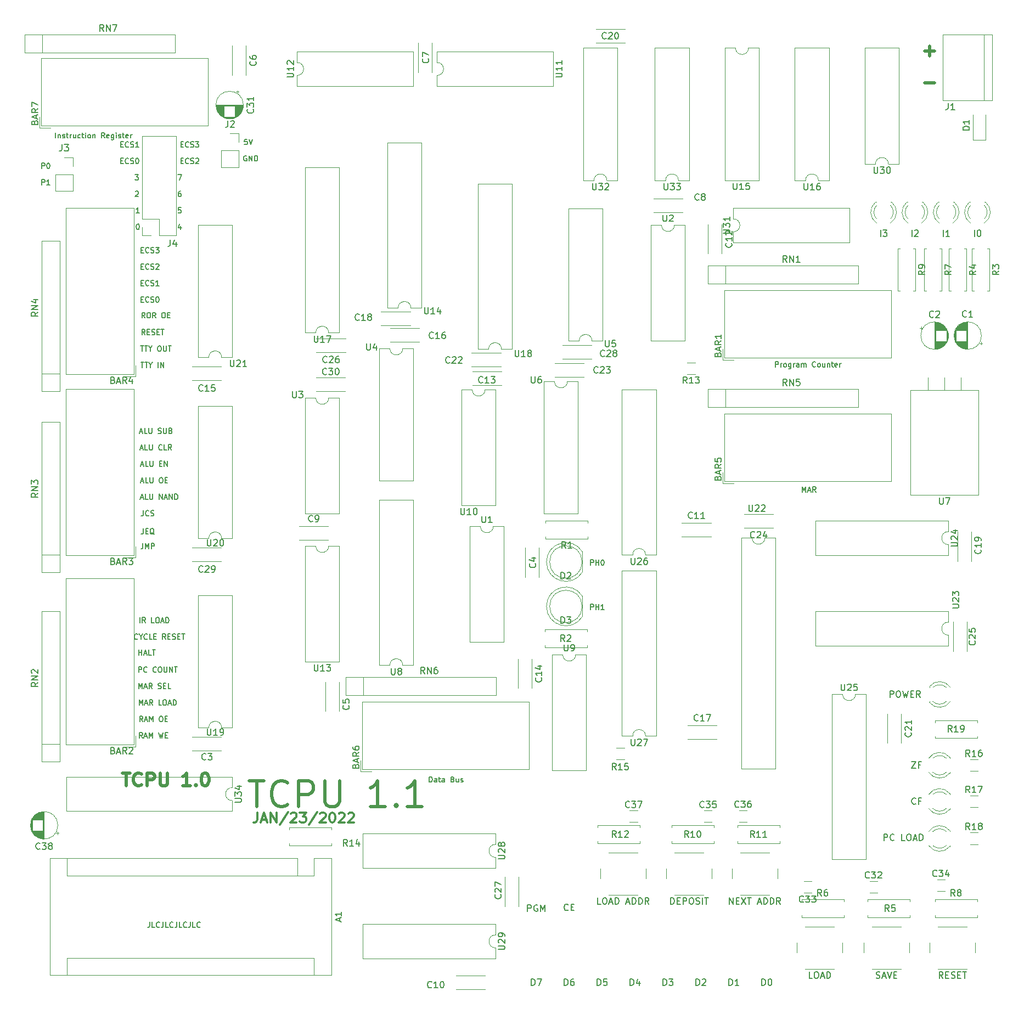
<source format=gbr>
G04 #@! TF.GenerationSoftware,KiCad,Pcbnew,5.1.5+dfsg1-2build2*
G04 #@! TF.CreationDate,2022-01-23T15:03:56-05:00*
G04 #@! TF.ProjectId,8bit_computer,38626974-5f63-46f6-9d70-757465722e6b,rev?*
G04 #@! TF.SameCoordinates,Original*
G04 #@! TF.FileFunction,Legend,Top*
G04 #@! TF.FilePolarity,Positive*
%FSLAX46Y46*%
G04 Gerber Fmt 4.6, Leading zero omitted, Abs format (unit mm)*
G04 Created by KiCad (PCBNEW 5.1.5+dfsg1-2build2) date 2022-01-23 15:03:56*
%MOMM*%
%LPD*%
G04 APERTURE LIST*
%ADD10C,0.500000*%
%ADD11C,0.152400*%
%ADD12C,0.304800*%
%ADD13C,0.120000*%
%ADD14C,0.150000*%
G04 APERTURE END LIST*
D10*
X164084095Y-28844857D02*
X165607904Y-28844857D01*
X164084095Y-23891857D02*
X165607904Y-23891857D01*
X164846000Y-24653761D02*
X164846000Y-23129952D01*
D11*
X59451723Y-40106600D02*
X59374314Y-40067895D01*
X59258200Y-40067895D01*
X59142085Y-40106600D01*
X59064676Y-40184009D01*
X59025971Y-40261419D01*
X58987266Y-40416238D01*
X58987266Y-40532352D01*
X59025971Y-40687171D01*
X59064676Y-40764580D01*
X59142085Y-40841990D01*
X59258200Y-40880695D01*
X59335609Y-40880695D01*
X59451723Y-40841990D01*
X59490428Y-40803285D01*
X59490428Y-40532352D01*
X59335609Y-40532352D01*
X59838771Y-40880695D02*
X59838771Y-40067895D01*
X60303228Y-40880695D01*
X60303228Y-40067895D01*
X60690276Y-40880695D02*
X60690276Y-40067895D01*
X60883800Y-40067895D01*
X60999914Y-40106600D01*
X61077323Y-40184009D01*
X61116028Y-40261419D01*
X61154733Y-40416238D01*
X61154733Y-40532352D01*
X61116028Y-40687171D01*
X61077323Y-40764580D01*
X60999914Y-40841990D01*
X60883800Y-40880695D01*
X60690276Y-40880695D01*
X59535180Y-37527895D02*
X59148133Y-37527895D01*
X59109428Y-37914942D01*
X59148133Y-37876238D01*
X59225542Y-37837533D01*
X59419066Y-37837533D01*
X59496476Y-37876238D01*
X59535180Y-37914942D01*
X59573885Y-37992352D01*
X59573885Y-38185876D01*
X59535180Y-38263285D01*
X59496476Y-38301990D01*
X59419066Y-38340695D01*
X59225542Y-38340695D01*
X59148133Y-38301990D01*
X59109428Y-38263285D01*
X59806114Y-37527895D02*
X60077047Y-38340695D01*
X60347980Y-37527895D01*
X27848076Y-44563695D02*
X27848076Y-43750895D01*
X28157714Y-43750895D01*
X28235123Y-43789600D01*
X28273828Y-43828304D01*
X28312533Y-43905714D01*
X28312533Y-44021828D01*
X28273828Y-44099238D01*
X28235123Y-44137942D01*
X28157714Y-44176647D01*
X27848076Y-44176647D01*
X29086628Y-44563695D02*
X28622171Y-44563695D01*
X28854400Y-44563695D02*
X28854400Y-43750895D01*
X28776990Y-43867009D01*
X28699580Y-43944419D01*
X28622171Y-43983123D01*
X27848076Y-42023695D02*
X27848076Y-41210895D01*
X28157714Y-41210895D01*
X28235123Y-41249600D01*
X28273828Y-41288304D01*
X28312533Y-41365714D01*
X28312533Y-41481828D01*
X28273828Y-41559238D01*
X28235123Y-41597942D01*
X28157714Y-41636647D01*
X27848076Y-41636647D01*
X28815695Y-41210895D02*
X28893104Y-41210895D01*
X28970514Y-41249600D01*
X29009219Y-41288304D01*
X29047923Y-41365714D01*
X29086628Y-41520533D01*
X29086628Y-41714057D01*
X29047923Y-41868876D01*
X29009219Y-41946285D01*
X28970514Y-41984990D01*
X28893104Y-42023695D01*
X28815695Y-42023695D01*
X28738285Y-41984990D01*
X28699580Y-41946285D01*
X28660876Y-41868876D01*
X28622171Y-41714057D01*
X28622171Y-41520533D01*
X28660876Y-41365714D01*
X28699580Y-41288304D01*
X28738285Y-41249600D01*
X28815695Y-41210895D01*
D10*
X59882190Y-136493523D02*
X62167904Y-136493523D01*
X61025047Y-140493523D02*
X61025047Y-136493523D01*
X65786952Y-140112571D02*
X65596476Y-140303047D01*
X65025047Y-140493523D01*
X64644095Y-140493523D01*
X64072666Y-140303047D01*
X63691714Y-139922095D01*
X63501238Y-139541142D01*
X63310761Y-138779238D01*
X63310761Y-138207809D01*
X63501238Y-137445904D01*
X63691714Y-137064952D01*
X64072666Y-136684000D01*
X64644095Y-136493523D01*
X65025047Y-136493523D01*
X65596476Y-136684000D01*
X65786952Y-136874476D01*
X67501238Y-140493523D02*
X67501238Y-136493523D01*
X69025047Y-136493523D01*
X69406000Y-136684000D01*
X69596476Y-136874476D01*
X69786952Y-137255428D01*
X69786952Y-137826857D01*
X69596476Y-138207809D01*
X69406000Y-138398285D01*
X69025047Y-138588761D01*
X67501238Y-138588761D01*
X71501238Y-136493523D02*
X71501238Y-139731619D01*
X71691714Y-140112571D01*
X71882190Y-140303047D01*
X72263142Y-140493523D01*
X73025047Y-140493523D01*
X73406000Y-140303047D01*
X73596476Y-140112571D01*
X73786952Y-139731619D01*
X73786952Y-136493523D01*
X80834571Y-140493523D02*
X78548857Y-140493523D01*
X79691714Y-140493523D02*
X79691714Y-136493523D01*
X79310761Y-137064952D01*
X78929809Y-137445904D01*
X78548857Y-137636380D01*
X82548857Y-140112571D02*
X82739333Y-140303047D01*
X82548857Y-140493523D01*
X82358380Y-140303047D01*
X82548857Y-140112571D01*
X82548857Y-140493523D01*
X86548857Y-140493523D02*
X84263142Y-140493523D01*
X85406000Y-140493523D02*
X85406000Y-136493523D01*
X85025047Y-137064952D01*
X84644095Y-137445904D01*
X84263142Y-137636380D01*
D11*
X43109847Y-92845466D02*
X43496895Y-92845466D01*
X43032438Y-93077695D02*
X43303371Y-92264895D01*
X43574304Y-93077695D01*
X44232285Y-93077695D02*
X43845238Y-93077695D01*
X43845238Y-92264895D01*
X44503219Y-92264895D02*
X44503219Y-92922876D01*
X44541923Y-93000285D01*
X44580628Y-93038990D01*
X44658038Y-93077695D01*
X44812857Y-93077695D01*
X44890266Y-93038990D01*
X44928971Y-93000285D01*
X44967676Y-92922876D01*
X44967676Y-92264895D01*
X45974000Y-93077695D02*
X45974000Y-92264895D01*
X46438457Y-93077695D01*
X46438457Y-92264895D01*
X46786800Y-92845466D02*
X47173847Y-92845466D01*
X46709390Y-93077695D02*
X46980323Y-92264895D01*
X47251257Y-93077695D01*
X47522190Y-93077695D02*
X47522190Y-92264895D01*
X47986647Y-93077695D01*
X47986647Y-92264895D01*
X48373695Y-93077695D02*
X48373695Y-92264895D01*
X48567219Y-92264895D01*
X48683333Y-92303600D01*
X48760742Y-92381009D01*
X48799447Y-92458419D01*
X48838152Y-92613238D01*
X48838152Y-92729352D01*
X48799447Y-92884171D01*
X48760742Y-92961580D01*
X48683333Y-93038990D01*
X48567219Y-93077695D01*
X48373695Y-93077695D01*
X43782342Y-65086895D02*
X43511409Y-64699847D01*
X43317885Y-65086895D02*
X43317885Y-64274095D01*
X43627523Y-64274095D01*
X43704933Y-64312800D01*
X43743638Y-64351504D01*
X43782342Y-64428914D01*
X43782342Y-64545028D01*
X43743638Y-64622438D01*
X43704933Y-64661142D01*
X43627523Y-64699847D01*
X43317885Y-64699847D01*
X44285504Y-64274095D02*
X44440323Y-64274095D01*
X44517733Y-64312800D01*
X44595142Y-64390209D01*
X44633847Y-64545028D01*
X44633847Y-64815961D01*
X44595142Y-64970780D01*
X44517733Y-65048190D01*
X44440323Y-65086895D01*
X44285504Y-65086895D01*
X44208095Y-65048190D01*
X44130685Y-64970780D01*
X44091980Y-64815961D01*
X44091980Y-64545028D01*
X44130685Y-64390209D01*
X44208095Y-64312800D01*
X44285504Y-64274095D01*
X45446647Y-65086895D02*
X45175714Y-64699847D01*
X44982190Y-65086895D02*
X44982190Y-64274095D01*
X45291828Y-64274095D01*
X45369238Y-64312800D01*
X45407942Y-64351504D01*
X45446647Y-64428914D01*
X45446647Y-64545028D01*
X45407942Y-64622438D01*
X45369238Y-64661142D01*
X45291828Y-64699847D01*
X44982190Y-64699847D01*
X46569085Y-64274095D02*
X46723904Y-64274095D01*
X46801314Y-64312800D01*
X46878723Y-64390209D01*
X46917428Y-64545028D01*
X46917428Y-64815961D01*
X46878723Y-64970780D01*
X46801314Y-65048190D01*
X46723904Y-65086895D01*
X46569085Y-65086895D01*
X46491676Y-65048190D01*
X46414266Y-64970780D01*
X46375561Y-64815961D01*
X46375561Y-64545028D01*
X46414266Y-64390209D01*
X46491676Y-64312800D01*
X46569085Y-64274095D01*
X47265771Y-64661142D02*
X47536704Y-64661142D01*
X47652819Y-65086895D02*
X47265771Y-65086895D01*
X47265771Y-64274095D01*
X47652819Y-64274095D01*
D10*
X40291595Y-135302761D02*
X41434452Y-135302761D01*
X40863023Y-137302761D02*
X40863023Y-135302761D01*
X43243976Y-137112285D02*
X43148738Y-137207523D01*
X42863023Y-137302761D01*
X42672547Y-137302761D01*
X42386833Y-137207523D01*
X42196357Y-137017047D01*
X42101119Y-136826571D01*
X42005880Y-136445619D01*
X42005880Y-136159904D01*
X42101119Y-135778952D01*
X42196357Y-135588476D01*
X42386833Y-135398000D01*
X42672547Y-135302761D01*
X42863023Y-135302761D01*
X43148738Y-135398000D01*
X43243976Y-135493238D01*
X44101119Y-137302761D02*
X44101119Y-135302761D01*
X44863023Y-135302761D01*
X45053500Y-135398000D01*
X45148738Y-135493238D01*
X45243976Y-135683714D01*
X45243976Y-135969428D01*
X45148738Y-136159904D01*
X45053500Y-136255142D01*
X44863023Y-136350380D01*
X44101119Y-136350380D01*
X46101119Y-135302761D02*
X46101119Y-136921809D01*
X46196357Y-137112285D01*
X46291595Y-137207523D01*
X46482071Y-137302761D01*
X46863023Y-137302761D01*
X47053500Y-137207523D01*
X47148738Y-137112285D01*
X47243976Y-136921809D01*
X47243976Y-135302761D01*
X50767785Y-137302761D02*
X49624928Y-137302761D01*
X50196357Y-137302761D02*
X50196357Y-135302761D01*
X50005880Y-135588476D01*
X49815404Y-135778952D01*
X49624928Y-135874190D01*
X51624928Y-137112285D02*
X51720166Y-137207523D01*
X51624928Y-137302761D01*
X51529690Y-137207523D01*
X51624928Y-137112285D01*
X51624928Y-137302761D01*
X52958261Y-135302761D02*
X53148738Y-135302761D01*
X53339214Y-135398000D01*
X53434452Y-135493238D01*
X53529690Y-135683714D01*
X53624928Y-136064666D01*
X53624928Y-136540857D01*
X53529690Y-136921809D01*
X53434452Y-137112285D01*
X53339214Y-137207523D01*
X53148738Y-137302761D01*
X52958261Y-137302761D01*
X52767785Y-137207523D01*
X52672547Y-137112285D01*
X52577309Y-136921809D01*
X52482071Y-136540857D01*
X52482071Y-136064666D01*
X52577309Y-135683714D01*
X52672547Y-135493238D01*
X52767785Y-135398000D01*
X52958261Y-135302761D01*
D11*
X44505638Y-158304895D02*
X44505638Y-158885466D01*
X44466933Y-159001580D01*
X44389523Y-159078990D01*
X44273409Y-159117695D01*
X44196000Y-159117695D01*
X45279733Y-159117695D02*
X44892685Y-159117695D01*
X44892685Y-158304895D01*
X46015123Y-159040285D02*
X45976419Y-159078990D01*
X45860304Y-159117695D01*
X45782895Y-159117695D01*
X45666780Y-159078990D01*
X45589371Y-159001580D01*
X45550666Y-158924171D01*
X45511961Y-158769352D01*
X45511961Y-158653238D01*
X45550666Y-158498419D01*
X45589371Y-158421009D01*
X45666780Y-158343600D01*
X45782895Y-158304895D01*
X45860304Y-158304895D01*
X45976419Y-158343600D01*
X46015123Y-158382304D01*
X46595695Y-158304895D02*
X46595695Y-158885466D01*
X46556990Y-159001580D01*
X46479580Y-159078990D01*
X46363466Y-159117695D01*
X46286057Y-159117695D01*
X47369790Y-159117695D02*
X46982742Y-159117695D01*
X46982742Y-158304895D01*
X48105180Y-159040285D02*
X48066476Y-159078990D01*
X47950361Y-159117695D01*
X47872952Y-159117695D01*
X47756838Y-159078990D01*
X47679428Y-159001580D01*
X47640723Y-158924171D01*
X47602019Y-158769352D01*
X47602019Y-158653238D01*
X47640723Y-158498419D01*
X47679428Y-158421009D01*
X47756838Y-158343600D01*
X47872952Y-158304895D01*
X47950361Y-158304895D01*
X48066476Y-158343600D01*
X48105180Y-158382304D01*
X48685752Y-158304895D02*
X48685752Y-158885466D01*
X48647047Y-159001580D01*
X48569638Y-159078990D01*
X48453523Y-159117695D01*
X48376114Y-159117695D01*
X49459847Y-159117695D02*
X49072800Y-159117695D01*
X49072800Y-158304895D01*
X50195238Y-159040285D02*
X50156533Y-159078990D01*
X50040419Y-159117695D01*
X49963009Y-159117695D01*
X49846895Y-159078990D01*
X49769485Y-159001580D01*
X49730780Y-158924171D01*
X49692076Y-158769352D01*
X49692076Y-158653238D01*
X49730780Y-158498419D01*
X49769485Y-158421009D01*
X49846895Y-158343600D01*
X49963009Y-158304895D01*
X50040419Y-158304895D01*
X50156533Y-158343600D01*
X50195238Y-158382304D01*
X50775809Y-158304895D02*
X50775809Y-158885466D01*
X50737104Y-159001580D01*
X50659695Y-159078990D01*
X50543580Y-159117695D01*
X50466171Y-159117695D01*
X51549904Y-159117695D02*
X51162857Y-159117695D01*
X51162857Y-158304895D01*
X52285295Y-159040285D02*
X52246590Y-159078990D01*
X52130476Y-159117695D01*
X52053066Y-159117695D01*
X51936952Y-159078990D01*
X51859542Y-159001580D01*
X51820838Y-158924171D01*
X51782133Y-158769352D01*
X51782133Y-158653238D01*
X51820838Y-158498419D01*
X51859542Y-158421009D01*
X51936952Y-158343600D01*
X52053066Y-158304895D01*
X52130476Y-158304895D01*
X52246590Y-158343600D01*
X52285295Y-158382304D01*
D12*
X61141428Y-141405428D02*
X61141428Y-142494000D01*
X61068857Y-142711714D01*
X60923714Y-142856857D01*
X60706000Y-142929428D01*
X60560857Y-142929428D01*
X61794571Y-142494000D02*
X62520285Y-142494000D01*
X61649428Y-142929428D02*
X62157428Y-141405428D01*
X62665428Y-142929428D01*
X63173428Y-142929428D02*
X63173428Y-141405428D01*
X64044285Y-142929428D01*
X64044285Y-141405428D01*
X65858571Y-141332857D02*
X64552285Y-143292285D01*
X66294000Y-141550571D02*
X66366571Y-141478000D01*
X66511714Y-141405428D01*
X66874571Y-141405428D01*
X67019714Y-141478000D01*
X67092285Y-141550571D01*
X67164857Y-141695714D01*
X67164857Y-141840857D01*
X67092285Y-142058571D01*
X66221428Y-142929428D01*
X67164857Y-142929428D01*
X67672857Y-141405428D02*
X68616285Y-141405428D01*
X68108285Y-141986000D01*
X68326000Y-141986000D01*
X68471142Y-142058571D01*
X68543714Y-142131142D01*
X68616285Y-142276285D01*
X68616285Y-142639142D01*
X68543714Y-142784285D01*
X68471142Y-142856857D01*
X68326000Y-142929428D01*
X67890571Y-142929428D01*
X67745428Y-142856857D01*
X67672857Y-142784285D01*
X70358000Y-141332857D02*
X69051714Y-143292285D01*
X70793428Y-141550571D02*
X70866000Y-141478000D01*
X71011142Y-141405428D01*
X71374000Y-141405428D01*
X71519142Y-141478000D01*
X71591714Y-141550571D01*
X71664285Y-141695714D01*
X71664285Y-141840857D01*
X71591714Y-142058571D01*
X70720857Y-142929428D01*
X71664285Y-142929428D01*
X72607714Y-141405428D02*
X72752857Y-141405428D01*
X72898000Y-141478000D01*
X72970571Y-141550571D01*
X73043142Y-141695714D01*
X73115714Y-141986000D01*
X73115714Y-142348857D01*
X73043142Y-142639142D01*
X72970571Y-142784285D01*
X72898000Y-142856857D01*
X72752857Y-142929428D01*
X72607714Y-142929428D01*
X72462571Y-142856857D01*
X72390000Y-142784285D01*
X72317428Y-142639142D01*
X72244857Y-142348857D01*
X72244857Y-141986000D01*
X72317428Y-141695714D01*
X72390000Y-141550571D01*
X72462571Y-141478000D01*
X72607714Y-141405428D01*
X73696285Y-141550571D02*
X73768857Y-141478000D01*
X73914000Y-141405428D01*
X74276857Y-141405428D01*
X74422000Y-141478000D01*
X74494571Y-141550571D01*
X74567142Y-141695714D01*
X74567142Y-141840857D01*
X74494571Y-142058571D01*
X73623714Y-142929428D01*
X74567142Y-142929428D01*
X75147714Y-141550571D02*
X75220285Y-141478000D01*
X75365428Y-141405428D01*
X75728285Y-141405428D01*
X75873428Y-141478000D01*
X75946000Y-141550571D01*
X76018571Y-141695714D01*
X76018571Y-141840857D01*
X75946000Y-142058571D01*
X75075142Y-142929428D01*
X76018571Y-142929428D01*
D11*
X43171533Y-54602742D02*
X43442466Y-54602742D01*
X43558580Y-55028495D02*
X43171533Y-55028495D01*
X43171533Y-54215695D01*
X43558580Y-54215695D01*
X44371380Y-54951085D02*
X44332676Y-54989790D01*
X44216561Y-55028495D01*
X44139152Y-55028495D01*
X44023038Y-54989790D01*
X43945628Y-54912380D01*
X43906923Y-54834971D01*
X43868219Y-54680152D01*
X43868219Y-54564038D01*
X43906923Y-54409219D01*
X43945628Y-54331809D01*
X44023038Y-54254400D01*
X44139152Y-54215695D01*
X44216561Y-54215695D01*
X44332676Y-54254400D01*
X44371380Y-54293104D01*
X44681019Y-54989790D02*
X44797133Y-55028495D01*
X44990657Y-55028495D01*
X45068066Y-54989790D01*
X45106771Y-54951085D01*
X45145476Y-54873676D01*
X45145476Y-54796266D01*
X45106771Y-54718857D01*
X45068066Y-54680152D01*
X44990657Y-54641447D01*
X44835838Y-54602742D01*
X44758428Y-54564038D01*
X44719723Y-54525333D01*
X44681019Y-54447923D01*
X44681019Y-54370514D01*
X44719723Y-54293104D01*
X44758428Y-54254400D01*
X44835838Y-54215695D01*
X45029361Y-54215695D01*
X45145476Y-54254400D01*
X45416409Y-54215695D02*
X45919571Y-54215695D01*
X45648638Y-54525333D01*
X45764752Y-54525333D01*
X45842161Y-54564038D01*
X45880866Y-54602742D01*
X45919571Y-54680152D01*
X45919571Y-54873676D01*
X45880866Y-54951085D01*
X45842161Y-54989790D01*
X45764752Y-55028495D01*
X45532523Y-55028495D01*
X45455114Y-54989790D01*
X45416409Y-54951085D01*
X43171533Y-57142742D02*
X43442466Y-57142742D01*
X43558580Y-57568495D02*
X43171533Y-57568495D01*
X43171533Y-56755695D01*
X43558580Y-56755695D01*
X44371380Y-57491085D02*
X44332676Y-57529790D01*
X44216561Y-57568495D01*
X44139152Y-57568495D01*
X44023038Y-57529790D01*
X43945628Y-57452380D01*
X43906923Y-57374971D01*
X43868219Y-57220152D01*
X43868219Y-57104038D01*
X43906923Y-56949219D01*
X43945628Y-56871809D01*
X44023038Y-56794400D01*
X44139152Y-56755695D01*
X44216561Y-56755695D01*
X44332676Y-56794400D01*
X44371380Y-56833104D01*
X44681019Y-57529790D02*
X44797133Y-57568495D01*
X44990657Y-57568495D01*
X45068066Y-57529790D01*
X45106771Y-57491085D01*
X45145476Y-57413676D01*
X45145476Y-57336266D01*
X45106771Y-57258857D01*
X45068066Y-57220152D01*
X44990657Y-57181447D01*
X44835838Y-57142742D01*
X44758428Y-57104038D01*
X44719723Y-57065333D01*
X44681019Y-56987923D01*
X44681019Y-56910514D01*
X44719723Y-56833104D01*
X44758428Y-56794400D01*
X44835838Y-56755695D01*
X45029361Y-56755695D01*
X45145476Y-56794400D01*
X45455114Y-56833104D02*
X45493819Y-56794400D01*
X45571228Y-56755695D01*
X45764752Y-56755695D01*
X45842161Y-56794400D01*
X45880866Y-56833104D01*
X45919571Y-56910514D01*
X45919571Y-56987923D01*
X45880866Y-57104038D01*
X45416409Y-57568495D01*
X45919571Y-57568495D01*
X43171533Y-59682742D02*
X43442466Y-59682742D01*
X43558580Y-60108495D02*
X43171533Y-60108495D01*
X43171533Y-59295695D01*
X43558580Y-59295695D01*
X44371380Y-60031085D02*
X44332676Y-60069790D01*
X44216561Y-60108495D01*
X44139152Y-60108495D01*
X44023038Y-60069790D01*
X43945628Y-59992380D01*
X43906923Y-59914971D01*
X43868219Y-59760152D01*
X43868219Y-59644038D01*
X43906923Y-59489219D01*
X43945628Y-59411809D01*
X44023038Y-59334400D01*
X44139152Y-59295695D01*
X44216561Y-59295695D01*
X44332676Y-59334400D01*
X44371380Y-59373104D01*
X44681019Y-60069790D02*
X44797133Y-60108495D01*
X44990657Y-60108495D01*
X45068066Y-60069790D01*
X45106771Y-60031085D01*
X45145476Y-59953676D01*
X45145476Y-59876266D01*
X45106771Y-59798857D01*
X45068066Y-59760152D01*
X44990657Y-59721447D01*
X44835838Y-59682742D01*
X44758428Y-59644038D01*
X44719723Y-59605333D01*
X44681019Y-59527923D01*
X44681019Y-59450514D01*
X44719723Y-59373104D01*
X44758428Y-59334400D01*
X44835838Y-59295695D01*
X45029361Y-59295695D01*
X45145476Y-59334400D01*
X45919571Y-60108495D02*
X45455114Y-60108495D01*
X45687342Y-60108495D02*
X45687342Y-59295695D01*
X45609933Y-59411809D01*
X45532523Y-59489219D01*
X45455114Y-59527923D01*
X43171533Y-62222742D02*
X43442466Y-62222742D01*
X43558580Y-62648495D02*
X43171533Y-62648495D01*
X43171533Y-61835695D01*
X43558580Y-61835695D01*
X44371380Y-62571085D02*
X44332676Y-62609790D01*
X44216561Y-62648495D01*
X44139152Y-62648495D01*
X44023038Y-62609790D01*
X43945628Y-62532380D01*
X43906923Y-62454971D01*
X43868219Y-62300152D01*
X43868219Y-62184038D01*
X43906923Y-62029219D01*
X43945628Y-61951809D01*
X44023038Y-61874400D01*
X44139152Y-61835695D01*
X44216561Y-61835695D01*
X44332676Y-61874400D01*
X44371380Y-61913104D01*
X44681019Y-62609790D02*
X44797133Y-62648495D01*
X44990657Y-62648495D01*
X45068066Y-62609790D01*
X45106771Y-62571085D01*
X45145476Y-62493676D01*
X45145476Y-62416266D01*
X45106771Y-62338857D01*
X45068066Y-62300152D01*
X44990657Y-62261447D01*
X44835838Y-62222742D01*
X44758428Y-62184038D01*
X44719723Y-62145333D01*
X44681019Y-62067923D01*
X44681019Y-61990514D01*
X44719723Y-61913104D01*
X44758428Y-61874400D01*
X44835838Y-61835695D01*
X45029361Y-61835695D01*
X45145476Y-61874400D01*
X45648638Y-61835695D02*
X45726047Y-61835695D01*
X45803457Y-61874400D01*
X45842161Y-61913104D01*
X45880866Y-61990514D01*
X45919571Y-62145333D01*
X45919571Y-62338857D01*
X45880866Y-62493676D01*
X45842161Y-62571085D01*
X45803457Y-62609790D01*
X45726047Y-62648495D01*
X45648638Y-62648495D01*
X45571228Y-62609790D01*
X45532523Y-62571085D01*
X45493819Y-62493676D01*
X45455114Y-62338857D01*
X45455114Y-62145333D01*
X45493819Y-61990514D01*
X45532523Y-61913104D01*
X45571228Y-61874400D01*
X45648638Y-61835695D01*
X49318333Y-40835942D02*
X49589266Y-40835942D01*
X49705380Y-41261695D02*
X49318333Y-41261695D01*
X49318333Y-40448895D01*
X49705380Y-40448895D01*
X50518180Y-41184285D02*
X50479476Y-41222990D01*
X50363361Y-41261695D01*
X50285952Y-41261695D01*
X50169838Y-41222990D01*
X50092428Y-41145580D01*
X50053723Y-41068171D01*
X50015019Y-40913352D01*
X50015019Y-40797238D01*
X50053723Y-40642419D01*
X50092428Y-40565009D01*
X50169838Y-40487600D01*
X50285952Y-40448895D01*
X50363361Y-40448895D01*
X50479476Y-40487600D01*
X50518180Y-40526304D01*
X50827819Y-41222990D02*
X50943933Y-41261695D01*
X51137457Y-41261695D01*
X51214866Y-41222990D01*
X51253571Y-41184285D01*
X51292276Y-41106876D01*
X51292276Y-41029466D01*
X51253571Y-40952057D01*
X51214866Y-40913352D01*
X51137457Y-40874647D01*
X50982638Y-40835942D01*
X50905228Y-40797238D01*
X50866523Y-40758533D01*
X50827819Y-40681123D01*
X50827819Y-40603714D01*
X50866523Y-40526304D01*
X50905228Y-40487600D01*
X50982638Y-40448895D01*
X51176161Y-40448895D01*
X51292276Y-40487600D01*
X51601914Y-40526304D02*
X51640619Y-40487600D01*
X51718028Y-40448895D01*
X51911552Y-40448895D01*
X51988961Y-40487600D01*
X52027666Y-40526304D01*
X52066371Y-40603714D01*
X52066371Y-40681123D01*
X52027666Y-40797238D01*
X51563209Y-41261695D01*
X52066371Y-41261695D01*
X49318333Y-38295942D02*
X49589266Y-38295942D01*
X49705380Y-38721695D02*
X49318333Y-38721695D01*
X49318333Y-37908895D01*
X49705380Y-37908895D01*
X50518180Y-38644285D02*
X50479476Y-38682990D01*
X50363361Y-38721695D01*
X50285952Y-38721695D01*
X50169838Y-38682990D01*
X50092428Y-38605580D01*
X50053723Y-38528171D01*
X50015019Y-38373352D01*
X50015019Y-38257238D01*
X50053723Y-38102419D01*
X50092428Y-38025009D01*
X50169838Y-37947600D01*
X50285952Y-37908895D01*
X50363361Y-37908895D01*
X50479476Y-37947600D01*
X50518180Y-37986304D01*
X50827819Y-38682990D02*
X50943933Y-38721695D01*
X51137457Y-38721695D01*
X51214866Y-38682990D01*
X51253571Y-38644285D01*
X51292276Y-38566876D01*
X51292276Y-38489466D01*
X51253571Y-38412057D01*
X51214866Y-38373352D01*
X51137457Y-38334647D01*
X50982638Y-38295942D01*
X50905228Y-38257238D01*
X50866523Y-38218533D01*
X50827819Y-38141123D01*
X50827819Y-38063714D01*
X50866523Y-37986304D01*
X50905228Y-37947600D01*
X50982638Y-37908895D01*
X51176161Y-37908895D01*
X51292276Y-37947600D01*
X51563209Y-37908895D02*
X52066371Y-37908895D01*
X51795438Y-38218533D01*
X51911552Y-38218533D01*
X51988961Y-38257238D01*
X52027666Y-38295942D01*
X52066371Y-38373352D01*
X52066371Y-38566876D01*
X52027666Y-38644285D01*
X51988961Y-38682990D01*
X51911552Y-38721695D01*
X51679323Y-38721695D01*
X51601914Y-38682990D01*
X51563209Y-38644285D01*
X40047333Y-38295942D02*
X40318266Y-38295942D01*
X40434380Y-38721695D02*
X40047333Y-38721695D01*
X40047333Y-37908895D01*
X40434380Y-37908895D01*
X41247180Y-38644285D02*
X41208476Y-38682990D01*
X41092361Y-38721695D01*
X41014952Y-38721695D01*
X40898838Y-38682990D01*
X40821428Y-38605580D01*
X40782723Y-38528171D01*
X40744019Y-38373352D01*
X40744019Y-38257238D01*
X40782723Y-38102419D01*
X40821428Y-38025009D01*
X40898838Y-37947600D01*
X41014952Y-37908895D01*
X41092361Y-37908895D01*
X41208476Y-37947600D01*
X41247180Y-37986304D01*
X41556819Y-38682990D02*
X41672933Y-38721695D01*
X41866457Y-38721695D01*
X41943866Y-38682990D01*
X41982571Y-38644285D01*
X42021276Y-38566876D01*
X42021276Y-38489466D01*
X41982571Y-38412057D01*
X41943866Y-38373352D01*
X41866457Y-38334647D01*
X41711638Y-38295942D01*
X41634228Y-38257238D01*
X41595523Y-38218533D01*
X41556819Y-38141123D01*
X41556819Y-38063714D01*
X41595523Y-37986304D01*
X41634228Y-37947600D01*
X41711638Y-37908895D01*
X41905161Y-37908895D01*
X42021276Y-37947600D01*
X42795371Y-38721695D02*
X42330914Y-38721695D01*
X42563142Y-38721695D02*
X42563142Y-37908895D01*
X42485733Y-38025009D01*
X42408323Y-38102419D01*
X42330914Y-38141123D01*
X40047333Y-40835942D02*
X40318266Y-40835942D01*
X40434380Y-41261695D02*
X40047333Y-41261695D01*
X40047333Y-40448895D01*
X40434380Y-40448895D01*
X41247180Y-41184285D02*
X41208476Y-41222990D01*
X41092361Y-41261695D01*
X41014952Y-41261695D01*
X40898838Y-41222990D01*
X40821428Y-41145580D01*
X40782723Y-41068171D01*
X40744019Y-40913352D01*
X40744019Y-40797238D01*
X40782723Y-40642419D01*
X40821428Y-40565009D01*
X40898838Y-40487600D01*
X41014952Y-40448895D01*
X41092361Y-40448895D01*
X41208476Y-40487600D01*
X41247180Y-40526304D01*
X41556819Y-41222990D02*
X41672933Y-41261695D01*
X41866457Y-41261695D01*
X41943866Y-41222990D01*
X41982571Y-41184285D01*
X42021276Y-41106876D01*
X42021276Y-41029466D01*
X41982571Y-40952057D01*
X41943866Y-40913352D01*
X41866457Y-40874647D01*
X41711638Y-40835942D01*
X41634228Y-40797238D01*
X41595523Y-40758533D01*
X41556819Y-40681123D01*
X41556819Y-40603714D01*
X41595523Y-40526304D01*
X41634228Y-40487600D01*
X41711638Y-40448895D01*
X41905161Y-40448895D01*
X42021276Y-40487600D01*
X42524438Y-40448895D02*
X42601847Y-40448895D01*
X42679257Y-40487600D01*
X42717961Y-40526304D01*
X42756666Y-40603714D01*
X42795371Y-40758533D01*
X42795371Y-40952057D01*
X42756666Y-41106876D01*
X42717961Y-41184285D01*
X42679257Y-41222990D01*
X42601847Y-41261695D01*
X42524438Y-41261695D01*
X42447028Y-41222990D01*
X42408323Y-41184285D01*
X42369619Y-41106876D01*
X42330914Y-40952057D01*
X42330914Y-40758533D01*
X42369619Y-40603714D01*
X42408323Y-40526304D01*
X42447028Y-40487600D01*
X42524438Y-40448895D01*
X42633295Y-50608895D02*
X42710704Y-50608895D01*
X42788114Y-50647600D01*
X42826819Y-50686304D01*
X42865523Y-50763714D01*
X42904228Y-50918533D01*
X42904228Y-51112057D01*
X42865523Y-51266876D01*
X42826819Y-51344285D01*
X42788114Y-51382990D01*
X42710704Y-51421695D01*
X42633295Y-51421695D01*
X42555885Y-51382990D01*
X42517180Y-51344285D01*
X42478476Y-51266876D01*
X42439771Y-51112057D01*
X42439771Y-50918533D01*
X42478476Y-50763714D01*
X42517180Y-50686304D01*
X42555885Y-50647600D01*
X42633295Y-50608895D01*
X42904228Y-48881695D02*
X42439771Y-48881695D01*
X42672000Y-48881695D02*
X42672000Y-48068895D01*
X42594590Y-48185009D01*
X42517180Y-48262419D01*
X42439771Y-48301123D01*
X42312771Y-45606304D02*
X42351476Y-45567600D01*
X42428885Y-45528895D01*
X42622409Y-45528895D01*
X42699819Y-45567600D01*
X42738523Y-45606304D01*
X42777228Y-45683714D01*
X42777228Y-45761123D01*
X42738523Y-45877238D01*
X42274066Y-46341695D01*
X42777228Y-46341695D01*
X42274066Y-42988895D02*
X42777228Y-42988895D01*
X42506295Y-43298533D01*
X42622409Y-43298533D01*
X42699819Y-43337238D01*
X42738523Y-43375942D01*
X42777228Y-43453352D01*
X42777228Y-43646876D01*
X42738523Y-43724285D01*
X42699819Y-43762990D01*
X42622409Y-43801695D01*
X42390180Y-43801695D01*
X42312771Y-43762990D01*
X42274066Y-43724285D01*
X48878066Y-42988895D02*
X49419933Y-42988895D01*
X49071590Y-43801695D01*
X49303819Y-45528895D02*
X49149000Y-45528895D01*
X49071590Y-45567600D01*
X49032885Y-45606304D01*
X48955476Y-45722419D01*
X48916771Y-45877238D01*
X48916771Y-46186876D01*
X48955476Y-46264285D01*
X48994180Y-46302990D01*
X49071590Y-46341695D01*
X49226409Y-46341695D01*
X49303819Y-46302990D01*
X49342523Y-46264285D01*
X49381228Y-46186876D01*
X49381228Y-45993352D01*
X49342523Y-45915942D01*
X49303819Y-45877238D01*
X49226409Y-45838533D01*
X49071590Y-45838533D01*
X48994180Y-45877238D01*
X48955476Y-45915942D01*
X48916771Y-45993352D01*
X49342523Y-48068895D02*
X48955476Y-48068895D01*
X48916771Y-48455942D01*
X48955476Y-48417238D01*
X49032885Y-48378533D01*
X49226409Y-48378533D01*
X49303819Y-48417238D01*
X49342523Y-48455942D01*
X49381228Y-48533352D01*
X49381228Y-48726876D01*
X49342523Y-48804285D01*
X49303819Y-48842990D01*
X49226409Y-48881695D01*
X49032885Y-48881695D01*
X48955476Y-48842990D01*
X48916771Y-48804285D01*
X49303819Y-50879828D02*
X49303819Y-51421695D01*
X49110295Y-50570190D02*
X48916771Y-51150761D01*
X49419933Y-51150761D01*
X112512323Y-110095695D02*
X112512323Y-109282895D01*
X112821961Y-109282895D01*
X112899371Y-109321600D01*
X112938076Y-109360304D01*
X112976780Y-109437714D01*
X112976780Y-109553828D01*
X112938076Y-109631238D01*
X112899371Y-109669942D01*
X112821961Y-109708647D01*
X112512323Y-109708647D01*
X113325123Y-110095695D02*
X113325123Y-109282895D01*
X113325123Y-109669942D02*
X113789580Y-109669942D01*
X113789580Y-110095695D02*
X113789580Y-109282895D01*
X114602380Y-110095695D02*
X114137923Y-110095695D01*
X114370152Y-110095695D02*
X114370152Y-109282895D01*
X114292742Y-109399009D01*
X114215333Y-109476419D01*
X114137923Y-109515123D01*
X112512323Y-103237695D02*
X112512323Y-102424895D01*
X112821961Y-102424895D01*
X112899371Y-102463600D01*
X112938076Y-102502304D01*
X112976780Y-102579714D01*
X112976780Y-102695828D01*
X112938076Y-102773238D01*
X112899371Y-102811942D01*
X112821961Y-102850647D01*
X112512323Y-102850647D01*
X113325123Y-103237695D02*
X113325123Y-102424895D01*
X113325123Y-102811942D02*
X113789580Y-102811942D01*
X113789580Y-103237695D02*
X113789580Y-102424895D01*
X114331447Y-102424895D02*
X114408857Y-102424895D01*
X114486266Y-102463600D01*
X114524971Y-102502304D01*
X114563676Y-102579714D01*
X114602380Y-102734533D01*
X114602380Y-102928057D01*
X114563676Y-103082876D01*
X114524971Y-103160285D01*
X114486266Y-103198990D01*
X114408857Y-103237695D01*
X114331447Y-103237695D01*
X114254038Y-103198990D01*
X114215333Y-103160285D01*
X114176628Y-103082876D01*
X114137923Y-102928057D01*
X114137923Y-102734533D01*
X114176628Y-102579714D01*
X114215333Y-102502304D01*
X114254038Y-102463600D01*
X114331447Y-102424895D01*
X43777504Y-67677695D02*
X43506571Y-67290647D01*
X43313047Y-67677695D02*
X43313047Y-66864895D01*
X43622685Y-66864895D01*
X43700095Y-66903600D01*
X43738800Y-66942304D01*
X43777504Y-67019714D01*
X43777504Y-67135828D01*
X43738800Y-67213238D01*
X43700095Y-67251942D01*
X43622685Y-67290647D01*
X43313047Y-67290647D01*
X44125847Y-67251942D02*
X44396780Y-67251942D01*
X44512895Y-67677695D02*
X44125847Y-67677695D01*
X44125847Y-66864895D01*
X44512895Y-66864895D01*
X44822533Y-67638990D02*
X44938647Y-67677695D01*
X45132171Y-67677695D01*
X45209580Y-67638990D01*
X45248285Y-67600285D01*
X45286990Y-67522876D01*
X45286990Y-67445466D01*
X45248285Y-67368057D01*
X45209580Y-67329352D01*
X45132171Y-67290647D01*
X44977352Y-67251942D01*
X44899942Y-67213238D01*
X44861238Y-67174533D01*
X44822533Y-67097123D01*
X44822533Y-67019714D01*
X44861238Y-66942304D01*
X44899942Y-66903600D01*
X44977352Y-66864895D01*
X45170876Y-66864895D01*
X45286990Y-66903600D01*
X45635333Y-67251942D02*
X45906266Y-67251942D01*
X46022380Y-67677695D02*
X45635333Y-67677695D01*
X45635333Y-66864895D01*
X46022380Y-66864895D01*
X46254609Y-66864895D02*
X46719066Y-66864895D01*
X46486838Y-67677695D02*
X46486838Y-66864895D01*
X43105009Y-69404895D02*
X43569466Y-69404895D01*
X43337238Y-70217695D02*
X43337238Y-69404895D01*
X43724285Y-69404895D02*
X44188742Y-69404895D01*
X43956514Y-70217695D02*
X43956514Y-69404895D01*
X44614495Y-69830647D02*
X44614495Y-70217695D01*
X44343561Y-69404895D02*
X44614495Y-69830647D01*
X44885428Y-69404895D01*
X45930457Y-69404895D02*
X46085276Y-69404895D01*
X46162685Y-69443600D01*
X46240095Y-69521009D01*
X46278800Y-69675828D01*
X46278800Y-69946761D01*
X46240095Y-70101580D01*
X46162685Y-70178990D01*
X46085276Y-70217695D01*
X45930457Y-70217695D01*
X45853047Y-70178990D01*
X45775638Y-70101580D01*
X45736933Y-69946761D01*
X45736933Y-69675828D01*
X45775638Y-69521009D01*
X45853047Y-69443600D01*
X45930457Y-69404895D01*
X46627142Y-69404895D02*
X46627142Y-70062876D01*
X46665847Y-70140285D01*
X46704552Y-70178990D01*
X46781961Y-70217695D01*
X46936780Y-70217695D01*
X47014190Y-70178990D01*
X47052895Y-70140285D01*
X47091600Y-70062876D01*
X47091600Y-69404895D01*
X47362533Y-69404895D02*
X47826990Y-69404895D01*
X47594761Y-70217695D02*
X47594761Y-69404895D01*
X43138876Y-71944895D02*
X43603333Y-71944895D01*
X43371104Y-72757695D02*
X43371104Y-71944895D01*
X43758152Y-71944895D02*
X44222609Y-71944895D01*
X43990380Y-72757695D02*
X43990380Y-71944895D01*
X44648361Y-72370647D02*
X44648361Y-72757695D01*
X44377428Y-71944895D02*
X44648361Y-72370647D01*
X44919295Y-71944895D01*
X45809504Y-72757695D02*
X45809504Y-71944895D01*
X46196552Y-72757695D02*
X46196552Y-71944895D01*
X46661009Y-72757695D01*
X46661009Y-71944895D01*
X42988895Y-82685466D02*
X43375942Y-82685466D01*
X42911485Y-82917695D02*
X43182419Y-82104895D01*
X43453352Y-82917695D01*
X44111333Y-82917695D02*
X43724285Y-82917695D01*
X43724285Y-82104895D01*
X44382266Y-82104895D02*
X44382266Y-82762876D01*
X44420971Y-82840285D01*
X44459676Y-82878990D01*
X44537085Y-82917695D01*
X44691904Y-82917695D01*
X44769314Y-82878990D01*
X44808019Y-82840285D01*
X44846723Y-82762876D01*
X44846723Y-82104895D01*
X45814342Y-82878990D02*
X45930457Y-82917695D01*
X46123980Y-82917695D01*
X46201390Y-82878990D01*
X46240095Y-82840285D01*
X46278800Y-82762876D01*
X46278800Y-82685466D01*
X46240095Y-82608057D01*
X46201390Y-82569352D01*
X46123980Y-82530647D01*
X45969161Y-82491942D01*
X45891752Y-82453238D01*
X45853047Y-82414533D01*
X45814342Y-82337123D01*
X45814342Y-82259714D01*
X45853047Y-82182304D01*
X45891752Y-82143600D01*
X45969161Y-82104895D01*
X46162685Y-82104895D01*
X46278800Y-82143600D01*
X46627142Y-82104895D02*
X46627142Y-82762876D01*
X46665847Y-82840285D01*
X46704552Y-82878990D01*
X46781961Y-82917695D01*
X46936780Y-82917695D01*
X47014190Y-82878990D01*
X47052895Y-82840285D01*
X47091600Y-82762876D01*
X47091600Y-82104895D01*
X47749580Y-82491942D02*
X47865695Y-82530647D01*
X47904400Y-82569352D01*
X47943104Y-82646761D01*
X47943104Y-82762876D01*
X47904400Y-82840285D01*
X47865695Y-82878990D01*
X47788285Y-82917695D01*
X47478647Y-82917695D01*
X47478647Y-82104895D01*
X47749580Y-82104895D01*
X47826990Y-82143600D01*
X47865695Y-82182304D01*
X47904400Y-82259714D01*
X47904400Y-82337123D01*
X47865695Y-82414533D01*
X47826990Y-82453238D01*
X47749580Y-82491942D01*
X47478647Y-82491942D01*
X43066304Y-85225466D02*
X43453352Y-85225466D01*
X42988895Y-85457695D02*
X43259828Y-84644895D01*
X43530761Y-85457695D01*
X44188742Y-85457695D02*
X43801695Y-85457695D01*
X43801695Y-84644895D01*
X44459676Y-84644895D02*
X44459676Y-85302876D01*
X44498380Y-85380285D01*
X44537085Y-85418990D01*
X44614495Y-85457695D01*
X44769314Y-85457695D01*
X44846723Y-85418990D01*
X44885428Y-85380285D01*
X44924133Y-85302876D01*
X44924133Y-84644895D01*
X46394914Y-85380285D02*
X46356209Y-85418990D01*
X46240095Y-85457695D01*
X46162685Y-85457695D01*
X46046571Y-85418990D01*
X45969161Y-85341580D01*
X45930457Y-85264171D01*
X45891752Y-85109352D01*
X45891752Y-84993238D01*
X45930457Y-84838419D01*
X45969161Y-84761009D01*
X46046571Y-84683600D01*
X46162685Y-84644895D01*
X46240095Y-84644895D01*
X46356209Y-84683600D01*
X46394914Y-84722304D01*
X47130304Y-85457695D02*
X46743257Y-85457695D01*
X46743257Y-84644895D01*
X47865695Y-85457695D02*
X47594761Y-85070647D01*
X47401238Y-85457695D02*
X47401238Y-84644895D01*
X47710876Y-84644895D01*
X47788285Y-84683600D01*
X47826990Y-84722304D01*
X47865695Y-84799714D01*
X47865695Y-84915828D01*
X47826990Y-84993238D01*
X47788285Y-85031942D01*
X47710876Y-85070647D01*
X47401238Y-85070647D01*
X43160647Y-87765466D02*
X43547695Y-87765466D01*
X43083238Y-87997695D02*
X43354171Y-87184895D01*
X43625104Y-87997695D01*
X44283085Y-87997695D02*
X43896038Y-87997695D01*
X43896038Y-87184895D01*
X44554019Y-87184895D02*
X44554019Y-87842876D01*
X44592723Y-87920285D01*
X44631428Y-87958990D01*
X44708838Y-87997695D01*
X44863657Y-87997695D01*
X44941066Y-87958990D01*
X44979771Y-87920285D01*
X45018476Y-87842876D01*
X45018476Y-87184895D01*
X46024800Y-87571942D02*
X46295733Y-87571942D01*
X46411847Y-87997695D02*
X46024800Y-87997695D01*
X46024800Y-87184895D01*
X46411847Y-87184895D01*
X46760190Y-87997695D02*
X46760190Y-87184895D01*
X47224647Y-87997695D01*
X47224647Y-87184895D01*
X43160647Y-90305466D02*
X43547695Y-90305466D01*
X43083238Y-90537695D02*
X43354171Y-89724895D01*
X43625104Y-90537695D01*
X44283085Y-90537695D02*
X43896038Y-90537695D01*
X43896038Y-89724895D01*
X44554019Y-89724895D02*
X44554019Y-90382876D01*
X44592723Y-90460285D01*
X44631428Y-90498990D01*
X44708838Y-90537695D01*
X44863657Y-90537695D01*
X44941066Y-90498990D01*
X44979771Y-90460285D01*
X45018476Y-90382876D01*
X45018476Y-89724895D01*
X46179619Y-89724895D02*
X46334438Y-89724895D01*
X46411847Y-89763600D01*
X46489257Y-89841009D01*
X46527961Y-89995828D01*
X46527961Y-90266761D01*
X46489257Y-90421580D01*
X46411847Y-90498990D01*
X46334438Y-90537695D01*
X46179619Y-90537695D01*
X46102209Y-90498990D01*
X46024800Y-90421580D01*
X45986095Y-90266761D01*
X45986095Y-89995828D01*
X46024800Y-89841009D01*
X46102209Y-89763600D01*
X46179619Y-89724895D01*
X46876304Y-90111942D02*
X47147238Y-90111942D01*
X47263352Y-90537695D02*
X46876304Y-90537695D01*
X46876304Y-89724895D01*
X47263352Y-89724895D01*
X42824400Y-117106095D02*
X42824400Y-116293295D01*
X42824400Y-116680342D02*
X43288857Y-116680342D01*
X43288857Y-117106095D02*
X43288857Y-116293295D01*
X43637200Y-116873866D02*
X44024247Y-116873866D01*
X43559790Y-117106095D02*
X43830723Y-116293295D01*
X44101657Y-117106095D01*
X44759638Y-117106095D02*
X44372590Y-117106095D01*
X44372590Y-116293295D01*
X44914457Y-116293295D02*
X45378914Y-116293295D01*
X45146685Y-117106095D02*
X45146685Y-116293295D01*
X43518666Y-94804895D02*
X43518666Y-95385466D01*
X43479961Y-95501580D01*
X43402552Y-95578990D01*
X43286438Y-95617695D01*
X43209028Y-95617695D01*
X44370171Y-95540285D02*
X44331466Y-95578990D01*
X44215352Y-95617695D01*
X44137942Y-95617695D01*
X44021828Y-95578990D01*
X43944419Y-95501580D01*
X43905714Y-95424171D01*
X43867009Y-95269352D01*
X43867009Y-95153238D01*
X43905714Y-94998419D01*
X43944419Y-94921009D01*
X44021828Y-94843600D01*
X44137942Y-94804895D01*
X44215352Y-94804895D01*
X44331466Y-94843600D01*
X44370171Y-94882304D01*
X44679809Y-95578990D02*
X44795923Y-95617695D01*
X44989447Y-95617695D01*
X45066857Y-95578990D01*
X45105561Y-95540285D01*
X45144266Y-95462876D01*
X45144266Y-95385466D01*
X45105561Y-95308057D01*
X45066857Y-95269352D01*
X44989447Y-95230647D01*
X44834628Y-95191942D01*
X44757219Y-95153238D01*
X44718514Y-95114533D01*
X44679809Y-95037123D01*
X44679809Y-94959714D01*
X44718514Y-94882304D01*
X44757219Y-94843600D01*
X44834628Y-94804895D01*
X45028152Y-94804895D01*
X45144266Y-94843600D01*
X43518666Y-97598895D02*
X43518666Y-98179466D01*
X43479961Y-98295580D01*
X43402552Y-98372990D01*
X43286438Y-98411695D01*
X43209028Y-98411695D01*
X43905714Y-97985942D02*
X44176647Y-97985942D01*
X44292761Y-98411695D02*
X43905714Y-98411695D01*
X43905714Y-97598895D01*
X44292761Y-97598895D01*
X45182971Y-98489104D02*
X45105561Y-98450400D01*
X45028152Y-98372990D01*
X44912038Y-98256876D01*
X44834628Y-98218171D01*
X44757219Y-98218171D01*
X44795923Y-98411695D02*
X44718514Y-98372990D01*
X44641104Y-98295580D01*
X44602400Y-98140761D01*
X44602400Y-97869828D01*
X44641104Y-97715009D01*
X44718514Y-97637600D01*
X44795923Y-97598895D01*
X44950742Y-97598895D01*
X45028152Y-97637600D01*
X45105561Y-97715009D01*
X45144266Y-97869828D01*
X45144266Y-98140761D01*
X45105561Y-98295580D01*
X45028152Y-98372990D01*
X44950742Y-98411695D01*
X44795923Y-98411695D01*
X43441257Y-99884895D02*
X43441257Y-100465466D01*
X43402552Y-100581580D01*
X43325142Y-100658990D01*
X43209028Y-100697695D01*
X43131619Y-100697695D01*
X43828304Y-100697695D02*
X43828304Y-99884895D01*
X44099238Y-100465466D01*
X44370171Y-99884895D01*
X44370171Y-100697695D01*
X44757219Y-100697695D02*
X44757219Y-99884895D01*
X45066857Y-99884895D01*
X45144266Y-99923600D01*
X45182971Y-99962304D01*
X45221676Y-100039714D01*
X45221676Y-100155828D01*
X45182971Y-100233238D01*
X45144266Y-100271942D01*
X45066857Y-100310647D01*
X44757219Y-100310647D01*
X42986476Y-112127695D02*
X42986476Y-111314895D01*
X43837980Y-112127695D02*
X43567047Y-111740647D01*
X43373523Y-112127695D02*
X43373523Y-111314895D01*
X43683161Y-111314895D01*
X43760571Y-111353600D01*
X43799276Y-111392304D01*
X43837980Y-111469714D01*
X43837980Y-111585828D01*
X43799276Y-111663238D01*
X43760571Y-111701942D01*
X43683161Y-111740647D01*
X43373523Y-111740647D01*
X45192647Y-112127695D02*
X44805600Y-112127695D01*
X44805600Y-111314895D01*
X45618400Y-111314895D02*
X45773219Y-111314895D01*
X45850628Y-111353600D01*
X45928038Y-111431009D01*
X45966742Y-111585828D01*
X45966742Y-111856761D01*
X45928038Y-112011580D01*
X45850628Y-112088990D01*
X45773219Y-112127695D01*
X45618400Y-112127695D01*
X45540990Y-112088990D01*
X45463580Y-112011580D01*
X45424876Y-111856761D01*
X45424876Y-111585828D01*
X45463580Y-111431009D01*
X45540990Y-111353600D01*
X45618400Y-111314895D01*
X46276380Y-111895466D02*
X46663428Y-111895466D01*
X46198971Y-112127695D02*
X46469904Y-111314895D01*
X46740838Y-112127695D01*
X47011771Y-112127695D02*
X47011771Y-111314895D01*
X47205295Y-111314895D01*
X47321409Y-111353600D01*
X47398819Y-111431009D01*
X47437523Y-111508419D01*
X47476228Y-111663238D01*
X47476228Y-111779352D01*
X47437523Y-111934171D01*
X47398819Y-112011580D01*
X47321409Y-112088990D01*
X47205295Y-112127695D01*
X47011771Y-112127695D01*
X42626038Y-114590285D02*
X42587333Y-114628990D01*
X42471219Y-114667695D01*
X42393809Y-114667695D01*
X42277695Y-114628990D01*
X42200285Y-114551580D01*
X42161580Y-114474171D01*
X42122876Y-114319352D01*
X42122876Y-114203238D01*
X42161580Y-114048419D01*
X42200285Y-113971009D01*
X42277695Y-113893600D01*
X42393809Y-113854895D01*
X42471219Y-113854895D01*
X42587333Y-113893600D01*
X42626038Y-113932304D01*
X43129200Y-114280647D02*
X43129200Y-114667695D01*
X42858266Y-113854895D02*
X43129200Y-114280647D01*
X43400133Y-113854895D01*
X44135523Y-114590285D02*
X44096819Y-114628990D01*
X43980704Y-114667695D01*
X43903295Y-114667695D01*
X43787180Y-114628990D01*
X43709771Y-114551580D01*
X43671066Y-114474171D01*
X43632361Y-114319352D01*
X43632361Y-114203238D01*
X43671066Y-114048419D01*
X43709771Y-113971009D01*
X43787180Y-113893600D01*
X43903295Y-113854895D01*
X43980704Y-113854895D01*
X44096819Y-113893600D01*
X44135523Y-113932304D01*
X44870914Y-114667695D02*
X44483866Y-114667695D01*
X44483866Y-113854895D01*
X45141847Y-114241942D02*
X45412780Y-114241942D01*
X45528895Y-114667695D02*
X45141847Y-114667695D01*
X45141847Y-113854895D01*
X45528895Y-113854895D01*
X46960971Y-114667695D02*
X46690038Y-114280647D01*
X46496514Y-114667695D02*
X46496514Y-113854895D01*
X46806152Y-113854895D01*
X46883561Y-113893600D01*
X46922266Y-113932304D01*
X46960971Y-114009714D01*
X46960971Y-114125828D01*
X46922266Y-114203238D01*
X46883561Y-114241942D01*
X46806152Y-114280647D01*
X46496514Y-114280647D01*
X47309314Y-114241942D02*
X47580247Y-114241942D01*
X47696361Y-114667695D02*
X47309314Y-114667695D01*
X47309314Y-113854895D01*
X47696361Y-113854895D01*
X48006000Y-114628990D02*
X48122114Y-114667695D01*
X48315638Y-114667695D01*
X48393047Y-114628990D01*
X48431752Y-114590285D01*
X48470457Y-114512876D01*
X48470457Y-114435466D01*
X48431752Y-114358057D01*
X48393047Y-114319352D01*
X48315638Y-114280647D01*
X48160819Y-114241942D01*
X48083409Y-114203238D01*
X48044704Y-114164533D01*
X48006000Y-114087123D01*
X48006000Y-114009714D01*
X48044704Y-113932304D01*
X48083409Y-113893600D01*
X48160819Y-113854895D01*
X48354342Y-113854895D01*
X48470457Y-113893600D01*
X48818800Y-114241942D02*
X49089733Y-114241942D01*
X49205847Y-114667695D02*
X48818800Y-114667695D01*
X48818800Y-113854895D01*
X49205847Y-113854895D01*
X49438076Y-113854895D02*
X49902533Y-113854895D01*
X49670304Y-114667695D02*
X49670304Y-113854895D01*
X42797790Y-119747695D02*
X42797790Y-118934895D01*
X43107428Y-118934895D01*
X43184838Y-118973600D01*
X43223542Y-119012304D01*
X43262247Y-119089714D01*
X43262247Y-119205828D01*
X43223542Y-119283238D01*
X43184838Y-119321942D01*
X43107428Y-119360647D01*
X42797790Y-119360647D01*
X44075047Y-119670285D02*
X44036342Y-119708990D01*
X43920228Y-119747695D01*
X43842819Y-119747695D01*
X43726704Y-119708990D01*
X43649295Y-119631580D01*
X43610590Y-119554171D01*
X43571885Y-119399352D01*
X43571885Y-119283238D01*
X43610590Y-119128419D01*
X43649295Y-119051009D01*
X43726704Y-118973600D01*
X43842819Y-118934895D01*
X43920228Y-118934895D01*
X44036342Y-118973600D01*
X44075047Y-119012304D01*
X45507123Y-119670285D02*
X45468419Y-119708990D01*
X45352304Y-119747695D01*
X45274895Y-119747695D01*
X45158780Y-119708990D01*
X45081371Y-119631580D01*
X45042666Y-119554171D01*
X45003961Y-119399352D01*
X45003961Y-119283238D01*
X45042666Y-119128419D01*
X45081371Y-119051009D01*
X45158780Y-118973600D01*
X45274895Y-118934895D01*
X45352304Y-118934895D01*
X45468419Y-118973600D01*
X45507123Y-119012304D01*
X46010285Y-118934895D02*
X46165104Y-118934895D01*
X46242514Y-118973600D01*
X46319923Y-119051009D01*
X46358628Y-119205828D01*
X46358628Y-119476761D01*
X46319923Y-119631580D01*
X46242514Y-119708990D01*
X46165104Y-119747695D01*
X46010285Y-119747695D01*
X45932876Y-119708990D01*
X45855466Y-119631580D01*
X45816761Y-119476761D01*
X45816761Y-119205828D01*
X45855466Y-119051009D01*
X45932876Y-118973600D01*
X46010285Y-118934895D01*
X46706971Y-118934895D02*
X46706971Y-119592876D01*
X46745676Y-119670285D01*
X46784380Y-119708990D01*
X46861790Y-119747695D01*
X47016609Y-119747695D01*
X47094019Y-119708990D01*
X47132723Y-119670285D01*
X47171428Y-119592876D01*
X47171428Y-118934895D01*
X47558476Y-119747695D02*
X47558476Y-118934895D01*
X48022933Y-119747695D01*
X48022933Y-118934895D01*
X48293866Y-118934895D02*
X48758323Y-118934895D01*
X48526095Y-119747695D02*
X48526095Y-118934895D01*
X42792952Y-122287695D02*
X42792952Y-121474895D01*
X43063885Y-122055466D01*
X43334819Y-121474895D01*
X43334819Y-122287695D01*
X43683161Y-122055466D02*
X44070209Y-122055466D01*
X43605752Y-122287695D02*
X43876685Y-121474895D01*
X44147619Y-122287695D01*
X44883009Y-122287695D02*
X44612076Y-121900647D01*
X44418552Y-122287695D02*
X44418552Y-121474895D01*
X44728190Y-121474895D01*
X44805600Y-121513600D01*
X44844304Y-121552304D01*
X44883009Y-121629714D01*
X44883009Y-121745828D01*
X44844304Y-121823238D01*
X44805600Y-121861942D01*
X44728190Y-121900647D01*
X44418552Y-121900647D01*
X45811923Y-122248990D02*
X45928038Y-122287695D01*
X46121561Y-122287695D01*
X46198971Y-122248990D01*
X46237676Y-122210285D01*
X46276380Y-122132876D01*
X46276380Y-122055466D01*
X46237676Y-121978057D01*
X46198971Y-121939352D01*
X46121561Y-121900647D01*
X45966742Y-121861942D01*
X45889333Y-121823238D01*
X45850628Y-121784533D01*
X45811923Y-121707123D01*
X45811923Y-121629714D01*
X45850628Y-121552304D01*
X45889333Y-121513600D01*
X45966742Y-121474895D01*
X46160266Y-121474895D01*
X46276380Y-121513600D01*
X46624723Y-121861942D02*
X46895657Y-121861942D01*
X47011771Y-122287695D02*
X46624723Y-122287695D01*
X46624723Y-121474895D01*
X47011771Y-121474895D01*
X47747161Y-122287695D02*
X47360114Y-122287695D01*
X47360114Y-121474895D01*
X42875200Y-124827695D02*
X42875200Y-124014895D01*
X43146133Y-124595466D01*
X43417066Y-124014895D01*
X43417066Y-124827695D01*
X43765409Y-124595466D02*
X44152457Y-124595466D01*
X43688000Y-124827695D02*
X43958933Y-124014895D01*
X44229866Y-124827695D01*
X44965257Y-124827695D02*
X44694323Y-124440647D01*
X44500800Y-124827695D02*
X44500800Y-124014895D01*
X44810438Y-124014895D01*
X44887847Y-124053600D01*
X44926552Y-124092304D01*
X44965257Y-124169714D01*
X44965257Y-124285828D01*
X44926552Y-124363238D01*
X44887847Y-124401942D01*
X44810438Y-124440647D01*
X44500800Y-124440647D01*
X46319923Y-124827695D02*
X45932876Y-124827695D01*
X45932876Y-124014895D01*
X46745676Y-124014895D02*
X46900495Y-124014895D01*
X46977904Y-124053600D01*
X47055314Y-124131009D01*
X47094019Y-124285828D01*
X47094019Y-124556761D01*
X47055314Y-124711580D01*
X46977904Y-124788990D01*
X46900495Y-124827695D01*
X46745676Y-124827695D01*
X46668266Y-124788990D01*
X46590857Y-124711580D01*
X46552152Y-124556761D01*
X46552152Y-124285828D01*
X46590857Y-124131009D01*
X46668266Y-124053600D01*
X46745676Y-124014895D01*
X47403657Y-124595466D02*
X47790704Y-124595466D01*
X47326247Y-124827695D02*
X47597180Y-124014895D01*
X47868114Y-124827695D01*
X48139047Y-124827695D02*
X48139047Y-124014895D01*
X48332571Y-124014895D01*
X48448685Y-124053600D01*
X48526095Y-124131009D01*
X48564800Y-124208419D01*
X48603504Y-124363238D01*
X48603504Y-124479352D01*
X48564800Y-124634171D01*
X48526095Y-124711580D01*
X48448685Y-124788990D01*
X48332571Y-124827695D01*
X48139047Y-124827695D01*
X43420695Y-127367695D02*
X43149761Y-126980647D01*
X42956238Y-127367695D02*
X42956238Y-126554895D01*
X43265876Y-126554895D01*
X43343285Y-126593600D01*
X43381990Y-126632304D01*
X43420695Y-126709714D01*
X43420695Y-126825828D01*
X43381990Y-126903238D01*
X43343285Y-126941942D01*
X43265876Y-126980647D01*
X42956238Y-126980647D01*
X43730333Y-127135466D02*
X44117380Y-127135466D01*
X43652923Y-127367695D02*
X43923857Y-126554895D01*
X44194790Y-127367695D01*
X44465723Y-127367695D02*
X44465723Y-126554895D01*
X44736657Y-127135466D01*
X45007590Y-126554895D01*
X45007590Y-127367695D01*
X46168733Y-126554895D02*
X46323552Y-126554895D01*
X46400961Y-126593600D01*
X46478371Y-126671009D01*
X46517076Y-126825828D01*
X46517076Y-127096761D01*
X46478371Y-127251580D01*
X46400961Y-127328990D01*
X46323552Y-127367695D01*
X46168733Y-127367695D01*
X46091323Y-127328990D01*
X46013914Y-127251580D01*
X45975209Y-127096761D01*
X45975209Y-126825828D01*
X46013914Y-126671009D01*
X46091323Y-126593600D01*
X46168733Y-126554895D01*
X46865419Y-126941942D02*
X47136352Y-126941942D01*
X47252466Y-127367695D02*
X46865419Y-127367695D01*
X46865419Y-126554895D01*
X47252466Y-126554895D01*
X43381990Y-129907695D02*
X43111057Y-129520647D01*
X42917533Y-129907695D02*
X42917533Y-129094895D01*
X43227171Y-129094895D01*
X43304580Y-129133600D01*
X43343285Y-129172304D01*
X43381990Y-129249714D01*
X43381990Y-129365828D01*
X43343285Y-129443238D01*
X43304580Y-129481942D01*
X43227171Y-129520647D01*
X42917533Y-129520647D01*
X43691628Y-129675466D02*
X44078676Y-129675466D01*
X43614219Y-129907695D02*
X43885152Y-129094895D01*
X44156085Y-129907695D01*
X44427019Y-129907695D02*
X44427019Y-129094895D01*
X44697952Y-129675466D01*
X44968885Y-129094895D01*
X44968885Y-129907695D01*
X45897800Y-129094895D02*
X46091323Y-129907695D01*
X46246142Y-129327123D01*
X46400961Y-129907695D01*
X46594485Y-129094895D01*
X46904123Y-129481942D02*
X47175057Y-129481942D01*
X47291171Y-129907695D02*
X46904123Y-129907695D01*
X46904123Y-129094895D01*
X47291171Y-129094895D01*
X87627580Y-136714895D02*
X87627580Y-135902095D01*
X87821104Y-135902095D01*
X87937219Y-135940800D01*
X88014628Y-136018209D01*
X88053333Y-136095619D01*
X88092038Y-136250438D01*
X88092038Y-136366552D01*
X88053333Y-136521371D01*
X88014628Y-136598780D01*
X87937219Y-136676190D01*
X87821104Y-136714895D01*
X87627580Y-136714895D01*
X88788723Y-136714895D02*
X88788723Y-136289142D01*
X88750019Y-136211733D01*
X88672609Y-136173028D01*
X88517790Y-136173028D01*
X88440380Y-136211733D01*
X88788723Y-136676190D02*
X88711314Y-136714895D01*
X88517790Y-136714895D01*
X88440380Y-136676190D01*
X88401676Y-136598780D01*
X88401676Y-136521371D01*
X88440380Y-136443961D01*
X88517790Y-136405257D01*
X88711314Y-136405257D01*
X88788723Y-136366552D01*
X89059657Y-136173028D02*
X89369295Y-136173028D01*
X89175771Y-135902095D02*
X89175771Y-136598780D01*
X89214476Y-136676190D01*
X89291885Y-136714895D01*
X89369295Y-136714895D01*
X89988571Y-136714895D02*
X89988571Y-136289142D01*
X89949866Y-136211733D01*
X89872457Y-136173028D01*
X89717638Y-136173028D01*
X89640228Y-136211733D01*
X89988571Y-136676190D02*
X89911161Y-136714895D01*
X89717638Y-136714895D01*
X89640228Y-136676190D01*
X89601523Y-136598780D01*
X89601523Y-136521371D01*
X89640228Y-136443961D01*
X89717638Y-136405257D01*
X89911161Y-136405257D01*
X89988571Y-136366552D01*
X91265828Y-136289142D02*
X91381942Y-136327847D01*
X91420647Y-136366552D01*
X91459352Y-136443961D01*
X91459352Y-136560076D01*
X91420647Y-136637485D01*
X91381942Y-136676190D01*
X91304533Y-136714895D01*
X90994895Y-136714895D01*
X90994895Y-135902095D01*
X91265828Y-135902095D01*
X91343238Y-135940800D01*
X91381942Y-135979504D01*
X91420647Y-136056914D01*
X91420647Y-136134323D01*
X91381942Y-136211733D01*
X91343238Y-136250438D01*
X91265828Y-136289142D01*
X90994895Y-136289142D01*
X92156038Y-136173028D02*
X92156038Y-136714895D01*
X91807695Y-136173028D02*
X91807695Y-136598780D01*
X91846400Y-136676190D01*
X91923809Y-136714895D01*
X92039923Y-136714895D01*
X92117333Y-136676190D01*
X92156038Y-136637485D01*
X92504380Y-136676190D02*
X92581790Y-136714895D01*
X92736609Y-136714895D01*
X92814019Y-136676190D01*
X92852723Y-136598780D01*
X92852723Y-136560076D01*
X92814019Y-136482666D01*
X92736609Y-136443961D01*
X92620495Y-136443961D01*
X92543085Y-136405257D01*
X92504380Y-136327847D01*
X92504380Y-136289142D01*
X92543085Y-136211733D01*
X92620495Y-136173028D01*
X92736609Y-136173028D01*
X92814019Y-136211733D01*
X145176723Y-91960095D02*
X145176723Y-91147295D01*
X145447657Y-91727866D01*
X145718590Y-91147295D01*
X145718590Y-91960095D01*
X146066933Y-91727866D02*
X146453980Y-91727866D01*
X145989523Y-91960095D02*
X146260457Y-91147295D01*
X146531390Y-91960095D01*
X147266780Y-91960095D02*
X146995847Y-91573047D01*
X146802323Y-91960095D02*
X146802323Y-91147295D01*
X147111961Y-91147295D01*
X147189371Y-91186000D01*
X147228076Y-91224704D01*
X147266780Y-91302114D01*
X147266780Y-91418228D01*
X147228076Y-91495638D01*
X147189371Y-91534342D01*
X147111961Y-91573047D01*
X146802323Y-91573047D01*
X141037733Y-72656095D02*
X141037733Y-71843295D01*
X141347371Y-71843295D01*
X141424780Y-71882000D01*
X141463485Y-71920704D01*
X141502190Y-71998114D01*
X141502190Y-72114228D01*
X141463485Y-72191638D01*
X141424780Y-72230342D01*
X141347371Y-72269047D01*
X141037733Y-72269047D01*
X141850533Y-72656095D02*
X141850533Y-72114228D01*
X141850533Y-72269047D02*
X141889238Y-72191638D01*
X141927942Y-72152933D01*
X142005352Y-72114228D01*
X142082761Y-72114228D01*
X142469809Y-72656095D02*
X142392400Y-72617390D01*
X142353695Y-72578685D01*
X142314990Y-72501276D01*
X142314990Y-72269047D01*
X142353695Y-72191638D01*
X142392400Y-72152933D01*
X142469809Y-72114228D01*
X142585923Y-72114228D01*
X142663333Y-72152933D01*
X142702038Y-72191638D01*
X142740742Y-72269047D01*
X142740742Y-72501276D01*
X142702038Y-72578685D01*
X142663333Y-72617390D01*
X142585923Y-72656095D01*
X142469809Y-72656095D01*
X143437428Y-72114228D02*
X143437428Y-72772209D01*
X143398723Y-72849619D01*
X143360019Y-72888323D01*
X143282609Y-72927028D01*
X143166495Y-72927028D01*
X143089085Y-72888323D01*
X143437428Y-72617390D02*
X143360019Y-72656095D01*
X143205200Y-72656095D01*
X143127790Y-72617390D01*
X143089085Y-72578685D01*
X143050380Y-72501276D01*
X143050380Y-72269047D01*
X143089085Y-72191638D01*
X143127790Y-72152933D01*
X143205200Y-72114228D01*
X143360019Y-72114228D01*
X143437428Y-72152933D01*
X143824476Y-72656095D02*
X143824476Y-72114228D01*
X143824476Y-72269047D02*
X143863180Y-72191638D01*
X143901885Y-72152933D01*
X143979295Y-72114228D01*
X144056704Y-72114228D01*
X144675980Y-72656095D02*
X144675980Y-72230342D01*
X144637276Y-72152933D01*
X144559866Y-72114228D01*
X144405047Y-72114228D01*
X144327638Y-72152933D01*
X144675980Y-72617390D02*
X144598571Y-72656095D01*
X144405047Y-72656095D01*
X144327638Y-72617390D01*
X144288933Y-72539980D01*
X144288933Y-72462571D01*
X144327638Y-72385161D01*
X144405047Y-72346457D01*
X144598571Y-72346457D01*
X144675980Y-72307752D01*
X145063028Y-72656095D02*
X145063028Y-72114228D01*
X145063028Y-72191638D02*
X145101733Y-72152933D01*
X145179142Y-72114228D01*
X145295257Y-72114228D01*
X145372666Y-72152933D01*
X145411371Y-72230342D01*
X145411371Y-72656095D01*
X145411371Y-72230342D02*
X145450076Y-72152933D01*
X145527485Y-72114228D01*
X145643600Y-72114228D01*
X145721009Y-72152933D01*
X145759714Y-72230342D01*
X145759714Y-72656095D01*
X147230495Y-72578685D02*
X147191790Y-72617390D01*
X147075676Y-72656095D01*
X146998266Y-72656095D01*
X146882152Y-72617390D01*
X146804742Y-72539980D01*
X146766038Y-72462571D01*
X146727333Y-72307752D01*
X146727333Y-72191638D01*
X146766038Y-72036819D01*
X146804742Y-71959409D01*
X146882152Y-71882000D01*
X146998266Y-71843295D01*
X147075676Y-71843295D01*
X147191790Y-71882000D01*
X147230495Y-71920704D01*
X147694952Y-72656095D02*
X147617542Y-72617390D01*
X147578838Y-72578685D01*
X147540133Y-72501276D01*
X147540133Y-72269047D01*
X147578838Y-72191638D01*
X147617542Y-72152933D01*
X147694952Y-72114228D01*
X147811066Y-72114228D01*
X147888476Y-72152933D01*
X147927180Y-72191638D01*
X147965885Y-72269047D01*
X147965885Y-72501276D01*
X147927180Y-72578685D01*
X147888476Y-72617390D01*
X147811066Y-72656095D01*
X147694952Y-72656095D01*
X148662571Y-72114228D02*
X148662571Y-72656095D01*
X148314228Y-72114228D02*
X148314228Y-72539980D01*
X148352933Y-72617390D01*
X148430342Y-72656095D01*
X148546457Y-72656095D01*
X148623866Y-72617390D01*
X148662571Y-72578685D01*
X149049619Y-72114228D02*
X149049619Y-72656095D01*
X149049619Y-72191638D02*
X149088323Y-72152933D01*
X149165733Y-72114228D01*
X149281847Y-72114228D01*
X149359257Y-72152933D01*
X149397961Y-72230342D01*
X149397961Y-72656095D01*
X149668895Y-72114228D02*
X149978533Y-72114228D01*
X149785009Y-71843295D02*
X149785009Y-72539980D01*
X149823714Y-72617390D01*
X149901123Y-72656095D01*
X149978533Y-72656095D01*
X150559104Y-72617390D02*
X150481695Y-72656095D01*
X150326876Y-72656095D01*
X150249466Y-72617390D01*
X150210761Y-72539980D01*
X150210761Y-72230342D01*
X150249466Y-72152933D01*
X150326876Y-72114228D01*
X150481695Y-72114228D01*
X150559104Y-72152933D01*
X150597809Y-72230342D01*
X150597809Y-72307752D01*
X150210761Y-72385161D01*
X150946152Y-72656095D02*
X150946152Y-72114228D01*
X150946152Y-72269047D02*
X150984857Y-72191638D01*
X151023561Y-72152933D01*
X151100971Y-72114228D01*
X151178380Y-72114228D01*
X29969580Y-37324695D02*
X29969580Y-36511895D01*
X30356628Y-36782828D02*
X30356628Y-37324695D01*
X30356628Y-36860238D02*
X30395333Y-36821533D01*
X30472742Y-36782828D01*
X30588857Y-36782828D01*
X30666266Y-36821533D01*
X30704971Y-36898942D01*
X30704971Y-37324695D01*
X31053314Y-37285990D02*
X31130723Y-37324695D01*
X31285542Y-37324695D01*
X31362952Y-37285990D01*
X31401657Y-37208580D01*
X31401657Y-37169876D01*
X31362952Y-37092466D01*
X31285542Y-37053761D01*
X31169428Y-37053761D01*
X31092019Y-37015057D01*
X31053314Y-36937647D01*
X31053314Y-36898942D01*
X31092019Y-36821533D01*
X31169428Y-36782828D01*
X31285542Y-36782828D01*
X31362952Y-36821533D01*
X31633885Y-36782828D02*
X31943523Y-36782828D01*
X31750000Y-36511895D02*
X31750000Y-37208580D01*
X31788704Y-37285990D01*
X31866114Y-37324695D01*
X31943523Y-37324695D01*
X32214457Y-37324695D02*
X32214457Y-36782828D01*
X32214457Y-36937647D02*
X32253161Y-36860238D01*
X32291866Y-36821533D01*
X32369276Y-36782828D01*
X32446685Y-36782828D01*
X33065961Y-36782828D02*
X33065961Y-37324695D01*
X32717619Y-36782828D02*
X32717619Y-37208580D01*
X32756323Y-37285990D01*
X32833733Y-37324695D01*
X32949847Y-37324695D01*
X33027257Y-37285990D01*
X33065961Y-37247285D01*
X33801352Y-37285990D02*
X33723942Y-37324695D01*
X33569123Y-37324695D01*
X33491714Y-37285990D01*
X33453009Y-37247285D01*
X33414304Y-37169876D01*
X33414304Y-36937647D01*
X33453009Y-36860238D01*
X33491714Y-36821533D01*
X33569123Y-36782828D01*
X33723942Y-36782828D01*
X33801352Y-36821533D01*
X34033580Y-36782828D02*
X34343219Y-36782828D01*
X34149695Y-36511895D02*
X34149695Y-37208580D01*
X34188400Y-37285990D01*
X34265809Y-37324695D01*
X34343219Y-37324695D01*
X34614152Y-37324695D02*
X34614152Y-36782828D01*
X34614152Y-36511895D02*
X34575447Y-36550600D01*
X34614152Y-36589304D01*
X34652857Y-36550600D01*
X34614152Y-36511895D01*
X34614152Y-36589304D01*
X35117314Y-37324695D02*
X35039904Y-37285990D01*
X35001200Y-37247285D01*
X34962495Y-37169876D01*
X34962495Y-36937647D01*
X35001200Y-36860238D01*
X35039904Y-36821533D01*
X35117314Y-36782828D01*
X35233428Y-36782828D01*
X35310838Y-36821533D01*
X35349542Y-36860238D01*
X35388247Y-36937647D01*
X35388247Y-37169876D01*
X35349542Y-37247285D01*
X35310838Y-37285990D01*
X35233428Y-37324695D01*
X35117314Y-37324695D01*
X35736590Y-36782828D02*
X35736590Y-37324695D01*
X35736590Y-36860238D02*
X35775295Y-36821533D01*
X35852704Y-36782828D01*
X35968819Y-36782828D01*
X36046228Y-36821533D01*
X36084933Y-36898942D01*
X36084933Y-37324695D01*
X37555714Y-37324695D02*
X37284780Y-36937647D01*
X37091257Y-37324695D02*
X37091257Y-36511895D01*
X37400895Y-36511895D01*
X37478304Y-36550600D01*
X37517009Y-36589304D01*
X37555714Y-36666714D01*
X37555714Y-36782828D01*
X37517009Y-36860238D01*
X37478304Y-36898942D01*
X37400895Y-36937647D01*
X37091257Y-36937647D01*
X38213695Y-37285990D02*
X38136285Y-37324695D01*
X37981466Y-37324695D01*
X37904057Y-37285990D01*
X37865352Y-37208580D01*
X37865352Y-36898942D01*
X37904057Y-36821533D01*
X37981466Y-36782828D01*
X38136285Y-36782828D01*
X38213695Y-36821533D01*
X38252400Y-36898942D01*
X38252400Y-36976352D01*
X37865352Y-37053761D01*
X38949085Y-36782828D02*
X38949085Y-37440809D01*
X38910380Y-37518219D01*
X38871676Y-37556923D01*
X38794266Y-37595628D01*
X38678152Y-37595628D01*
X38600742Y-37556923D01*
X38949085Y-37285990D02*
X38871676Y-37324695D01*
X38716857Y-37324695D01*
X38639447Y-37285990D01*
X38600742Y-37247285D01*
X38562038Y-37169876D01*
X38562038Y-36937647D01*
X38600742Y-36860238D01*
X38639447Y-36821533D01*
X38716857Y-36782828D01*
X38871676Y-36782828D01*
X38949085Y-36821533D01*
X39336133Y-37324695D02*
X39336133Y-36782828D01*
X39336133Y-36511895D02*
X39297428Y-36550600D01*
X39336133Y-36589304D01*
X39374838Y-36550600D01*
X39336133Y-36511895D01*
X39336133Y-36589304D01*
X39684476Y-37285990D02*
X39761885Y-37324695D01*
X39916704Y-37324695D01*
X39994114Y-37285990D01*
X40032819Y-37208580D01*
X40032819Y-37169876D01*
X39994114Y-37092466D01*
X39916704Y-37053761D01*
X39800590Y-37053761D01*
X39723180Y-37015057D01*
X39684476Y-36937647D01*
X39684476Y-36898942D01*
X39723180Y-36821533D01*
X39800590Y-36782828D01*
X39916704Y-36782828D01*
X39994114Y-36821533D01*
X40265047Y-36782828D02*
X40574685Y-36782828D01*
X40381161Y-36511895D02*
X40381161Y-37208580D01*
X40419866Y-37285990D01*
X40497276Y-37324695D01*
X40574685Y-37324695D01*
X41155257Y-37285990D02*
X41077847Y-37324695D01*
X40923028Y-37324695D01*
X40845619Y-37285990D01*
X40806914Y-37208580D01*
X40806914Y-36898942D01*
X40845619Y-36821533D01*
X40923028Y-36782828D01*
X41077847Y-36782828D01*
X41155257Y-36821533D01*
X41193961Y-36898942D01*
X41193961Y-36976352D01*
X40806914Y-37053761D01*
X41542304Y-37324695D02*
X41542304Y-36782828D01*
X41542304Y-36937647D02*
X41581009Y-36860238D01*
X41619714Y-36821533D01*
X41697123Y-36782828D01*
X41774533Y-36782828D01*
D13*
X40640000Y-74090000D02*
X42340000Y-74090000D01*
X42340000Y-74090000D02*
X42340000Y-72390000D01*
X31610000Y-48120000D02*
X42050000Y-48120000D01*
X42050000Y-48120000D02*
X42050000Y-73800000D01*
X42050000Y-73800000D02*
X31610000Y-73800000D01*
X31610000Y-73800000D02*
X31610000Y-48120000D01*
X67310000Y-151130000D02*
X69850000Y-151130000D01*
X69850000Y-151130000D02*
X69850000Y-148460000D01*
X67310000Y-148460000D02*
X29080000Y-148460000D01*
X72520000Y-148460000D02*
X69850000Y-148460000D01*
X69850000Y-163830000D02*
X69850000Y-166500000D01*
X69850000Y-163830000D02*
X31750000Y-163830000D01*
X31750000Y-163830000D02*
X31750000Y-166500000D01*
X67310000Y-151130000D02*
X67310000Y-148460000D01*
X67310000Y-151130000D02*
X31750000Y-151130000D01*
X31750000Y-151130000D02*
X31750000Y-148460000D01*
X29080000Y-148460000D02*
X29080000Y-166500000D01*
X29080000Y-166500000D02*
X72520000Y-166500000D01*
X72520000Y-166500000D02*
X72520000Y-148460000D01*
X40640000Y-131240000D02*
X42340000Y-131240000D01*
X42340000Y-131240000D02*
X42340000Y-129540000D01*
X31610000Y-105270000D02*
X42050000Y-105270000D01*
X42050000Y-105270000D02*
X42050000Y-130950000D01*
X42050000Y-130950000D02*
X31610000Y-130950000D01*
X31610000Y-130950000D02*
X31610000Y-105270000D01*
X31610000Y-101740000D02*
X31610000Y-76060000D01*
X42050000Y-101740000D02*
X31610000Y-101740000D01*
X42050000Y-76060000D02*
X42050000Y-101740000D01*
X31610000Y-76060000D02*
X42050000Y-76060000D01*
X42340000Y-102030000D02*
X42340000Y-100330000D01*
X40640000Y-102030000D02*
X42340000Y-102030000D01*
X77330000Y-124320000D02*
X103010000Y-124320000D01*
X77330000Y-134760000D02*
X77330000Y-124320000D01*
X103010000Y-134760000D02*
X77330000Y-134760000D01*
X103010000Y-124320000D02*
X103010000Y-134760000D01*
X77040000Y-135050000D02*
X78740000Y-135050000D01*
X77040000Y-133350000D02*
X77040000Y-135050000D01*
X55570000Y-131865000D02*
X55570000Y-131880000D01*
X55570000Y-129740000D02*
X55570000Y-129755000D01*
X51030000Y-131865000D02*
X51030000Y-131880000D01*
X51030000Y-129740000D02*
X51030000Y-129755000D01*
X51030000Y-131880000D02*
X55570000Y-131880000D01*
X51030000Y-129740000D02*
X55570000Y-129740000D01*
X91750000Y-166585000D02*
X91750000Y-166570000D01*
X91750000Y-168710000D02*
X91750000Y-168695000D01*
X96290000Y-166585000D02*
X96290000Y-166570000D01*
X96290000Y-168710000D02*
X96290000Y-168695000D01*
X96290000Y-166570000D02*
X91750000Y-166570000D01*
X96290000Y-168710000D02*
X91750000Y-168710000D01*
X51030000Y-72590000D02*
X55570000Y-72590000D01*
X51030000Y-74730000D02*
X55570000Y-74730000D01*
X51030000Y-72590000D02*
X51030000Y-72605000D01*
X51030000Y-74715000D02*
X51030000Y-74730000D01*
X55570000Y-72590000D02*
X55570000Y-72605000D01*
X55570000Y-74715000D02*
X55570000Y-74730000D01*
X99275000Y-155900000D02*
X99260000Y-155900000D01*
X101400000Y-155900000D02*
X101385000Y-155900000D01*
X99275000Y-151360000D02*
X99260000Y-151360000D01*
X101400000Y-151360000D02*
X101385000Y-151360000D01*
X99260000Y-151360000D02*
X99260000Y-155900000D01*
X101400000Y-151360000D02*
X101400000Y-155900000D01*
X51030000Y-100530000D02*
X55570000Y-100530000D01*
X51030000Y-102670000D02*
X55570000Y-102670000D01*
X51030000Y-100530000D02*
X51030000Y-100545000D01*
X51030000Y-102655000D02*
X51030000Y-102670000D01*
X55570000Y-100530000D02*
X55570000Y-100545000D01*
X55570000Y-102655000D02*
X55570000Y-102670000D01*
X131540000Y-145820000D02*
X131540000Y-146150000D01*
X131540000Y-146150000D02*
X125000000Y-146150000D01*
X125000000Y-146150000D02*
X125000000Y-145820000D01*
X131540000Y-143740000D02*
X131540000Y-143410000D01*
X131540000Y-143410000D02*
X125000000Y-143410000D01*
X125000000Y-143410000D02*
X125000000Y-143740000D01*
X141700000Y-146150000D02*
X141700000Y-145820000D01*
X135160000Y-146150000D02*
X141700000Y-146150000D01*
X135160000Y-145820000D02*
X135160000Y-146150000D01*
X141700000Y-143410000D02*
X141700000Y-143740000D01*
X135160000Y-143410000D02*
X141700000Y-143410000D01*
X135160000Y-143740000D02*
X135160000Y-143410000D01*
X113570000Y-143410000D02*
X113570000Y-143740000D01*
X120110000Y-143410000D02*
X113570000Y-143410000D01*
X120110000Y-143740000D02*
X120110000Y-143410000D01*
X113570000Y-146150000D02*
X113570000Y-145820000D01*
X120110000Y-146150000D02*
X113570000Y-146150000D01*
X120110000Y-145820000D02*
X120110000Y-146150000D01*
X119800000Y-147590000D02*
X115300000Y-147590000D01*
X121050000Y-151590000D02*
X121050000Y-150090000D01*
X115300000Y-154090000D02*
X119800000Y-154090000D01*
X114050000Y-150090000D02*
X114050000Y-151590000D01*
X134370000Y-150090000D02*
X134370000Y-151590000D01*
X135620000Y-154090000D02*
X140120000Y-154090000D01*
X141370000Y-151590000D02*
X141370000Y-150090000D01*
X140120000Y-147590000D02*
X135620000Y-147590000D01*
X129960000Y-147590000D02*
X125460000Y-147590000D01*
X131210000Y-151590000D02*
X131210000Y-150090000D01*
X125460000Y-154090000D02*
X129960000Y-154090000D01*
X124210000Y-150090000D02*
X124210000Y-151590000D01*
X53610000Y-128330000D02*
G75*
G02X55610000Y-128330000I1000000J0D01*
G01*
X55610000Y-128330000D02*
X57260000Y-128330000D01*
X57260000Y-128330000D02*
X57260000Y-107890000D01*
X57260000Y-107890000D02*
X51960000Y-107890000D01*
X51960000Y-107890000D02*
X51960000Y-128330000D01*
X51960000Y-128330000D02*
X53610000Y-128330000D01*
X53610000Y-99120000D02*
G75*
G02X55610000Y-99120000I1000000J0D01*
G01*
X55610000Y-99120000D02*
X57260000Y-99120000D01*
X57260000Y-99120000D02*
X57260000Y-78680000D01*
X57260000Y-78680000D02*
X51960000Y-78680000D01*
X51960000Y-78680000D02*
X51960000Y-99120000D01*
X51960000Y-99120000D02*
X53610000Y-99120000D01*
X51960000Y-71180000D02*
X53610000Y-71180000D01*
X51960000Y-50740000D02*
X51960000Y-71180000D01*
X57260000Y-50740000D02*
X51960000Y-50740000D01*
X57260000Y-71180000D02*
X57260000Y-50740000D01*
X55610000Y-71180000D02*
X57260000Y-71180000D01*
X53610000Y-71180000D02*
G75*
G02X55610000Y-71180000I1000000J0D01*
G01*
X97850000Y-163940000D02*
X97850000Y-162290000D01*
X77410000Y-163940000D02*
X97850000Y-163940000D01*
X77410000Y-158640000D02*
X77410000Y-163940000D01*
X97850000Y-158640000D02*
X77410000Y-158640000D01*
X97850000Y-160290000D02*
X97850000Y-158640000D01*
X97850000Y-162290000D02*
G75*
G02X97850000Y-160290000I0J1000000D01*
G01*
X97850000Y-148320000D02*
G75*
G02X97850000Y-146320000I0J1000000D01*
G01*
X97850000Y-146320000D02*
X97850000Y-144670000D01*
X97850000Y-144670000D02*
X77410000Y-144670000D01*
X77410000Y-144670000D02*
X77410000Y-149970000D01*
X77410000Y-149970000D02*
X97850000Y-149970000D01*
X97850000Y-149970000D02*
X97850000Y-148320000D01*
X27810000Y-133520000D02*
X30610000Y-133520000D01*
X30610000Y-133520000D02*
X30610000Y-110320000D01*
X30610000Y-110320000D02*
X27810000Y-110320000D01*
X27810000Y-110320000D02*
X27810000Y-133520000D01*
X27810000Y-130810000D02*
X30610000Y-130810000D01*
X27810000Y-101600000D02*
X30610000Y-101600000D01*
X27810000Y-81110000D02*
X27810000Y-104310000D01*
X30610000Y-81110000D02*
X27810000Y-81110000D01*
X30610000Y-104310000D02*
X30610000Y-81110000D01*
X27810000Y-104310000D02*
X30610000Y-104310000D01*
X27810000Y-73660000D02*
X30610000Y-73660000D01*
X27810000Y-53170000D02*
X27810000Y-76370000D01*
X30610000Y-53170000D02*
X27810000Y-53170000D01*
X30610000Y-76370000D02*
X30610000Y-53170000D01*
X27810000Y-76370000D02*
X30610000Y-76370000D01*
X74760000Y-120520000D02*
X74760000Y-123320000D01*
X74760000Y-123320000D02*
X97960000Y-123320000D01*
X97960000Y-123320000D02*
X97960000Y-120520000D01*
X97960000Y-120520000D02*
X74760000Y-120520000D01*
X77470000Y-120520000D02*
X77470000Y-123320000D01*
X133210000Y-60820000D02*
X158890000Y-60820000D01*
X133210000Y-71260000D02*
X133210000Y-60820000D01*
X158890000Y-71260000D02*
X133210000Y-71260000D01*
X158890000Y-60820000D02*
X158890000Y-71260000D01*
X132920000Y-71550000D02*
X134620000Y-71550000D01*
X132920000Y-69850000D02*
X132920000Y-71550000D01*
X132920000Y-88900000D02*
X132920000Y-90600000D01*
X132920000Y-90600000D02*
X134620000Y-90600000D01*
X158890000Y-79870000D02*
X158890000Y-90310000D01*
X158890000Y-90310000D02*
X133210000Y-90310000D01*
X133210000Y-90310000D02*
X133210000Y-79870000D01*
X133210000Y-79870000D02*
X158890000Y-79870000D01*
X102450000Y-105100000D02*
X102435000Y-105100000D01*
X104575000Y-105100000D02*
X104560000Y-105100000D01*
X102450000Y-100560000D02*
X102435000Y-100560000D01*
X104575000Y-100560000D02*
X104560000Y-100560000D01*
X102435000Y-100560000D02*
X102435000Y-105100000D01*
X104575000Y-100560000D02*
X104575000Y-105100000D01*
X73714000Y-121261000D02*
X73714000Y-125801000D01*
X71574000Y-121261000D02*
X71574000Y-125801000D01*
X73714000Y-121261000D02*
X73699000Y-121261000D01*
X71589000Y-121261000D02*
X71574000Y-121261000D01*
X73714000Y-125801000D02*
X73699000Y-125801000D01*
X71589000Y-125801000D02*
X71574000Y-125801000D01*
X59363000Y-23090000D02*
X59363000Y-27630000D01*
X57223000Y-23090000D02*
X57223000Y-27630000D01*
X59363000Y-23090000D02*
X59348000Y-23090000D01*
X57238000Y-23090000D02*
X57223000Y-23090000D01*
X59363000Y-27630000D02*
X59348000Y-27630000D01*
X57238000Y-27630000D02*
X57223000Y-27630000D01*
X85940000Y-27202000D02*
X85925000Y-27202000D01*
X88065000Y-27202000D02*
X88050000Y-27202000D01*
X85940000Y-22662000D02*
X85925000Y-22662000D01*
X88065000Y-22662000D02*
X88050000Y-22662000D01*
X85925000Y-22662000D02*
X85925000Y-27202000D01*
X88065000Y-22662000D02*
X88065000Y-27202000D01*
X126770000Y-48807000D02*
X126770000Y-48822000D01*
X126770000Y-46682000D02*
X126770000Y-46697000D01*
X122230000Y-48807000D02*
X122230000Y-48822000D01*
X122230000Y-46682000D02*
X122230000Y-46697000D01*
X122230000Y-48822000D02*
X126770000Y-48822000D01*
X122230000Y-46682000D02*
X126770000Y-46682000D01*
X67540000Y-97228000D02*
X72080000Y-97228000D01*
X67540000Y-99368000D02*
X72080000Y-99368000D01*
X67540000Y-97228000D02*
X67540000Y-97243000D01*
X67540000Y-99353000D02*
X67540000Y-99368000D01*
X72080000Y-97228000D02*
X72080000Y-97243000D01*
X72080000Y-99353000D02*
X72080000Y-99368000D01*
X126595000Y-96720000D02*
X131135000Y-96720000D01*
X126595000Y-98860000D02*
X131135000Y-98860000D01*
X126595000Y-96720000D02*
X126595000Y-96735000D01*
X126595000Y-98845000D02*
X126595000Y-98860000D01*
X131135000Y-96720000D02*
X131135000Y-96735000D01*
X131135000Y-98845000D02*
X131135000Y-98860000D01*
X130644000Y-55189000D02*
X130629000Y-55189000D01*
X132769000Y-55189000D02*
X132754000Y-55189000D01*
X130644000Y-50649000D02*
X130629000Y-50649000D01*
X132769000Y-50649000D02*
X132754000Y-50649000D01*
X130629000Y-50649000D02*
X130629000Y-55189000D01*
X132769000Y-50649000D02*
X132769000Y-55189000D01*
X98830000Y-75492000D02*
X94290000Y-75492000D01*
X98830000Y-73352000D02*
X94290000Y-73352000D01*
X98830000Y-75492000D02*
X98830000Y-75477000D01*
X98830000Y-73367000D02*
X98830000Y-73352000D01*
X94290000Y-75492000D02*
X94290000Y-75477000D01*
X94290000Y-73367000D02*
X94290000Y-73352000D01*
X101307000Y-122245000D02*
X101292000Y-122245000D01*
X103432000Y-122245000D02*
X103417000Y-122245000D01*
X101307000Y-117705000D02*
X101292000Y-117705000D01*
X103432000Y-117705000D02*
X103417000Y-117705000D01*
X101292000Y-117705000D02*
X101292000Y-122245000D01*
X103432000Y-117705000D02*
X103432000Y-122245000D01*
X86130000Y-68761000D02*
X81590000Y-68761000D01*
X86130000Y-66621000D02*
X81590000Y-66621000D01*
X86130000Y-68761000D02*
X86130000Y-68746000D01*
X86130000Y-66636000D02*
X86130000Y-66621000D01*
X81590000Y-68761000D02*
X81590000Y-68746000D01*
X81590000Y-66636000D02*
X81590000Y-66621000D01*
X127484000Y-127962000D02*
X132024000Y-127962000D01*
X127484000Y-130102000D02*
X132024000Y-130102000D01*
X127484000Y-127962000D02*
X127484000Y-127977000D01*
X127484000Y-130087000D02*
X127484000Y-130102000D01*
X132024000Y-127962000D02*
X132024000Y-127977000D01*
X132024000Y-130087000D02*
X132024000Y-130102000D01*
X80193000Y-64081000D02*
X84733000Y-64081000D01*
X80193000Y-66221000D02*
X84733000Y-66221000D01*
X80193000Y-64081000D02*
X80193000Y-64096000D01*
X80193000Y-66206000D02*
X80193000Y-66221000D01*
X84733000Y-64081000D02*
X84733000Y-64096000D01*
X84733000Y-66206000D02*
X84733000Y-66221000D01*
X171235000Y-98100000D02*
X171250000Y-98100000D01*
X169110000Y-98100000D02*
X169125000Y-98100000D01*
X171235000Y-102640000D02*
X171250000Y-102640000D01*
X169110000Y-102640000D02*
X169125000Y-102640000D01*
X171250000Y-102640000D02*
X171250000Y-98100000D01*
X169110000Y-102640000D02*
X169110000Y-98100000D01*
X113340000Y-20535000D02*
X113340000Y-20520000D01*
X113340000Y-22660000D02*
X113340000Y-22645000D01*
X117880000Y-20535000D02*
X117880000Y-20520000D01*
X117880000Y-22660000D02*
X117880000Y-22645000D01*
X117880000Y-20520000D02*
X113340000Y-20520000D01*
X117880000Y-22660000D02*
X113340000Y-22660000D01*
X158330000Y-130707000D02*
X158315000Y-130707000D01*
X160455000Y-130707000D02*
X160440000Y-130707000D01*
X158330000Y-126167000D02*
X158315000Y-126167000D01*
X160455000Y-126167000D02*
X160440000Y-126167000D01*
X158315000Y-126167000D02*
X158315000Y-130707000D01*
X160455000Y-126167000D02*
X160455000Y-130707000D01*
X94163000Y-70431000D02*
X98703000Y-70431000D01*
X94163000Y-72571000D02*
X98703000Y-72571000D01*
X94163000Y-70431000D02*
X94163000Y-70446000D01*
X94163000Y-72556000D02*
X94163000Y-72571000D01*
X98703000Y-70431000D02*
X98703000Y-70446000D01*
X98703000Y-72556000D02*
X98703000Y-72571000D01*
X111530000Y-74222000D02*
X106990000Y-74222000D01*
X111530000Y-72082000D02*
X106990000Y-72082000D01*
X111530000Y-74222000D02*
X111530000Y-74207000D01*
X111530000Y-72097000D02*
X111530000Y-72082000D01*
X106990000Y-74222000D02*
X106990000Y-74207000D01*
X106990000Y-72097000D02*
X106990000Y-72082000D01*
X136200000Y-95338000D02*
X136200000Y-95323000D01*
X136200000Y-97463000D02*
X136200000Y-97448000D01*
X140740000Y-95338000D02*
X140740000Y-95323000D01*
X140740000Y-97463000D02*
X140740000Y-97448000D01*
X140740000Y-95323000D02*
X136200000Y-95323000D01*
X140740000Y-97463000D02*
X136200000Y-97463000D01*
X170600000Y-111990000D02*
X170615000Y-111990000D01*
X168475000Y-111990000D02*
X168490000Y-111990000D01*
X170600000Y-116530000D02*
X170615000Y-116530000D01*
X168475000Y-116530000D02*
X168490000Y-116530000D01*
X170615000Y-116530000D02*
X170615000Y-111990000D01*
X168475000Y-116530000D02*
X168475000Y-111990000D01*
X74747000Y-70412000D02*
X70207000Y-70412000D01*
X74747000Y-68272000D02*
X70207000Y-68272000D01*
X74747000Y-70412000D02*
X74747000Y-70397000D01*
X74747000Y-68287000D02*
X74747000Y-68272000D01*
X70207000Y-70412000D02*
X70207000Y-70397000D01*
X70207000Y-68287000D02*
X70207000Y-68272000D01*
X108180000Y-69288000D02*
X112720000Y-69288000D01*
X108180000Y-71428000D02*
X112720000Y-71428000D01*
X108180000Y-69288000D02*
X108180000Y-69303000D01*
X108180000Y-71413000D02*
X108180000Y-71428000D01*
X112720000Y-69288000D02*
X112720000Y-69303000D01*
X112720000Y-71413000D02*
X112720000Y-71428000D01*
X70160000Y-74256000D02*
X70160000Y-74241000D01*
X70160000Y-76381000D02*
X70160000Y-76366000D01*
X74700000Y-74256000D02*
X74700000Y-74241000D01*
X74700000Y-76381000D02*
X74700000Y-76366000D01*
X74700000Y-74241000D02*
X70160000Y-74241000D01*
X74700000Y-76381000D02*
X70160000Y-76381000D01*
X111272000Y-104288000D02*
X111272000Y-101198000D01*
X111212000Y-102743000D02*
G75*
G03X111212000Y-102743000I-2500000J0D01*
G01*
X105722000Y-102743462D02*
G75*
G02X111272000Y-101198170I2990000J462D01*
G01*
X105722000Y-102742538D02*
G75*
G03X111272000Y-104287830I2990000J-462D01*
G01*
X105722000Y-109600538D02*
G75*
G03X111272000Y-111145830I2990000J-462D01*
G01*
X105722000Y-109601462D02*
G75*
G02X111272000Y-108056170I2990000J462D01*
G01*
X111212000Y-109601000D02*
G75*
G03X111212000Y-109601000I-2500000J0D01*
G01*
X111272000Y-111146000D02*
X111272000Y-108056000D01*
X105569000Y-96420000D02*
X105569000Y-96750000D01*
X112109000Y-96420000D02*
X105569000Y-96420000D01*
X112109000Y-96750000D02*
X112109000Y-96420000D01*
X105569000Y-99160000D02*
X105569000Y-98830000D01*
X112109000Y-99160000D02*
X105569000Y-99160000D01*
X112109000Y-98830000D02*
X112109000Y-99160000D01*
X111982000Y-115594000D02*
X111982000Y-115924000D01*
X111982000Y-115924000D02*
X105442000Y-115924000D01*
X105442000Y-115924000D02*
X105442000Y-115594000D01*
X111982000Y-113514000D02*
X111982000Y-113184000D01*
X111982000Y-113184000D02*
X105442000Y-113184000D01*
X105442000Y-113184000D02*
X105442000Y-113514000D01*
X130640000Y-57020000D02*
X130640000Y-59820000D01*
X130640000Y-59820000D02*
X153840000Y-59820000D01*
X153840000Y-59820000D02*
X153840000Y-57020000D01*
X153840000Y-57020000D02*
X130640000Y-57020000D01*
X133350000Y-57020000D02*
X133350000Y-59820000D01*
X133350000Y-76070000D02*
X133350000Y-78870000D01*
X153840000Y-76070000D02*
X130640000Y-76070000D01*
X153840000Y-78870000D02*
X153840000Y-76070000D01*
X130640000Y-78870000D02*
X153840000Y-78870000D01*
X130640000Y-76070000D02*
X130640000Y-78870000D01*
X97520000Y-97222000D02*
G75*
G02X95520000Y-97222000I-1000000J0D01*
G01*
X95520000Y-97222000D02*
X93870000Y-97222000D01*
X93870000Y-97222000D02*
X93870000Y-115122000D01*
X93870000Y-115122000D02*
X99170000Y-115122000D01*
X99170000Y-115122000D02*
X99170000Y-97222000D01*
X99170000Y-97222000D02*
X97520000Y-97222000D01*
X125460000Y-50740000D02*
G75*
G02X123460000Y-50740000I-1000000J0D01*
G01*
X123460000Y-50740000D02*
X121810000Y-50740000D01*
X121810000Y-50740000D02*
X121810000Y-68640000D01*
X121810000Y-68640000D02*
X127110000Y-68640000D01*
X127110000Y-68640000D02*
X127110000Y-50740000D01*
X127110000Y-50740000D02*
X125460000Y-50740000D01*
X72120000Y-77410000D02*
G75*
G02X70120000Y-77410000I-1000000J0D01*
G01*
X70120000Y-77410000D02*
X68470000Y-77410000D01*
X68470000Y-77410000D02*
X68470000Y-95310000D01*
X68470000Y-95310000D02*
X73770000Y-95310000D01*
X73770000Y-95310000D02*
X73770000Y-77410000D01*
X73770000Y-77410000D02*
X72120000Y-77410000D01*
X83550000Y-69790000D02*
G75*
G02X81550000Y-69790000I-1000000J0D01*
G01*
X81550000Y-69790000D02*
X79900000Y-69790000D01*
X79900000Y-69790000D02*
X79900000Y-90230000D01*
X79900000Y-90230000D02*
X85200000Y-90230000D01*
X85200000Y-90230000D02*
X85200000Y-69790000D01*
X85200000Y-69790000D02*
X83550000Y-69790000D01*
X110760000Y-68640000D02*
G75*
G02X112760000Y-68640000I1000000J0D01*
G01*
X112760000Y-68640000D02*
X114410000Y-68640000D01*
X114410000Y-68640000D02*
X114410000Y-48200000D01*
X114410000Y-48200000D02*
X109110000Y-48200000D01*
X109110000Y-48200000D02*
X109110000Y-68640000D01*
X109110000Y-68640000D02*
X110760000Y-68640000D01*
X110600000Y-74870000D02*
X108950000Y-74870000D01*
X110600000Y-95310000D02*
X110600000Y-74870000D01*
X105300000Y-95310000D02*
X110600000Y-95310000D01*
X105300000Y-74870000D02*
X105300000Y-95310000D01*
X106950000Y-74870000D02*
X105300000Y-74870000D01*
X108950000Y-74870000D02*
G75*
G02X106950000Y-74870000I-1000000J0D01*
G01*
X81550000Y-118678000D02*
G75*
G02X83550000Y-118678000I1000000J0D01*
G01*
X83550000Y-118678000D02*
X85200000Y-118678000D01*
X85200000Y-118678000D02*
X85200000Y-93158000D01*
X85200000Y-93158000D02*
X79900000Y-93158000D01*
X79900000Y-93158000D02*
X79900000Y-118678000D01*
X79900000Y-118678000D02*
X81550000Y-118678000D01*
X97900000Y-76140000D02*
X96250000Y-76140000D01*
X97900000Y-94040000D02*
X97900000Y-76140000D01*
X92600000Y-94040000D02*
X97900000Y-94040000D01*
X92600000Y-76140000D02*
X92600000Y-94040000D01*
X94250000Y-76140000D02*
X92600000Y-76140000D01*
X96250000Y-76140000D02*
G75*
G02X94250000Y-76140000I-1000000J0D01*
G01*
X88840000Y-24020000D02*
X88840000Y-25670000D01*
X106740000Y-24020000D02*
X88840000Y-24020000D01*
X106740000Y-29320000D02*
X106740000Y-24020000D01*
X88840000Y-29320000D02*
X106740000Y-29320000D01*
X88840000Y-27670000D02*
X88840000Y-29320000D01*
X88840000Y-25670000D02*
G75*
G02X88840000Y-27670000I0J-1000000D01*
G01*
X67250000Y-25670000D02*
G75*
G02X67250000Y-27670000I0J-1000000D01*
G01*
X67250000Y-27670000D02*
X67250000Y-29320000D01*
X67250000Y-29320000D02*
X85150000Y-29320000D01*
X85150000Y-29320000D02*
X85150000Y-24020000D01*
X85150000Y-24020000D02*
X67250000Y-24020000D01*
X67250000Y-24020000D02*
X67250000Y-25670000D01*
X73770000Y-100270000D02*
X72120000Y-100270000D01*
X73770000Y-118170000D02*
X73770000Y-100270000D01*
X68470000Y-118170000D02*
X73770000Y-118170000D01*
X68470000Y-100270000D02*
X68470000Y-118170000D01*
X70120000Y-100270000D02*
X68470000Y-100270000D01*
X72120000Y-100270000D02*
G75*
G02X70120000Y-100270000I-1000000J0D01*
G01*
X81170000Y-63560000D02*
X82820000Y-63560000D01*
X81170000Y-38040000D02*
X81170000Y-63560000D01*
X86470000Y-38040000D02*
X81170000Y-38040000D01*
X86470000Y-63560000D02*
X86470000Y-38040000D01*
X84820000Y-63560000D02*
X86470000Y-63560000D01*
X82820000Y-63560000D02*
G75*
G02X84820000Y-63560000I1000000J0D01*
G01*
X70120000Y-67370000D02*
G75*
G02X72120000Y-67370000I1000000J0D01*
G01*
X72120000Y-67370000D02*
X73770000Y-67370000D01*
X73770000Y-67370000D02*
X73770000Y-41850000D01*
X73770000Y-41850000D02*
X68470000Y-41850000D01*
X68470000Y-41850000D02*
X68470000Y-67370000D01*
X68470000Y-67370000D02*
X70120000Y-67370000D01*
X95140000Y-69910000D02*
X96790000Y-69910000D01*
X95140000Y-44390000D02*
X95140000Y-69910000D01*
X100440000Y-44390000D02*
X95140000Y-44390000D01*
X100440000Y-69910000D02*
X100440000Y-44390000D01*
X98790000Y-69910000D02*
X100440000Y-69910000D01*
X96790000Y-69910000D02*
G75*
G02X98790000Y-69910000I1000000J0D01*
G01*
X139430000Y-99000000D02*
G75*
G02X137430000Y-99000000I-1000000J0D01*
G01*
X137430000Y-99000000D02*
X135780000Y-99000000D01*
X135780000Y-99000000D02*
X135780000Y-134680000D01*
X135780000Y-134680000D02*
X141080000Y-134680000D01*
X141080000Y-134680000D02*
X141080000Y-99000000D01*
X141080000Y-99000000D02*
X139430000Y-99000000D01*
X167700000Y-114030000D02*
G75*
G02X167700000Y-112030000I0J1000000D01*
G01*
X167700000Y-112030000D02*
X167700000Y-110380000D01*
X167700000Y-110380000D02*
X147260000Y-110380000D01*
X147260000Y-110380000D02*
X147260000Y-115680000D01*
X147260000Y-115680000D02*
X167700000Y-115680000D01*
X167700000Y-115680000D02*
X167700000Y-114030000D01*
X167700000Y-101710000D02*
X167700000Y-100060000D01*
X147260000Y-101710000D02*
X167700000Y-101710000D01*
X147260000Y-96410000D02*
X147260000Y-101710000D01*
X167700000Y-96410000D02*
X147260000Y-96410000D01*
X167700000Y-98060000D02*
X167700000Y-96410000D01*
X167700000Y-100060000D02*
G75*
G02X167700000Y-98060000I0J1000000D01*
G01*
X155050000Y-123130000D02*
X153400000Y-123130000D01*
X155050000Y-148650000D02*
X155050000Y-123130000D01*
X149750000Y-148650000D02*
X155050000Y-148650000D01*
X149750000Y-123130000D02*
X149750000Y-148650000D01*
X151400000Y-123130000D02*
X149750000Y-123130000D01*
X153400000Y-123130000D02*
G75*
G02X151400000Y-123130000I-1000000J0D01*
G01*
X119015000Y-101660000D02*
G75*
G02X121015000Y-101660000I1000000J0D01*
G01*
X121015000Y-101660000D02*
X122665000Y-101660000D01*
X122665000Y-101660000D02*
X122665000Y-76140000D01*
X122665000Y-76140000D02*
X117365000Y-76140000D01*
X117365000Y-76140000D02*
X117365000Y-101660000D01*
X117365000Y-101660000D02*
X119015000Y-101660000D01*
X119015000Y-129600000D02*
G75*
G02X121015000Y-129600000I1000000J0D01*
G01*
X121015000Y-129600000D02*
X122665000Y-129600000D01*
X122665000Y-129600000D02*
X122665000Y-104080000D01*
X122665000Y-104080000D02*
X117365000Y-104080000D01*
X117365000Y-104080000D02*
X117365000Y-129600000D01*
X117365000Y-129600000D02*
X119015000Y-129600000D01*
X27510000Y-34036000D02*
X27510000Y-35736000D01*
X27510000Y-35736000D02*
X29210000Y-35736000D01*
X53480000Y-25006000D02*
X53480000Y-35446000D01*
X53480000Y-35446000D02*
X27800000Y-35446000D01*
X27800000Y-35446000D02*
X27800000Y-25006000D01*
X27800000Y-25006000D02*
X53480000Y-25006000D01*
X25230000Y-21396500D02*
X25230000Y-24196500D01*
X25230000Y-24196500D02*
X48430000Y-24196500D01*
X48430000Y-24196500D02*
X48430000Y-21396500D01*
X48430000Y-21396500D02*
X25230000Y-21396500D01*
X27940000Y-21396500D02*
X27940000Y-24196500D01*
X171350000Y-60928000D02*
X171680000Y-60928000D01*
X171350000Y-54388000D02*
X171350000Y-60928000D01*
X171680000Y-54388000D02*
X171350000Y-54388000D01*
X174090000Y-60928000D02*
X173760000Y-60928000D01*
X174090000Y-54388000D02*
X174090000Y-60928000D01*
X173760000Y-54388000D02*
X174090000Y-54388000D01*
X170204000Y-54388000D02*
X170534000Y-54388000D01*
X170534000Y-54388000D02*
X170534000Y-60928000D01*
X170534000Y-60928000D02*
X170204000Y-60928000D01*
X168124000Y-54388000D02*
X167794000Y-54388000D01*
X167794000Y-54388000D02*
X167794000Y-60928000D01*
X167794000Y-60928000D02*
X168124000Y-60928000D01*
X163984000Y-60928000D02*
X164314000Y-60928000D01*
X163984000Y-54388000D02*
X163984000Y-60928000D01*
X164314000Y-54388000D02*
X163984000Y-54388000D01*
X166724000Y-60928000D02*
X166394000Y-60928000D01*
X166724000Y-54388000D02*
X166724000Y-60928000D01*
X166394000Y-54388000D02*
X166724000Y-54388000D01*
X162330000Y-54388000D02*
X162660000Y-54388000D01*
X162660000Y-54388000D02*
X162660000Y-60928000D01*
X162660000Y-60928000D02*
X162330000Y-60928000D01*
X160250000Y-54388000D02*
X159920000Y-54388000D01*
X159920000Y-54388000D02*
X159920000Y-60928000D01*
X159920000Y-60928000D02*
X160250000Y-60928000D01*
X172824000Y-67818000D02*
G75*
G03X172824000Y-67818000I-2120000J0D01*
G01*
X170704000Y-69898000D02*
X170704000Y-65738000D01*
X170664000Y-69898000D02*
X170664000Y-65738000D01*
X170624000Y-69897000D02*
X170624000Y-65739000D01*
X170584000Y-69895000D02*
X170584000Y-65741000D01*
X170544000Y-69892000D02*
X170544000Y-65744000D01*
X170504000Y-69889000D02*
X170504000Y-68658000D01*
X170504000Y-66978000D02*
X170504000Y-65747000D01*
X170464000Y-69885000D02*
X170464000Y-68658000D01*
X170464000Y-66978000D02*
X170464000Y-65751000D01*
X170424000Y-69880000D02*
X170424000Y-68658000D01*
X170424000Y-66978000D02*
X170424000Y-65756000D01*
X170384000Y-69874000D02*
X170384000Y-68658000D01*
X170384000Y-66978000D02*
X170384000Y-65762000D01*
X170344000Y-69868000D02*
X170344000Y-68658000D01*
X170344000Y-66978000D02*
X170344000Y-65768000D01*
X170304000Y-69860000D02*
X170304000Y-68658000D01*
X170304000Y-66978000D02*
X170304000Y-65776000D01*
X170264000Y-69852000D02*
X170264000Y-68658000D01*
X170264000Y-66978000D02*
X170264000Y-65784000D01*
X170224000Y-69843000D02*
X170224000Y-68658000D01*
X170224000Y-66978000D02*
X170224000Y-65793000D01*
X170184000Y-69834000D02*
X170184000Y-68658000D01*
X170184000Y-66978000D02*
X170184000Y-65802000D01*
X170144000Y-69823000D02*
X170144000Y-68658000D01*
X170144000Y-66978000D02*
X170144000Y-65813000D01*
X170104000Y-69812000D02*
X170104000Y-68658000D01*
X170104000Y-66978000D02*
X170104000Y-65824000D01*
X170064000Y-69800000D02*
X170064000Y-68658000D01*
X170064000Y-66978000D02*
X170064000Y-65836000D01*
X170024000Y-69786000D02*
X170024000Y-68658000D01*
X170024000Y-66978000D02*
X170024000Y-65850000D01*
X169983000Y-69772000D02*
X169983000Y-68658000D01*
X169983000Y-66978000D02*
X169983000Y-65864000D01*
X169943000Y-69758000D02*
X169943000Y-68658000D01*
X169943000Y-66978000D02*
X169943000Y-65878000D01*
X169903000Y-69742000D02*
X169903000Y-68658000D01*
X169903000Y-66978000D02*
X169903000Y-65894000D01*
X169863000Y-69725000D02*
X169863000Y-68658000D01*
X169863000Y-66978000D02*
X169863000Y-65911000D01*
X169823000Y-69707000D02*
X169823000Y-68658000D01*
X169823000Y-66978000D02*
X169823000Y-65929000D01*
X169783000Y-69688000D02*
X169783000Y-68658000D01*
X169783000Y-66978000D02*
X169783000Y-65948000D01*
X169743000Y-69669000D02*
X169743000Y-68658000D01*
X169743000Y-66978000D02*
X169743000Y-65967000D01*
X169703000Y-69648000D02*
X169703000Y-68658000D01*
X169703000Y-66978000D02*
X169703000Y-65988000D01*
X169663000Y-69626000D02*
X169663000Y-68658000D01*
X169663000Y-66978000D02*
X169663000Y-66010000D01*
X169623000Y-69603000D02*
X169623000Y-68658000D01*
X169623000Y-66978000D02*
X169623000Y-66033000D01*
X169583000Y-69578000D02*
X169583000Y-68658000D01*
X169583000Y-66978000D02*
X169583000Y-66058000D01*
X169543000Y-69553000D02*
X169543000Y-68658000D01*
X169543000Y-66978000D02*
X169543000Y-66083000D01*
X169503000Y-69526000D02*
X169503000Y-68658000D01*
X169503000Y-66978000D02*
X169503000Y-66110000D01*
X169463000Y-69498000D02*
X169463000Y-68658000D01*
X169463000Y-66978000D02*
X169463000Y-66138000D01*
X169423000Y-69468000D02*
X169423000Y-68658000D01*
X169423000Y-66978000D02*
X169423000Y-66168000D01*
X169383000Y-69437000D02*
X169383000Y-68658000D01*
X169383000Y-66978000D02*
X169383000Y-66199000D01*
X169343000Y-69405000D02*
X169343000Y-68658000D01*
X169343000Y-66978000D02*
X169343000Y-66231000D01*
X169303000Y-69370000D02*
X169303000Y-68658000D01*
X169303000Y-66978000D02*
X169303000Y-66266000D01*
X169263000Y-69334000D02*
X169263000Y-68658000D01*
X169263000Y-66978000D02*
X169263000Y-66302000D01*
X169223000Y-69296000D02*
X169223000Y-68658000D01*
X169223000Y-66978000D02*
X169223000Y-66340000D01*
X169183000Y-69256000D02*
X169183000Y-68658000D01*
X169183000Y-66978000D02*
X169183000Y-66380000D01*
X169143000Y-69214000D02*
X169143000Y-68658000D01*
X169143000Y-66978000D02*
X169143000Y-66422000D01*
X169103000Y-69169000D02*
X169103000Y-68658000D01*
X169103000Y-66978000D02*
X169103000Y-66467000D01*
X169063000Y-69122000D02*
X169063000Y-68658000D01*
X169063000Y-66978000D02*
X169063000Y-66514000D01*
X169023000Y-69072000D02*
X169023000Y-68658000D01*
X169023000Y-66978000D02*
X169023000Y-66564000D01*
X168983000Y-69018000D02*
X168983000Y-68658000D01*
X168983000Y-66978000D02*
X168983000Y-66618000D01*
X168943000Y-68960000D02*
X168943000Y-68658000D01*
X168943000Y-66978000D02*
X168943000Y-66676000D01*
X168903000Y-68898000D02*
X168903000Y-68658000D01*
X168903000Y-66978000D02*
X168903000Y-66738000D01*
X168863000Y-68831000D02*
X168863000Y-66805000D01*
X168823000Y-68758000D02*
X168823000Y-66878000D01*
X168783000Y-68677000D02*
X168783000Y-66959000D01*
X168743000Y-68586000D02*
X168743000Y-67050000D01*
X168703000Y-68482000D02*
X168703000Y-67154000D01*
X168663000Y-68355000D02*
X168663000Y-67281000D01*
X168623000Y-68188000D02*
X168623000Y-67448000D01*
X172973801Y-69013000D02*
X172573801Y-69013000D01*
X172773801Y-69213000D02*
X172773801Y-68813000D01*
X163522199Y-66423000D02*
X163522199Y-66823000D01*
X163322199Y-66623000D02*
X163722199Y-66623000D01*
X167673000Y-67448000D02*
X167673000Y-68188000D01*
X167633000Y-67281000D02*
X167633000Y-68355000D01*
X167593000Y-67154000D02*
X167593000Y-68482000D01*
X167553000Y-67050000D02*
X167553000Y-68586000D01*
X167513000Y-66959000D02*
X167513000Y-68677000D01*
X167473000Y-66878000D02*
X167473000Y-68758000D01*
X167433000Y-66805000D02*
X167433000Y-68831000D01*
X167393000Y-68658000D02*
X167393000Y-68898000D01*
X167393000Y-66738000D02*
X167393000Y-66978000D01*
X167353000Y-68658000D02*
X167353000Y-68960000D01*
X167353000Y-66676000D02*
X167353000Y-66978000D01*
X167313000Y-68658000D02*
X167313000Y-69018000D01*
X167313000Y-66618000D02*
X167313000Y-66978000D01*
X167273000Y-68658000D02*
X167273000Y-69072000D01*
X167273000Y-66564000D02*
X167273000Y-66978000D01*
X167233000Y-68658000D02*
X167233000Y-69122000D01*
X167233000Y-66514000D02*
X167233000Y-66978000D01*
X167193000Y-68658000D02*
X167193000Y-69169000D01*
X167193000Y-66467000D02*
X167193000Y-66978000D01*
X167153000Y-68658000D02*
X167153000Y-69214000D01*
X167153000Y-66422000D02*
X167153000Y-66978000D01*
X167113000Y-68658000D02*
X167113000Y-69256000D01*
X167113000Y-66380000D02*
X167113000Y-66978000D01*
X167073000Y-68658000D02*
X167073000Y-69296000D01*
X167073000Y-66340000D02*
X167073000Y-66978000D01*
X167033000Y-68658000D02*
X167033000Y-69334000D01*
X167033000Y-66302000D02*
X167033000Y-66978000D01*
X166993000Y-68658000D02*
X166993000Y-69370000D01*
X166993000Y-66266000D02*
X166993000Y-66978000D01*
X166953000Y-68658000D02*
X166953000Y-69405000D01*
X166953000Y-66231000D02*
X166953000Y-66978000D01*
X166913000Y-68658000D02*
X166913000Y-69437000D01*
X166913000Y-66199000D02*
X166913000Y-66978000D01*
X166873000Y-68658000D02*
X166873000Y-69468000D01*
X166873000Y-66168000D02*
X166873000Y-66978000D01*
X166833000Y-68658000D02*
X166833000Y-69498000D01*
X166833000Y-66138000D02*
X166833000Y-66978000D01*
X166793000Y-68658000D02*
X166793000Y-69526000D01*
X166793000Y-66110000D02*
X166793000Y-66978000D01*
X166753000Y-68658000D02*
X166753000Y-69553000D01*
X166753000Y-66083000D02*
X166753000Y-66978000D01*
X166713000Y-68658000D02*
X166713000Y-69578000D01*
X166713000Y-66058000D02*
X166713000Y-66978000D01*
X166673000Y-68658000D02*
X166673000Y-69603000D01*
X166673000Y-66033000D02*
X166673000Y-66978000D01*
X166633000Y-68658000D02*
X166633000Y-69626000D01*
X166633000Y-66010000D02*
X166633000Y-66978000D01*
X166593000Y-68658000D02*
X166593000Y-69648000D01*
X166593000Y-65988000D02*
X166593000Y-66978000D01*
X166553000Y-68658000D02*
X166553000Y-69669000D01*
X166553000Y-65967000D02*
X166553000Y-66978000D01*
X166513000Y-68658000D02*
X166513000Y-69688000D01*
X166513000Y-65948000D02*
X166513000Y-66978000D01*
X166473000Y-68658000D02*
X166473000Y-69707000D01*
X166473000Y-65929000D02*
X166473000Y-66978000D01*
X166433000Y-68658000D02*
X166433000Y-69725000D01*
X166433000Y-65911000D02*
X166433000Y-66978000D01*
X166393000Y-68658000D02*
X166393000Y-69742000D01*
X166393000Y-65894000D02*
X166393000Y-66978000D01*
X166353000Y-68658000D02*
X166353000Y-69758000D01*
X166353000Y-65878000D02*
X166353000Y-66978000D01*
X166313000Y-68658000D02*
X166313000Y-69772000D01*
X166313000Y-65864000D02*
X166313000Y-66978000D01*
X166272000Y-68658000D02*
X166272000Y-69786000D01*
X166272000Y-65850000D02*
X166272000Y-66978000D01*
X166232000Y-68658000D02*
X166232000Y-69800000D01*
X166232000Y-65836000D02*
X166232000Y-66978000D01*
X166192000Y-68658000D02*
X166192000Y-69812000D01*
X166192000Y-65824000D02*
X166192000Y-66978000D01*
X166152000Y-68658000D02*
X166152000Y-69823000D01*
X166152000Y-65813000D02*
X166152000Y-66978000D01*
X166112000Y-68658000D02*
X166112000Y-69834000D01*
X166112000Y-65802000D02*
X166112000Y-66978000D01*
X166072000Y-68658000D02*
X166072000Y-69843000D01*
X166072000Y-65793000D02*
X166072000Y-66978000D01*
X166032000Y-68658000D02*
X166032000Y-69852000D01*
X166032000Y-65784000D02*
X166032000Y-66978000D01*
X165992000Y-68658000D02*
X165992000Y-69860000D01*
X165992000Y-65776000D02*
X165992000Y-66978000D01*
X165952000Y-68658000D02*
X165952000Y-69868000D01*
X165952000Y-65768000D02*
X165952000Y-66978000D01*
X165912000Y-68658000D02*
X165912000Y-69874000D01*
X165912000Y-65762000D02*
X165912000Y-66978000D01*
X165872000Y-68658000D02*
X165872000Y-69880000D01*
X165872000Y-65756000D02*
X165872000Y-66978000D01*
X165832000Y-68658000D02*
X165832000Y-69885000D01*
X165832000Y-65751000D02*
X165832000Y-66978000D01*
X165792000Y-68658000D02*
X165792000Y-69889000D01*
X165792000Y-65747000D02*
X165792000Y-66978000D01*
X165752000Y-65744000D02*
X165752000Y-69892000D01*
X165712000Y-65741000D02*
X165712000Y-69895000D01*
X165672000Y-65739000D02*
X165672000Y-69897000D01*
X165632000Y-65738000D02*
X165632000Y-69898000D01*
X165592000Y-65738000D02*
X165592000Y-69898000D01*
X167712000Y-67818000D02*
G75*
G03X167712000Y-67818000I-2120000J0D01*
G01*
X171504100Y-37595100D02*
X173504100Y-37595100D01*
X173504100Y-37595100D02*
X173504100Y-33695100D01*
X171504100Y-37595100D02*
X171504100Y-33695100D01*
X173228000Y-21336000D02*
X173228000Y-31496000D01*
X174498000Y-21336000D02*
X166878000Y-21336000D01*
X166878000Y-21336000D02*
X166878000Y-31496000D01*
X166878000Y-31496000D02*
X174498000Y-31496000D01*
X174498000Y-31496000D02*
X174498000Y-21336000D01*
X161766000Y-157580000D02*
X161766000Y-157250000D01*
X155226000Y-157580000D02*
X161766000Y-157580000D01*
X155226000Y-157250000D02*
X155226000Y-157580000D01*
X161766000Y-154840000D02*
X161766000Y-155170000D01*
X155226000Y-154840000D02*
X161766000Y-154840000D01*
X155226000Y-155170000D02*
X155226000Y-154840000D01*
X145066000Y-155170000D02*
X145066000Y-154840000D01*
X145066000Y-154840000D02*
X151606000Y-154840000D01*
X151606000Y-154840000D02*
X151606000Y-155170000D01*
X145066000Y-157250000D02*
X145066000Y-157580000D01*
X145066000Y-157580000D02*
X151606000Y-157580000D01*
X151606000Y-157580000D02*
X151606000Y-157250000D01*
X165640000Y-155170000D02*
X165640000Y-154840000D01*
X165640000Y-154840000D02*
X172180000Y-154840000D01*
X172180000Y-154840000D02*
X172180000Y-155170000D01*
X165640000Y-157250000D02*
X165640000Y-157580000D01*
X165640000Y-157580000D02*
X172180000Y-157580000D01*
X172180000Y-157580000D02*
X172180000Y-157250000D01*
X170600000Y-159020000D02*
X166100000Y-159020000D01*
X171850000Y-163020000D02*
X171850000Y-161520000D01*
X166100000Y-165520000D02*
X170600000Y-165520000D01*
X164850000Y-161520000D02*
X164850000Y-163020000D01*
X144380000Y-161520000D02*
X144380000Y-163020000D01*
X145630000Y-165520000D02*
X150130000Y-165520000D01*
X151380000Y-163020000D02*
X151380000Y-161520000D01*
X150130000Y-159020000D02*
X145630000Y-159020000D01*
X160440000Y-159020000D02*
X155940000Y-159020000D01*
X161690000Y-163020000D02*
X161690000Y-161520000D01*
X155940000Y-165520000D02*
X160440000Y-165520000D01*
X154690000Y-161520000D02*
X154690000Y-163020000D01*
X172382000Y-76262000D02*
X161882000Y-76262000D01*
X172382000Y-92372000D02*
X161882000Y-92372000D01*
X172382000Y-92372000D02*
X172382000Y-76262000D01*
X161882000Y-92372000D02*
X161882000Y-76262000D01*
X169672000Y-76262000D02*
X169672000Y-74302000D01*
X167132000Y-76262000D02*
X167132000Y-74302000D01*
X164592000Y-76262000D02*
X164592000Y-74302000D01*
X29975500Y-42926000D02*
X32635500Y-42926000D01*
X29975500Y-42926000D02*
X29975500Y-45526000D01*
X29975500Y-45526000D02*
X32635500Y-45526000D01*
X32635500Y-42926000D02*
X32635500Y-45526000D01*
X32635500Y-40326000D02*
X32635500Y-41656000D01*
X31305500Y-40326000D02*
X32635500Y-40326000D01*
X48574000Y-52384000D02*
X45974000Y-52384000D01*
X48574000Y-52384000D02*
X48574000Y-37024000D01*
X48574000Y-37024000D02*
X43374000Y-37024000D01*
X43374000Y-49784000D02*
X43374000Y-37024000D01*
X45974000Y-49784000D02*
X43374000Y-49784000D01*
X45974000Y-52384000D02*
X45974000Y-49784000D01*
X43374000Y-52384000D02*
X43374000Y-51054000D01*
X44704000Y-52384000D02*
X43374000Y-52384000D01*
X58952500Y-32242000D02*
G75*
G03X58952500Y-32242000I-2120000J0D01*
G01*
X58912500Y-32242000D02*
X54752500Y-32242000D01*
X58912500Y-32282000D02*
X54752500Y-32282000D01*
X58911500Y-32322000D02*
X54753500Y-32322000D01*
X58909500Y-32362000D02*
X54755500Y-32362000D01*
X58906500Y-32402000D02*
X54758500Y-32402000D01*
X58903500Y-32442000D02*
X57672500Y-32442000D01*
X55992500Y-32442000D02*
X54761500Y-32442000D01*
X58899500Y-32482000D02*
X57672500Y-32482000D01*
X55992500Y-32482000D02*
X54765500Y-32482000D01*
X58894500Y-32522000D02*
X57672500Y-32522000D01*
X55992500Y-32522000D02*
X54770500Y-32522000D01*
X58888500Y-32562000D02*
X57672500Y-32562000D01*
X55992500Y-32562000D02*
X54776500Y-32562000D01*
X58882500Y-32602000D02*
X57672500Y-32602000D01*
X55992500Y-32602000D02*
X54782500Y-32602000D01*
X58874500Y-32642000D02*
X57672500Y-32642000D01*
X55992500Y-32642000D02*
X54790500Y-32642000D01*
X58866500Y-32682000D02*
X57672500Y-32682000D01*
X55992500Y-32682000D02*
X54798500Y-32682000D01*
X58857500Y-32722000D02*
X57672500Y-32722000D01*
X55992500Y-32722000D02*
X54807500Y-32722000D01*
X58848500Y-32762000D02*
X57672500Y-32762000D01*
X55992500Y-32762000D02*
X54816500Y-32762000D01*
X58837500Y-32802000D02*
X57672500Y-32802000D01*
X55992500Y-32802000D02*
X54827500Y-32802000D01*
X58826500Y-32842000D02*
X57672500Y-32842000D01*
X55992500Y-32842000D02*
X54838500Y-32842000D01*
X58814500Y-32882000D02*
X57672500Y-32882000D01*
X55992500Y-32882000D02*
X54850500Y-32882000D01*
X58800500Y-32922000D02*
X57672500Y-32922000D01*
X55992500Y-32922000D02*
X54864500Y-32922000D01*
X58786500Y-32963000D02*
X57672500Y-32963000D01*
X55992500Y-32963000D02*
X54878500Y-32963000D01*
X58772500Y-33003000D02*
X57672500Y-33003000D01*
X55992500Y-33003000D02*
X54892500Y-33003000D01*
X58756500Y-33043000D02*
X57672500Y-33043000D01*
X55992500Y-33043000D02*
X54908500Y-33043000D01*
X58739500Y-33083000D02*
X57672500Y-33083000D01*
X55992500Y-33083000D02*
X54925500Y-33083000D01*
X58721500Y-33123000D02*
X57672500Y-33123000D01*
X55992500Y-33123000D02*
X54943500Y-33123000D01*
X58702500Y-33163000D02*
X57672500Y-33163000D01*
X55992500Y-33163000D02*
X54962500Y-33163000D01*
X58683500Y-33203000D02*
X57672500Y-33203000D01*
X55992500Y-33203000D02*
X54981500Y-33203000D01*
X58662500Y-33243000D02*
X57672500Y-33243000D01*
X55992500Y-33243000D02*
X55002500Y-33243000D01*
X58640500Y-33283000D02*
X57672500Y-33283000D01*
X55992500Y-33283000D02*
X55024500Y-33283000D01*
X58617500Y-33323000D02*
X57672500Y-33323000D01*
X55992500Y-33323000D02*
X55047500Y-33323000D01*
X58592500Y-33363000D02*
X57672500Y-33363000D01*
X55992500Y-33363000D02*
X55072500Y-33363000D01*
X58567500Y-33403000D02*
X57672500Y-33403000D01*
X55992500Y-33403000D02*
X55097500Y-33403000D01*
X58540500Y-33443000D02*
X57672500Y-33443000D01*
X55992500Y-33443000D02*
X55124500Y-33443000D01*
X58512500Y-33483000D02*
X57672500Y-33483000D01*
X55992500Y-33483000D02*
X55152500Y-33483000D01*
X58482500Y-33523000D02*
X57672500Y-33523000D01*
X55992500Y-33523000D02*
X55182500Y-33523000D01*
X58451500Y-33563000D02*
X57672500Y-33563000D01*
X55992500Y-33563000D02*
X55213500Y-33563000D01*
X58419500Y-33603000D02*
X57672500Y-33603000D01*
X55992500Y-33603000D02*
X55245500Y-33603000D01*
X58384500Y-33643000D02*
X57672500Y-33643000D01*
X55992500Y-33643000D02*
X55280500Y-33643000D01*
X58348500Y-33683000D02*
X57672500Y-33683000D01*
X55992500Y-33683000D02*
X55316500Y-33683000D01*
X58310500Y-33723000D02*
X57672500Y-33723000D01*
X55992500Y-33723000D02*
X55354500Y-33723000D01*
X58270500Y-33763000D02*
X57672500Y-33763000D01*
X55992500Y-33763000D02*
X55394500Y-33763000D01*
X58228500Y-33803000D02*
X57672500Y-33803000D01*
X55992500Y-33803000D02*
X55436500Y-33803000D01*
X58183500Y-33843000D02*
X57672500Y-33843000D01*
X55992500Y-33843000D02*
X55481500Y-33843000D01*
X58136500Y-33883000D02*
X57672500Y-33883000D01*
X55992500Y-33883000D02*
X55528500Y-33883000D01*
X58086500Y-33923000D02*
X57672500Y-33923000D01*
X55992500Y-33923000D02*
X55578500Y-33923000D01*
X58032500Y-33963000D02*
X57672500Y-33963000D01*
X55992500Y-33963000D02*
X55632500Y-33963000D01*
X57974500Y-34003000D02*
X57672500Y-34003000D01*
X55992500Y-34003000D02*
X55690500Y-34003000D01*
X57912500Y-34043000D02*
X57672500Y-34043000D01*
X55992500Y-34043000D02*
X55752500Y-34043000D01*
X57845500Y-34083000D02*
X55819500Y-34083000D01*
X57772500Y-34123000D02*
X55892500Y-34123000D01*
X57691500Y-34163000D02*
X55973500Y-34163000D01*
X57600500Y-34203000D02*
X56064500Y-34203000D01*
X57496500Y-34243000D02*
X56168500Y-34243000D01*
X57369500Y-34283000D02*
X56295500Y-34283000D01*
X57202500Y-34323000D02*
X56462500Y-34323000D01*
X58027500Y-29972199D02*
X58027500Y-30372199D01*
X58227500Y-30172199D02*
X57827500Y-30172199D01*
X155571436Y-151998000D02*
X156775564Y-151998000D01*
X155571436Y-153818000D02*
X156775564Y-153818000D01*
X145411436Y-153818000D02*
X146615564Y-153818000D01*
X145411436Y-151998000D02*
X146615564Y-151998000D01*
X165985436Y-151744000D02*
X167189564Y-151744000D01*
X165985436Y-153564000D02*
X167189564Y-153564000D01*
X131248564Y-141076000D02*
X130044436Y-141076000D01*
X131248564Y-142896000D02*
X130044436Y-142896000D01*
X135451436Y-141076000D02*
X136655564Y-141076000D01*
X135451436Y-142896000D02*
X136655564Y-142896000D01*
X119764564Y-141076000D02*
X118560436Y-141076000D01*
X119764564Y-142896000D02*
X118560436Y-142896000D01*
X72548500Y-146137500D02*
X72548500Y-146467500D01*
X72548500Y-146467500D02*
X66008500Y-146467500D01*
X66008500Y-146467500D02*
X66008500Y-146137500D01*
X72548500Y-144057500D02*
X72548500Y-143727500D01*
X72548500Y-143727500D02*
X66008500Y-143727500D01*
X66008500Y-143727500D02*
X66008500Y-144057500D01*
X110220000Y-117034000D02*
G75*
G02X108220000Y-117034000I-1000000J0D01*
G01*
X108220000Y-117034000D02*
X106570000Y-117034000D01*
X106570000Y-117034000D02*
X106570000Y-134934000D01*
X106570000Y-134934000D02*
X111870000Y-134934000D01*
X111870000Y-134934000D02*
X111870000Y-117034000D01*
X111870000Y-117034000D02*
X110220000Y-117034000D01*
X128654564Y-73808000D02*
X127450436Y-73808000D01*
X128654564Y-71988000D02*
X127450436Y-71988000D01*
X116528436Y-133244000D02*
X117732564Y-133244000D01*
X116528436Y-131424000D02*
X117732564Y-131424000D01*
X171132000Y-47208000D02*
X170976000Y-47208000D01*
X173448000Y-47208000D02*
X173292000Y-47208000D01*
X171132163Y-49809130D02*
G75*
G02X171132000Y-47727039I1079837J1041130D01*
G01*
X173291837Y-49809130D02*
G75*
G03X173292000Y-47727039I-1079837J1041130D01*
G01*
X171133392Y-50440335D02*
G75*
G02X170976484Y-47208000I1078608J1672335D01*
G01*
X173290608Y-50440335D02*
G75*
G03X173447516Y-47208000I-1078608J1672335D01*
G01*
X168464608Y-50440335D02*
G75*
G03X168621516Y-47208000I-1078608J1672335D01*
G01*
X166307392Y-50440335D02*
G75*
G02X166150484Y-47208000I1078608J1672335D01*
G01*
X168465837Y-49809130D02*
G75*
G03X168466000Y-47727039I-1079837J1041130D01*
G01*
X166306163Y-49809130D02*
G75*
G02X166306000Y-47727039I1079837J1041130D01*
G01*
X168622000Y-47208000D02*
X168466000Y-47208000D01*
X166306000Y-47208000D02*
X166150000Y-47208000D01*
X161480000Y-47208000D02*
X161324000Y-47208000D01*
X163796000Y-47208000D02*
X163640000Y-47208000D01*
X161480163Y-49809130D02*
G75*
G02X161480000Y-47727039I1079837J1041130D01*
G01*
X163639837Y-49809130D02*
G75*
G03X163640000Y-47727039I-1079837J1041130D01*
G01*
X161481392Y-50440335D02*
G75*
G02X161324484Y-47208000I1078608J1672335D01*
G01*
X163638608Y-50440335D02*
G75*
G03X163795516Y-47208000I-1078608J1672335D01*
G01*
X158812608Y-50440335D02*
G75*
G03X158969516Y-47208000I-1078608J1672335D01*
G01*
X156655392Y-50440335D02*
G75*
G02X156498484Y-47208000I1078608J1672335D01*
G01*
X158813837Y-49809130D02*
G75*
G03X158814000Y-47727039I-1079837J1041130D01*
G01*
X156654163Y-49809130D02*
G75*
G02X156654000Y-47727039I1079837J1041130D01*
G01*
X158970000Y-47208000D02*
X158814000Y-47208000D01*
X156654000Y-47208000D02*
X156498000Y-47208000D01*
X134560000Y-48150000D02*
X134560000Y-49800000D01*
X152460000Y-48150000D02*
X134560000Y-48150000D01*
X152460000Y-53450000D02*
X152460000Y-48150000D01*
X134560000Y-53450000D02*
X152460000Y-53450000D01*
X134560000Y-51800000D02*
X134560000Y-53450000D01*
X134560000Y-49800000D02*
G75*
G02X134560000Y-51800000I0J-1000000D01*
G01*
X113046000Y-43875000D02*
G75*
G02X115046000Y-43875000I1000000J0D01*
G01*
X115046000Y-43875000D02*
X116696000Y-43875000D01*
X116696000Y-43875000D02*
X116696000Y-23435000D01*
X116696000Y-23435000D02*
X111396000Y-23435000D01*
X111396000Y-23435000D02*
X111396000Y-43875000D01*
X111396000Y-43875000D02*
X113046000Y-43875000D01*
X122445000Y-43875000D02*
X124095000Y-43875000D01*
X122445000Y-23435000D02*
X122445000Y-43875000D01*
X127745000Y-23435000D02*
X122445000Y-23435000D01*
X127745000Y-43875000D02*
X127745000Y-23435000D01*
X126095000Y-43875000D02*
X127745000Y-43875000D01*
X124095000Y-43875000D02*
G75*
G02X126095000Y-43875000I1000000J0D01*
G01*
X164697665Y-135190608D02*
G75*
G03X167930000Y-135347516I1672335J1078608D01*
G01*
X164697665Y-133033392D02*
G75*
G02X167930000Y-132876484I1672335J-1078608D01*
G01*
X165328870Y-135191837D02*
G75*
G03X167410961Y-135192000I1041130J1079837D01*
G01*
X165328870Y-133032163D02*
G75*
G02X167410961Y-133032000I1041130J-1079837D01*
G01*
X167930000Y-135348000D02*
X167930000Y-135192000D01*
X167930000Y-133032000D02*
X167930000Y-132876000D01*
X167930000Y-138620000D02*
X167930000Y-138464000D01*
X167930000Y-140936000D02*
X167930000Y-140780000D01*
X165328870Y-138620163D02*
G75*
G02X167410961Y-138620000I1041130J-1079837D01*
G01*
X165328870Y-140779837D02*
G75*
G03X167410961Y-140780000I1041130J1079837D01*
G01*
X164697665Y-138621392D02*
G75*
G02X167930000Y-138464484I1672335J-1078608D01*
G01*
X164697665Y-140778608D02*
G75*
G03X167930000Y-140935516I1672335J1078608D01*
G01*
X164697665Y-146493608D02*
G75*
G03X167930000Y-146650516I1672335J1078608D01*
G01*
X164697665Y-144336392D02*
G75*
G02X167930000Y-144179484I1672335J-1078608D01*
G01*
X165328870Y-146494837D02*
G75*
G03X167410961Y-146495000I1041130J1079837D01*
G01*
X165328870Y-144335163D02*
G75*
G02X167410961Y-144335000I1041130J-1079837D01*
G01*
X167930000Y-146651000D02*
X167930000Y-146495000D01*
X167930000Y-144335000D02*
X167930000Y-144179000D01*
X55566000Y-39243000D02*
X58226000Y-39243000D01*
X55566000Y-39243000D02*
X55566000Y-41843000D01*
X55566000Y-41843000D02*
X58226000Y-41843000D01*
X58226000Y-39243000D02*
X58226000Y-41843000D01*
X58226000Y-36643000D02*
X58226000Y-37973000D01*
X56896000Y-36643000D02*
X58226000Y-36643000D01*
X171065436Y-133203001D02*
X172269564Y-133203001D01*
X171065436Y-135023001D02*
X172269564Y-135023001D01*
X171065436Y-140610000D02*
X172269564Y-140610000D01*
X171065436Y-138790000D02*
X172269564Y-138790000D01*
X171065436Y-144505000D02*
X172269564Y-144505000D01*
X171065436Y-146325000D02*
X172269564Y-146325000D01*
X138540000Y-23435000D02*
X136890000Y-23435000D01*
X138540000Y-43875000D02*
X138540000Y-23435000D01*
X133240000Y-43875000D02*
X138540000Y-43875000D01*
X133240000Y-23435000D02*
X133240000Y-43875000D01*
X134890000Y-23435000D02*
X133240000Y-23435000D01*
X136890000Y-23435000D02*
G75*
G02X134890000Y-23435000I-1000000J0D01*
G01*
X145685000Y-43875000D02*
G75*
G02X147685000Y-43875000I1000000J0D01*
G01*
X147685000Y-43875000D02*
X149335000Y-43875000D01*
X149335000Y-43875000D02*
X149335000Y-23435000D01*
X149335000Y-23435000D02*
X144035000Y-23435000D01*
X144035000Y-23435000D02*
X144035000Y-43875000D01*
X144035000Y-43875000D02*
X145685000Y-43875000D01*
X156480000Y-41335000D02*
G75*
G02X158480000Y-41335000I1000000J0D01*
G01*
X158480000Y-41335000D02*
X160130000Y-41335000D01*
X160130000Y-41335000D02*
X160130000Y-23435000D01*
X160130000Y-23435000D02*
X154830000Y-23435000D01*
X154830000Y-23435000D02*
X154830000Y-41335000D01*
X154830000Y-41335000D02*
X156480000Y-41335000D01*
X168042335Y-122111392D02*
G75*
G03X164810000Y-121954484I-1672335J-1078608D01*
G01*
X168042335Y-124268608D02*
G75*
G02X164810000Y-124425516I-1672335J1078608D01*
G01*
X167411130Y-122110163D02*
G75*
G03X165329039Y-122110000I-1041130J-1079837D01*
G01*
X167411130Y-124269837D02*
G75*
G02X165329039Y-124270000I-1041130J1079837D01*
G01*
X164810000Y-121954000D02*
X164810000Y-122110000D01*
X164810000Y-124270000D02*
X164810000Y-124426000D01*
X165640000Y-127534800D02*
X165640000Y-127204800D01*
X165640000Y-127204800D02*
X172180000Y-127204800D01*
X172180000Y-127204800D02*
X172180000Y-127534800D01*
X165640000Y-129614800D02*
X165640000Y-129944800D01*
X165640000Y-129944800D02*
X172180000Y-129944800D01*
X172180000Y-129944800D02*
X172180000Y-129614800D01*
X57210000Y-139557000D02*
G75*
G02X57210000Y-137557000I0J1000000D01*
G01*
X57210000Y-137557000D02*
X57210000Y-135907000D01*
X57210000Y-135907000D02*
X31690000Y-135907000D01*
X31690000Y-135907000D02*
X31690000Y-141207000D01*
X31690000Y-141207000D02*
X57210000Y-141207000D01*
X57210000Y-141207000D02*
X57210000Y-139557000D01*
X30330000Y-143383000D02*
G75*
G03X30330000Y-143383000I-2120000J0D01*
G01*
X28210000Y-145463000D02*
X28210000Y-141303000D01*
X28170000Y-145463000D02*
X28170000Y-141303000D01*
X28130000Y-145462000D02*
X28130000Y-141304000D01*
X28090000Y-145460000D02*
X28090000Y-141306000D01*
X28050000Y-145457000D02*
X28050000Y-141309000D01*
X28010000Y-145454000D02*
X28010000Y-144223000D01*
X28010000Y-142543000D02*
X28010000Y-141312000D01*
X27970000Y-145450000D02*
X27970000Y-144223000D01*
X27970000Y-142543000D02*
X27970000Y-141316000D01*
X27930000Y-145445000D02*
X27930000Y-144223000D01*
X27930000Y-142543000D02*
X27930000Y-141321000D01*
X27890000Y-145439000D02*
X27890000Y-144223000D01*
X27890000Y-142543000D02*
X27890000Y-141327000D01*
X27850000Y-145433000D02*
X27850000Y-144223000D01*
X27850000Y-142543000D02*
X27850000Y-141333000D01*
X27810000Y-145425000D02*
X27810000Y-144223000D01*
X27810000Y-142543000D02*
X27810000Y-141341000D01*
X27770000Y-145417000D02*
X27770000Y-144223000D01*
X27770000Y-142543000D02*
X27770000Y-141349000D01*
X27730000Y-145408000D02*
X27730000Y-144223000D01*
X27730000Y-142543000D02*
X27730000Y-141358000D01*
X27690000Y-145399000D02*
X27690000Y-144223000D01*
X27690000Y-142543000D02*
X27690000Y-141367000D01*
X27650000Y-145388000D02*
X27650000Y-144223000D01*
X27650000Y-142543000D02*
X27650000Y-141378000D01*
X27610000Y-145377000D02*
X27610000Y-144223000D01*
X27610000Y-142543000D02*
X27610000Y-141389000D01*
X27570000Y-145365000D02*
X27570000Y-144223000D01*
X27570000Y-142543000D02*
X27570000Y-141401000D01*
X27530000Y-145351000D02*
X27530000Y-144223000D01*
X27530000Y-142543000D02*
X27530000Y-141415000D01*
X27489000Y-145337000D02*
X27489000Y-144223000D01*
X27489000Y-142543000D02*
X27489000Y-141429000D01*
X27449000Y-145323000D02*
X27449000Y-144223000D01*
X27449000Y-142543000D02*
X27449000Y-141443000D01*
X27409000Y-145307000D02*
X27409000Y-144223000D01*
X27409000Y-142543000D02*
X27409000Y-141459000D01*
X27369000Y-145290000D02*
X27369000Y-144223000D01*
X27369000Y-142543000D02*
X27369000Y-141476000D01*
X27329000Y-145272000D02*
X27329000Y-144223000D01*
X27329000Y-142543000D02*
X27329000Y-141494000D01*
X27289000Y-145253000D02*
X27289000Y-144223000D01*
X27289000Y-142543000D02*
X27289000Y-141513000D01*
X27249000Y-145234000D02*
X27249000Y-144223000D01*
X27249000Y-142543000D02*
X27249000Y-141532000D01*
X27209000Y-145213000D02*
X27209000Y-144223000D01*
X27209000Y-142543000D02*
X27209000Y-141553000D01*
X27169000Y-145191000D02*
X27169000Y-144223000D01*
X27169000Y-142543000D02*
X27169000Y-141575000D01*
X27129000Y-145168000D02*
X27129000Y-144223000D01*
X27129000Y-142543000D02*
X27129000Y-141598000D01*
X27089000Y-145143000D02*
X27089000Y-144223000D01*
X27089000Y-142543000D02*
X27089000Y-141623000D01*
X27049000Y-145118000D02*
X27049000Y-144223000D01*
X27049000Y-142543000D02*
X27049000Y-141648000D01*
X27009000Y-145091000D02*
X27009000Y-144223000D01*
X27009000Y-142543000D02*
X27009000Y-141675000D01*
X26969000Y-145063000D02*
X26969000Y-144223000D01*
X26969000Y-142543000D02*
X26969000Y-141703000D01*
X26929000Y-145033000D02*
X26929000Y-144223000D01*
X26929000Y-142543000D02*
X26929000Y-141733000D01*
X26889000Y-145002000D02*
X26889000Y-144223000D01*
X26889000Y-142543000D02*
X26889000Y-141764000D01*
X26849000Y-144970000D02*
X26849000Y-144223000D01*
X26849000Y-142543000D02*
X26849000Y-141796000D01*
X26809000Y-144935000D02*
X26809000Y-144223000D01*
X26809000Y-142543000D02*
X26809000Y-141831000D01*
X26769000Y-144899000D02*
X26769000Y-144223000D01*
X26769000Y-142543000D02*
X26769000Y-141867000D01*
X26729000Y-144861000D02*
X26729000Y-144223000D01*
X26729000Y-142543000D02*
X26729000Y-141905000D01*
X26689000Y-144821000D02*
X26689000Y-144223000D01*
X26689000Y-142543000D02*
X26689000Y-141945000D01*
X26649000Y-144779000D02*
X26649000Y-144223000D01*
X26649000Y-142543000D02*
X26649000Y-141987000D01*
X26609000Y-144734000D02*
X26609000Y-144223000D01*
X26609000Y-142543000D02*
X26609000Y-142032000D01*
X26569000Y-144687000D02*
X26569000Y-144223000D01*
X26569000Y-142543000D02*
X26569000Y-142079000D01*
X26529000Y-144637000D02*
X26529000Y-144223000D01*
X26529000Y-142543000D02*
X26529000Y-142129000D01*
X26489000Y-144583000D02*
X26489000Y-144223000D01*
X26489000Y-142543000D02*
X26489000Y-142183000D01*
X26449000Y-144525000D02*
X26449000Y-144223000D01*
X26449000Y-142543000D02*
X26449000Y-142241000D01*
X26409000Y-144463000D02*
X26409000Y-144223000D01*
X26409000Y-142543000D02*
X26409000Y-142303000D01*
X26369000Y-144396000D02*
X26369000Y-142370000D01*
X26329000Y-144323000D02*
X26329000Y-142443000D01*
X26289000Y-144242000D02*
X26289000Y-142524000D01*
X26249000Y-144151000D02*
X26249000Y-142615000D01*
X26209000Y-144047000D02*
X26209000Y-142719000D01*
X26169000Y-143920000D02*
X26169000Y-142846000D01*
X26129000Y-143753000D02*
X26129000Y-143013000D01*
X30479801Y-144578000D02*
X30079801Y-144578000D01*
X30279801Y-144778000D02*
X30279801Y-144378000D01*
D14*
X38836666Y-74688571D02*
X38979523Y-74736190D01*
X39027142Y-74783809D01*
X39074761Y-74879047D01*
X39074761Y-75021904D01*
X39027142Y-75117142D01*
X38979523Y-75164761D01*
X38884285Y-75212380D01*
X38503333Y-75212380D01*
X38503333Y-74212380D01*
X38836666Y-74212380D01*
X38931904Y-74260000D01*
X38979523Y-74307619D01*
X39027142Y-74402857D01*
X39027142Y-74498095D01*
X38979523Y-74593333D01*
X38931904Y-74640952D01*
X38836666Y-74688571D01*
X38503333Y-74688571D01*
X39455714Y-74926666D02*
X39931904Y-74926666D01*
X39360476Y-75212380D02*
X39693809Y-74212380D01*
X40027142Y-75212380D01*
X40931904Y-75212380D02*
X40598571Y-74736190D01*
X40360476Y-75212380D02*
X40360476Y-74212380D01*
X40741428Y-74212380D01*
X40836666Y-74260000D01*
X40884285Y-74307619D01*
X40931904Y-74402857D01*
X40931904Y-74545714D01*
X40884285Y-74640952D01*
X40836666Y-74688571D01*
X40741428Y-74736190D01*
X40360476Y-74736190D01*
X41789047Y-74545714D02*
X41789047Y-75212380D01*
X41550952Y-74164761D02*
X41312857Y-74879047D01*
X41931904Y-74879047D01*
X73826666Y-158194285D02*
X73826666Y-157718095D01*
X74112380Y-158289523D02*
X73112380Y-157956190D01*
X74112380Y-157622857D01*
X74112380Y-156765714D02*
X74112380Y-157337142D01*
X74112380Y-157051428D02*
X73112380Y-157051428D01*
X73255238Y-157146666D01*
X73350476Y-157241904D01*
X73398095Y-157337142D01*
X38836666Y-131838571D02*
X38979523Y-131886190D01*
X39027142Y-131933809D01*
X39074761Y-132029047D01*
X39074761Y-132171904D01*
X39027142Y-132267142D01*
X38979523Y-132314761D01*
X38884285Y-132362380D01*
X38503333Y-132362380D01*
X38503333Y-131362380D01*
X38836666Y-131362380D01*
X38931904Y-131410000D01*
X38979523Y-131457619D01*
X39027142Y-131552857D01*
X39027142Y-131648095D01*
X38979523Y-131743333D01*
X38931904Y-131790952D01*
X38836666Y-131838571D01*
X38503333Y-131838571D01*
X39455714Y-132076666D02*
X39931904Y-132076666D01*
X39360476Y-132362380D02*
X39693809Y-131362380D01*
X40027142Y-132362380D01*
X40931904Y-132362380D02*
X40598571Y-131886190D01*
X40360476Y-132362380D02*
X40360476Y-131362380D01*
X40741428Y-131362380D01*
X40836666Y-131410000D01*
X40884285Y-131457619D01*
X40931904Y-131552857D01*
X40931904Y-131695714D01*
X40884285Y-131790952D01*
X40836666Y-131838571D01*
X40741428Y-131886190D01*
X40360476Y-131886190D01*
X41312857Y-131457619D02*
X41360476Y-131410000D01*
X41455714Y-131362380D01*
X41693809Y-131362380D01*
X41789047Y-131410000D01*
X41836666Y-131457619D01*
X41884285Y-131552857D01*
X41884285Y-131648095D01*
X41836666Y-131790952D01*
X41265238Y-132362380D01*
X41884285Y-132362380D01*
X38836666Y-102628571D02*
X38979523Y-102676190D01*
X39027142Y-102723809D01*
X39074761Y-102819047D01*
X39074761Y-102961904D01*
X39027142Y-103057142D01*
X38979523Y-103104761D01*
X38884285Y-103152380D01*
X38503333Y-103152380D01*
X38503333Y-102152380D01*
X38836666Y-102152380D01*
X38931904Y-102200000D01*
X38979523Y-102247619D01*
X39027142Y-102342857D01*
X39027142Y-102438095D01*
X38979523Y-102533333D01*
X38931904Y-102580952D01*
X38836666Y-102628571D01*
X38503333Y-102628571D01*
X39455714Y-102866666D02*
X39931904Y-102866666D01*
X39360476Y-103152380D02*
X39693809Y-102152380D01*
X40027142Y-103152380D01*
X40931904Y-103152380D02*
X40598571Y-102676190D01*
X40360476Y-103152380D02*
X40360476Y-102152380D01*
X40741428Y-102152380D01*
X40836666Y-102200000D01*
X40884285Y-102247619D01*
X40931904Y-102342857D01*
X40931904Y-102485714D01*
X40884285Y-102580952D01*
X40836666Y-102628571D01*
X40741428Y-102676190D01*
X40360476Y-102676190D01*
X41265238Y-102152380D02*
X41884285Y-102152380D01*
X41550952Y-102533333D01*
X41693809Y-102533333D01*
X41789047Y-102580952D01*
X41836666Y-102628571D01*
X41884285Y-102723809D01*
X41884285Y-102961904D01*
X41836666Y-103057142D01*
X41789047Y-103104761D01*
X41693809Y-103152380D01*
X41408095Y-103152380D01*
X41312857Y-103104761D01*
X41265238Y-103057142D01*
X76298571Y-134213333D02*
X76346190Y-134070476D01*
X76393809Y-134022857D01*
X76489047Y-133975238D01*
X76631904Y-133975238D01*
X76727142Y-134022857D01*
X76774761Y-134070476D01*
X76822380Y-134165714D01*
X76822380Y-134546666D01*
X75822380Y-134546666D01*
X75822380Y-134213333D01*
X75870000Y-134118095D01*
X75917619Y-134070476D01*
X76012857Y-134022857D01*
X76108095Y-134022857D01*
X76203333Y-134070476D01*
X76250952Y-134118095D01*
X76298571Y-134213333D01*
X76298571Y-134546666D01*
X76536666Y-133594285D02*
X76536666Y-133118095D01*
X76822380Y-133689523D02*
X75822380Y-133356190D01*
X76822380Y-133022857D01*
X76822380Y-132118095D02*
X76346190Y-132451428D01*
X76822380Y-132689523D02*
X75822380Y-132689523D01*
X75822380Y-132308571D01*
X75870000Y-132213333D01*
X75917619Y-132165714D01*
X76012857Y-132118095D01*
X76155714Y-132118095D01*
X76250952Y-132165714D01*
X76298571Y-132213333D01*
X76346190Y-132308571D01*
X76346190Y-132689523D01*
X75822380Y-131260952D02*
X75822380Y-131451428D01*
X75870000Y-131546666D01*
X75917619Y-131594285D01*
X76060476Y-131689523D01*
X76250952Y-131737142D01*
X76631904Y-131737142D01*
X76727142Y-131689523D01*
X76774761Y-131641904D01*
X76822380Y-131546666D01*
X76822380Y-131356190D01*
X76774761Y-131260952D01*
X76727142Y-131213333D01*
X76631904Y-131165714D01*
X76393809Y-131165714D01*
X76298571Y-131213333D01*
X76250952Y-131260952D01*
X76203333Y-131356190D01*
X76203333Y-131546666D01*
X76250952Y-131641904D01*
X76298571Y-131689523D01*
X76393809Y-131737142D01*
X53173333Y-133199142D02*
X53125714Y-133246761D01*
X52982857Y-133294380D01*
X52887619Y-133294380D01*
X52744761Y-133246761D01*
X52649523Y-133151523D01*
X52601904Y-133056285D01*
X52554285Y-132865809D01*
X52554285Y-132722952D01*
X52601904Y-132532476D01*
X52649523Y-132437238D01*
X52744761Y-132342000D01*
X52887619Y-132294380D01*
X52982857Y-132294380D01*
X53125714Y-132342000D01*
X53173333Y-132389619D01*
X53506666Y-132294380D02*
X54125714Y-132294380D01*
X53792380Y-132675333D01*
X53935238Y-132675333D01*
X54030476Y-132722952D01*
X54078095Y-132770571D01*
X54125714Y-132865809D01*
X54125714Y-133103904D01*
X54078095Y-133199142D01*
X54030476Y-133246761D01*
X53935238Y-133294380D01*
X53649523Y-133294380D01*
X53554285Y-133246761D01*
X53506666Y-133199142D01*
X88003142Y-168378142D02*
X87955523Y-168425761D01*
X87812666Y-168473380D01*
X87717428Y-168473380D01*
X87574571Y-168425761D01*
X87479333Y-168330523D01*
X87431714Y-168235285D01*
X87384095Y-168044809D01*
X87384095Y-167901952D01*
X87431714Y-167711476D01*
X87479333Y-167616238D01*
X87574571Y-167521000D01*
X87717428Y-167473380D01*
X87812666Y-167473380D01*
X87955523Y-167521000D01*
X88003142Y-167568619D01*
X88955523Y-168473380D02*
X88384095Y-168473380D01*
X88669809Y-168473380D02*
X88669809Y-167473380D01*
X88574571Y-167616238D01*
X88479333Y-167711476D01*
X88384095Y-167759095D01*
X89574571Y-167473380D02*
X89669809Y-167473380D01*
X89765047Y-167521000D01*
X89812666Y-167568619D01*
X89860285Y-167663857D01*
X89907904Y-167854333D01*
X89907904Y-168092428D01*
X89860285Y-168282904D01*
X89812666Y-168378142D01*
X89765047Y-168425761D01*
X89669809Y-168473380D01*
X89574571Y-168473380D01*
X89479333Y-168425761D01*
X89431714Y-168378142D01*
X89384095Y-168282904D01*
X89336476Y-168092428D01*
X89336476Y-167854333D01*
X89384095Y-167663857D01*
X89431714Y-167568619D01*
X89479333Y-167521000D01*
X89574571Y-167473380D01*
X52697142Y-76303142D02*
X52649523Y-76350761D01*
X52506666Y-76398380D01*
X52411428Y-76398380D01*
X52268571Y-76350761D01*
X52173333Y-76255523D01*
X52125714Y-76160285D01*
X52078095Y-75969809D01*
X52078095Y-75826952D01*
X52125714Y-75636476D01*
X52173333Y-75541238D01*
X52268571Y-75446000D01*
X52411428Y-75398380D01*
X52506666Y-75398380D01*
X52649523Y-75446000D01*
X52697142Y-75493619D01*
X53649523Y-76398380D02*
X53078095Y-76398380D01*
X53363809Y-76398380D02*
X53363809Y-75398380D01*
X53268571Y-75541238D01*
X53173333Y-75636476D01*
X53078095Y-75684095D01*
X54554285Y-75398380D02*
X54078095Y-75398380D01*
X54030476Y-75874571D01*
X54078095Y-75826952D01*
X54173333Y-75779333D01*
X54411428Y-75779333D01*
X54506666Y-75826952D01*
X54554285Y-75874571D01*
X54601904Y-75969809D01*
X54601904Y-76207904D01*
X54554285Y-76303142D01*
X54506666Y-76350761D01*
X54411428Y-76398380D01*
X54173333Y-76398380D01*
X54078095Y-76350761D01*
X54030476Y-76303142D01*
X98655142Y-154058857D02*
X98702761Y-154106476D01*
X98750380Y-154249333D01*
X98750380Y-154344571D01*
X98702761Y-154487428D01*
X98607523Y-154582666D01*
X98512285Y-154630285D01*
X98321809Y-154677904D01*
X98178952Y-154677904D01*
X97988476Y-154630285D01*
X97893238Y-154582666D01*
X97798000Y-154487428D01*
X97750380Y-154344571D01*
X97750380Y-154249333D01*
X97798000Y-154106476D01*
X97845619Y-154058857D01*
X97845619Y-153677904D02*
X97798000Y-153630285D01*
X97750380Y-153535047D01*
X97750380Y-153296952D01*
X97798000Y-153201714D01*
X97845619Y-153154095D01*
X97940857Y-153106476D01*
X98036095Y-153106476D01*
X98178952Y-153154095D01*
X98750380Y-153725523D01*
X98750380Y-153106476D01*
X97750380Y-152773142D02*
X97750380Y-152106476D01*
X98750380Y-152535047D01*
X52697142Y-104243142D02*
X52649523Y-104290761D01*
X52506666Y-104338380D01*
X52411428Y-104338380D01*
X52268571Y-104290761D01*
X52173333Y-104195523D01*
X52125714Y-104100285D01*
X52078095Y-103909809D01*
X52078095Y-103766952D01*
X52125714Y-103576476D01*
X52173333Y-103481238D01*
X52268571Y-103386000D01*
X52411428Y-103338380D01*
X52506666Y-103338380D01*
X52649523Y-103386000D01*
X52697142Y-103433619D01*
X53078095Y-103433619D02*
X53125714Y-103386000D01*
X53220952Y-103338380D01*
X53459047Y-103338380D01*
X53554285Y-103386000D01*
X53601904Y-103433619D01*
X53649523Y-103528857D01*
X53649523Y-103624095D01*
X53601904Y-103766952D01*
X53030476Y-104338380D01*
X53649523Y-104338380D01*
X54125714Y-104338380D02*
X54316190Y-104338380D01*
X54411428Y-104290761D01*
X54459047Y-104243142D01*
X54554285Y-104100285D01*
X54601904Y-103909809D01*
X54601904Y-103528857D01*
X54554285Y-103433619D01*
X54506666Y-103386000D01*
X54411428Y-103338380D01*
X54220952Y-103338380D01*
X54125714Y-103386000D01*
X54078095Y-103433619D01*
X54030476Y-103528857D01*
X54030476Y-103766952D01*
X54078095Y-103862190D01*
X54125714Y-103909809D01*
X54220952Y-103957428D01*
X54411428Y-103957428D01*
X54506666Y-103909809D01*
X54554285Y-103862190D01*
X54601904Y-103766952D01*
X127627142Y-145232380D02*
X127293809Y-144756190D01*
X127055714Y-145232380D02*
X127055714Y-144232380D01*
X127436666Y-144232380D01*
X127531904Y-144280000D01*
X127579523Y-144327619D01*
X127627142Y-144422857D01*
X127627142Y-144565714D01*
X127579523Y-144660952D01*
X127531904Y-144708571D01*
X127436666Y-144756190D01*
X127055714Y-144756190D01*
X128579523Y-145232380D02*
X128008095Y-145232380D01*
X128293809Y-145232380D02*
X128293809Y-144232380D01*
X128198571Y-144375238D01*
X128103333Y-144470476D01*
X128008095Y-144518095D01*
X129198571Y-144232380D02*
X129293809Y-144232380D01*
X129389047Y-144280000D01*
X129436666Y-144327619D01*
X129484285Y-144422857D01*
X129531904Y-144613333D01*
X129531904Y-144851428D01*
X129484285Y-145041904D01*
X129436666Y-145137142D01*
X129389047Y-145184761D01*
X129293809Y-145232380D01*
X129198571Y-145232380D01*
X129103333Y-145184761D01*
X129055714Y-145137142D01*
X129008095Y-145041904D01*
X128960476Y-144851428D01*
X128960476Y-144613333D01*
X129008095Y-144422857D01*
X129055714Y-144327619D01*
X129103333Y-144280000D01*
X129198571Y-144232380D01*
X137787142Y-145232380D02*
X137453809Y-144756190D01*
X137215714Y-145232380D02*
X137215714Y-144232380D01*
X137596666Y-144232380D01*
X137691904Y-144280000D01*
X137739523Y-144327619D01*
X137787142Y-144422857D01*
X137787142Y-144565714D01*
X137739523Y-144660952D01*
X137691904Y-144708571D01*
X137596666Y-144756190D01*
X137215714Y-144756190D01*
X138739523Y-145232380D02*
X138168095Y-145232380D01*
X138453809Y-145232380D02*
X138453809Y-144232380D01*
X138358571Y-144375238D01*
X138263333Y-144470476D01*
X138168095Y-144518095D01*
X139691904Y-145232380D02*
X139120476Y-145232380D01*
X139406190Y-145232380D02*
X139406190Y-144232380D01*
X139310952Y-144375238D01*
X139215714Y-144470476D01*
X139120476Y-144518095D01*
X116451142Y-145232380D02*
X116117809Y-144756190D01*
X115879714Y-145232380D02*
X115879714Y-144232380D01*
X116260666Y-144232380D01*
X116355904Y-144280000D01*
X116403523Y-144327619D01*
X116451142Y-144422857D01*
X116451142Y-144565714D01*
X116403523Y-144660952D01*
X116355904Y-144708571D01*
X116260666Y-144756190D01*
X115879714Y-144756190D01*
X117403523Y-145232380D02*
X116832095Y-145232380D01*
X117117809Y-145232380D02*
X117117809Y-144232380D01*
X117022571Y-144375238D01*
X116927333Y-144470476D01*
X116832095Y-144518095D01*
X117784476Y-144327619D02*
X117832095Y-144280000D01*
X117927333Y-144232380D01*
X118165428Y-144232380D01*
X118260666Y-144280000D01*
X118308285Y-144327619D01*
X118355904Y-144422857D01*
X118355904Y-144518095D01*
X118308285Y-144660952D01*
X117736857Y-145232380D01*
X118355904Y-145232380D01*
X103401904Y-168092380D02*
X103401904Y-167092380D01*
X103640000Y-167092380D01*
X103782857Y-167140000D01*
X103878095Y-167235238D01*
X103925714Y-167330476D01*
X103973333Y-167520952D01*
X103973333Y-167663809D01*
X103925714Y-167854285D01*
X103878095Y-167949523D01*
X103782857Y-168044761D01*
X103640000Y-168092380D01*
X103401904Y-168092380D01*
X104306666Y-167092380D02*
X104973333Y-167092380D01*
X104544761Y-168092380D01*
X108481904Y-168092380D02*
X108481904Y-167092380D01*
X108720000Y-167092380D01*
X108862857Y-167140000D01*
X108958095Y-167235238D01*
X109005714Y-167330476D01*
X109053333Y-167520952D01*
X109053333Y-167663809D01*
X109005714Y-167854285D01*
X108958095Y-167949523D01*
X108862857Y-168044761D01*
X108720000Y-168092380D01*
X108481904Y-168092380D01*
X109910476Y-167092380D02*
X109720000Y-167092380D01*
X109624761Y-167140000D01*
X109577142Y-167187619D01*
X109481904Y-167330476D01*
X109434285Y-167520952D01*
X109434285Y-167901904D01*
X109481904Y-167997142D01*
X109529523Y-168044761D01*
X109624761Y-168092380D01*
X109815238Y-168092380D01*
X109910476Y-168044761D01*
X109958095Y-167997142D01*
X110005714Y-167901904D01*
X110005714Y-167663809D01*
X109958095Y-167568571D01*
X109910476Y-167520952D01*
X109815238Y-167473333D01*
X109624761Y-167473333D01*
X109529523Y-167520952D01*
X109481904Y-167568571D01*
X109434285Y-167663809D01*
X113561904Y-168092380D02*
X113561904Y-167092380D01*
X113800000Y-167092380D01*
X113942857Y-167140000D01*
X114038095Y-167235238D01*
X114085714Y-167330476D01*
X114133333Y-167520952D01*
X114133333Y-167663809D01*
X114085714Y-167854285D01*
X114038095Y-167949523D01*
X113942857Y-168044761D01*
X113800000Y-168092380D01*
X113561904Y-168092380D01*
X115038095Y-167092380D02*
X114561904Y-167092380D01*
X114514285Y-167568571D01*
X114561904Y-167520952D01*
X114657142Y-167473333D01*
X114895238Y-167473333D01*
X114990476Y-167520952D01*
X115038095Y-167568571D01*
X115085714Y-167663809D01*
X115085714Y-167901904D01*
X115038095Y-167997142D01*
X114990476Y-168044761D01*
X114895238Y-168092380D01*
X114657142Y-168092380D01*
X114561904Y-168044761D01*
X114514285Y-167997142D01*
X118641904Y-168092380D02*
X118641904Y-167092380D01*
X118880000Y-167092380D01*
X119022857Y-167140000D01*
X119118095Y-167235238D01*
X119165714Y-167330476D01*
X119213333Y-167520952D01*
X119213333Y-167663809D01*
X119165714Y-167854285D01*
X119118095Y-167949523D01*
X119022857Y-168044761D01*
X118880000Y-168092380D01*
X118641904Y-168092380D01*
X120070476Y-167425714D02*
X120070476Y-168092380D01*
X119832380Y-167044761D02*
X119594285Y-167759047D01*
X120213333Y-167759047D01*
X123721904Y-168092380D02*
X123721904Y-167092380D01*
X123960000Y-167092380D01*
X124102857Y-167140000D01*
X124198095Y-167235238D01*
X124245714Y-167330476D01*
X124293333Y-167520952D01*
X124293333Y-167663809D01*
X124245714Y-167854285D01*
X124198095Y-167949523D01*
X124102857Y-168044761D01*
X123960000Y-168092380D01*
X123721904Y-168092380D01*
X124626666Y-167092380D02*
X125245714Y-167092380D01*
X124912380Y-167473333D01*
X125055238Y-167473333D01*
X125150476Y-167520952D01*
X125198095Y-167568571D01*
X125245714Y-167663809D01*
X125245714Y-167901904D01*
X125198095Y-167997142D01*
X125150476Y-168044761D01*
X125055238Y-168092380D01*
X124769523Y-168092380D01*
X124674285Y-168044761D01*
X124626666Y-167997142D01*
X128801904Y-168092380D02*
X128801904Y-167092380D01*
X129040000Y-167092380D01*
X129182857Y-167140000D01*
X129278095Y-167235238D01*
X129325714Y-167330476D01*
X129373333Y-167520952D01*
X129373333Y-167663809D01*
X129325714Y-167854285D01*
X129278095Y-167949523D01*
X129182857Y-168044761D01*
X129040000Y-168092380D01*
X128801904Y-168092380D01*
X129754285Y-167187619D02*
X129801904Y-167140000D01*
X129897142Y-167092380D01*
X130135238Y-167092380D01*
X130230476Y-167140000D01*
X130278095Y-167187619D01*
X130325714Y-167282857D01*
X130325714Y-167378095D01*
X130278095Y-167520952D01*
X129706666Y-168092380D01*
X130325714Y-168092380D01*
X133881904Y-168092380D02*
X133881904Y-167092380D01*
X134120000Y-167092380D01*
X134262857Y-167140000D01*
X134358095Y-167235238D01*
X134405714Y-167330476D01*
X134453333Y-167520952D01*
X134453333Y-167663809D01*
X134405714Y-167854285D01*
X134358095Y-167949523D01*
X134262857Y-168044761D01*
X134120000Y-168092380D01*
X133881904Y-168092380D01*
X135405714Y-168092380D02*
X134834285Y-168092380D01*
X135120000Y-168092380D02*
X135120000Y-167092380D01*
X135024761Y-167235238D01*
X134929523Y-167330476D01*
X134834285Y-167378095D01*
X138961904Y-168092380D02*
X138961904Y-167092380D01*
X139200000Y-167092380D01*
X139342857Y-167140000D01*
X139438095Y-167235238D01*
X139485714Y-167330476D01*
X139533333Y-167520952D01*
X139533333Y-167663809D01*
X139485714Y-167854285D01*
X139438095Y-167949523D01*
X139342857Y-168044761D01*
X139200000Y-168092380D01*
X138961904Y-168092380D01*
X140152380Y-167092380D02*
X140247619Y-167092380D01*
X140342857Y-167140000D01*
X140390476Y-167187619D01*
X140438095Y-167282857D01*
X140485714Y-167473333D01*
X140485714Y-167711428D01*
X140438095Y-167901904D01*
X140390476Y-167997142D01*
X140342857Y-168044761D01*
X140247619Y-168092380D01*
X140152380Y-168092380D01*
X140057142Y-168044761D01*
X140009523Y-167997142D01*
X139961904Y-167901904D01*
X139914285Y-167711428D01*
X139914285Y-167473333D01*
X139961904Y-167282857D01*
X140009523Y-167187619D01*
X140057142Y-167140000D01*
X140152380Y-167092380D01*
X114097619Y-155542380D02*
X113621428Y-155542380D01*
X113621428Y-154542380D01*
X114621428Y-154542380D02*
X114811904Y-154542380D01*
X114907142Y-154590000D01*
X115002380Y-154685238D01*
X115050000Y-154875714D01*
X115050000Y-155209047D01*
X115002380Y-155399523D01*
X114907142Y-155494761D01*
X114811904Y-155542380D01*
X114621428Y-155542380D01*
X114526190Y-155494761D01*
X114430952Y-155399523D01*
X114383333Y-155209047D01*
X114383333Y-154875714D01*
X114430952Y-154685238D01*
X114526190Y-154590000D01*
X114621428Y-154542380D01*
X115430952Y-155256666D02*
X115907142Y-155256666D01*
X115335714Y-155542380D02*
X115669047Y-154542380D01*
X116002380Y-155542380D01*
X116335714Y-155542380D02*
X116335714Y-154542380D01*
X116573809Y-154542380D01*
X116716666Y-154590000D01*
X116811904Y-154685238D01*
X116859523Y-154780476D01*
X116907142Y-154970952D01*
X116907142Y-155113809D01*
X116859523Y-155304285D01*
X116811904Y-155399523D01*
X116716666Y-155494761D01*
X116573809Y-155542380D01*
X116335714Y-155542380D01*
X118050000Y-155256666D02*
X118526190Y-155256666D01*
X117954761Y-155542380D02*
X118288095Y-154542380D01*
X118621428Y-155542380D01*
X118954761Y-155542380D02*
X118954761Y-154542380D01*
X119192857Y-154542380D01*
X119335714Y-154590000D01*
X119430952Y-154685238D01*
X119478571Y-154780476D01*
X119526190Y-154970952D01*
X119526190Y-155113809D01*
X119478571Y-155304285D01*
X119430952Y-155399523D01*
X119335714Y-155494761D01*
X119192857Y-155542380D01*
X118954761Y-155542380D01*
X119954761Y-155542380D02*
X119954761Y-154542380D01*
X120192857Y-154542380D01*
X120335714Y-154590000D01*
X120430952Y-154685238D01*
X120478571Y-154780476D01*
X120526190Y-154970952D01*
X120526190Y-155113809D01*
X120478571Y-155304285D01*
X120430952Y-155399523D01*
X120335714Y-155494761D01*
X120192857Y-155542380D01*
X119954761Y-155542380D01*
X121526190Y-155542380D02*
X121192857Y-155066190D01*
X120954761Y-155542380D02*
X120954761Y-154542380D01*
X121335714Y-154542380D01*
X121430952Y-154590000D01*
X121478571Y-154637619D01*
X121526190Y-154732857D01*
X121526190Y-154875714D01*
X121478571Y-154970952D01*
X121430952Y-155018571D01*
X121335714Y-155066190D01*
X120954761Y-155066190D01*
X133965238Y-155542380D02*
X133965238Y-154542380D01*
X134536666Y-155542380D01*
X134536666Y-154542380D01*
X135012857Y-155018571D02*
X135346190Y-155018571D01*
X135489047Y-155542380D02*
X135012857Y-155542380D01*
X135012857Y-154542380D01*
X135489047Y-154542380D01*
X135822380Y-154542380D02*
X136489047Y-155542380D01*
X136489047Y-154542380D02*
X135822380Y-155542380D01*
X136727142Y-154542380D02*
X137298571Y-154542380D01*
X137012857Y-155542380D02*
X137012857Y-154542380D01*
X138346190Y-155256666D02*
X138822380Y-155256666D01*
X138250952Y-155542380D02*
X138584285Y-154542380D01*
X138917619Y-155542380D01*
X139250952Y-155542380D02*
X139250952Y-154542380D01*
X139489047Y-154542380D01*
X139631904Y-154590000D01*
X139727142Y-154685238D01*
X139774761Y-154780476D01*
X139822380Y-154970952D01*
X139822380Y-155113809D01*
X139774761Y-155304285D01*
X139727142Y-155399523D01*
X139631904Y-155494761D01*
X139489047Y-155542380D01*
X139250952Y-155542380D01*
X140250952Y-155542380D02*
X140250952Y-154542380D01*
X140489047Y-154542380D01*
X140631904Y-154590000D01*
X140727142Y-154685238D01*
X140774761Y-154780476D01*
X140822380Y-154970952D01*
X140822380Y-155113809D01*
X140774761Y-155304285D01*
X140727142Y-155399523D01*
X140631904Y-155494761D01*
X140489047Y-155542380D01*
X140250952Y-155542380D01*
X141822380Y-155542380D02*
X141489047Y-155066190D01*
X141250952Y-155542380D02*
X141250952Y-154542380D01*
X141631904Y-154542380D01*
X141727142Y-154590000D01*
X141774761Y-154637619D01*
X141822380Y-154732857D01*
X141822380Y-154875714D01*
X141774761Y-154970952D01*
X141727142Y-155018571D01*
X141631904Y-155066190D01*
X141250952Y-155066190D01*
X124876666Y-155542380D02*
X124876666Y-154542380D01*
X125114761Y-154542380D01*
X125257619Y-154590000D01*
X125352857Y-154685238D01*
X125400476Y-154780476D01*
X125448095Y-154970952D01*
X125448095Y-155113809D01*
X125400476Y-155304285D01*
X125352857Y-155399523D01*
X125257619Y-155494761D01*
X125114761Y-155542380D01*
X124876666Y-155542380D01*
X125876666Y-155018571D02*
X126210000Y-155018571D01*
X126352857Y-155542380D02*
X125876666Y-155542380D01*
X125876666Y-154542380D01*
X126352857Y-154542380D01*
X126781428Y-155542380D02*
X126781428Y-154542380D01*
X127162380Y-154542380D01*
X127257619Y-154590000D01*
X127305238Y-154637619D01*
X127352857Y-154732857D01*
X127352857Y-154875714D01*
X127305238Y-154970952D01*
X127257619Y-155018571D01*
X127162380Y-155066190D01*
X126781428Y-155066190D01*
X127971904Y-154542380D02*
X128162380Y-154542380D01*
X128257619Y-154590000D01*
X128352857Y-154685238D01*
X128400476Y-154875714D01*
X128400476Y-155209047D01*
X128352857Y-155399523D01*
X128257619Y-155494761D01*
X128162380Y-155542380D01*
X127971904Y-155542380D01*
X127876666Y-155494761D01*
X127781428Y-155399523D01*
X127733809Y-155209047D01*
X127733809Y-154875714D01*
X127781428Y-154685238D01*
X127876666Y-154590000D01*
X127971904Y-154542380D01*
X128781428Y-155494761D02*
X128924285Y-155542380D01*
X129162380Y-155542380D01*
X129257619Y-155494761D01*
X129305238Y-155447142D01*
X129352857Y-155351904D01*
X129352857Y-155256666D01*
X129305238Y-155161428D01*
X129257619Y-155113809D01*
X129162380Y-155066190D01*
X128971904Y-155018571D01*
X128876666Y-154970952D01*
X128829047Y-154923333D01*
X128781428Y-154828095D01*
X128781428Y-154732857D01*
X128829047Y-154637619D01*
X128876666Y-154590000D01*
X128971904Y-154542380D01*
X129210000Y-154542380D01*
X129352857Y-154590000D01*
X129781428Y-155542380D02*
X129781428Y-154542380D01*
X130114761Y-154542380D02*
X130686190Y-154542380D01*
X130400476Y-155542380D02*
X130400476Y-154542380D01*
X109077142Y-156440142D02*
X109029523Y-156487761D01*
X108886666Y-156535380D01*
X108791428Y-156535380D01*
X108648571Y-156487761D01*
X108553333Y-156392523D01*
X108505714Y-156297285D01*
X108458095Y-156106809D01*
X108458095Y-155963952D01*
X108505714Y-155773476D01*
X108553333Y-155678238D01*
X108648571Y-155583000D01*
X108791428Y-155535380D01*
X108886666Y-155535380D01*
X109029523Y-155583000D01*
X109077142Y-155630619D01*
X109505714Y-156011571D02*
X109839047Y-156011571D01*
X109981904Y-156535380D02*
X109505714Y-156535380D01*
X109505714Y-155535380D01*
X109981904Y-155535380D01*
X102806666Y-156662380D02*
X102806666Y-155662380D01*
X103187619Y-155662380D01*
X103282857Y-155710000D01*
X103330476Y-155757619D01*
X103378095Y-155852857D01*
X103378095Y-155995714D01*
X103330476Y-156090952D01*
X103282857Y-156138571D01*
X103187619Y-156186190D01*
X102806666Y-156186190D01*
X104330476Y-155710000D02*
X104235238Y-155662380D01*
X104092380Y-155662380D01*
X103949523Y-155710000D01*
X103854285Y-155805238D01*
X103806666Y-155900476D01*
X103759047Y-156090952D01*
X103759047Y-156233809D01*
X103806666Y-156424285D01*
X103854285Y-156519523D01*
X103949523Y-156614761D01*
X104092380Y-156662380D01*
X104187619Y-156662380D01*
X104330476Y-156614761D01*
X104378095Y-156567142D01*
X104378095Y-156233809D01*
X104187619Y-156233809D01*
X104806666Y-156662380D02*
X104806666Y-155662380D01*
X105140000Y-156376666D01*
X105473333Y-155662380D01*
X105473333Y-156662380D01*
X53371904Y-128484380D02*
X53371904Y-129293904D01*
X53419523Y-129389142D01*
X53467142Y-129436761D01*
X53562380Y-129484380D01*
X53752857Y-129484380D01*
X53848095Y-129436761D01*
X53895714Y-129389142D01*
X53943333Y-129293904D01*
X53943333Y-128484380D01*
X54943333Y-129484380D02*
X54371904Y-129484380D01*
X54657619Y-129484380D02*
X54657619Y-128484380D01*
X54562380Y-128627238D01*
X54467142Y-128722476D01*
X54371904Y-128770095D01*
X55419523Y-129484380D02*
X55610000Y-129484380D01*
X55705238Y-129436761D01*
X55752857Y-129389142D01*
X55848095Y-129246285D01*
X55895714Y-129055809D01*
X55895714Y-128674857D01*
X55848095Y-128579619D01*
X55800476Y-128532000D01*
X55705238Y-128484380D01*
X55514761Y-128484380D01*
X55419523Y-128532000D01*
X55371904Y-128579619D01*
X55324285Y-128674857D01*
X55324285Y-128912952D01*
X55371904Y-129008190D01*
X55419523Y-129055809D01*
X55514761Y-129103428D01*
X55705238Y-129103428D01*
X55800476Y-129055809D01*
X55848095Y-129008190D01*
X55895714Y-128912952D01*
X53371904Y-99274380D02*
X53371904Y-100083904D01*
X53419523Y-100179142D01*
X53467142Y-100226761D01*
X53562380Y-100274380D01*
X53752857Y-100274380D01*
X53848095Y-100226761D01*
X53895714Y-100179142D01*
X53943333Y-100083904D01*
X53943333Y-99274380D01*
X54371904Y-99369619D02*
X54419523Y-99322000D01*
X54514761Y-99274380D01*
X54752857Y-99274380D01*
X54848095Y-99322000D01*
X54895714Y-99369619D01*
X54943333Y-99464857D01*
X54943333Y-99560095D01*
X54895714Y-99702952D01*
X54324285Y-100274380D01*
X54943333Y-100274380D01*
X55562380Y-99274380D02*
X55657619Y-99274380D01*
X55752857Y-99322000D01*
X55800476Y-99369619D01*
X55848095Y-99464857D01*
X55895714Y-99655333D01*
X55895714Y-99893428D01*
X55848095Y-100083904D01*
X55800476Y-100179142D01*
X55752857Y-100226761D01*
X55657619Y-100274380D01*
X55562380Y-100274380D01*
X55467142Y-100226761D01*
X55419523Y-100179142D01*
X55371904Y-100083904D01*
X55324285Y-99893428D01*
X55324285Y-99655333D01*
X55371904Y-99464857D01*
X55419523Y-99369619D01*
X55467142Y-99322000D01*
X55562380Y-99274380D01*
X56927904Y-71588380D02*
X56927904Y-72397904D01*
X56975523Y-72493142D01*
X57023142Y-72540761D01*
X57118380Y-72588380D01*
X57308857Y-72588380D01*
X57404095Y-72540761D01*
X57451714Y-72493142D01*
X57499333Y-72397904D01*
X57499333Y-71588380D01*
X57927904Y-71683619D02*
X57975523Y-71636000D01*
X58070761Y-71588380D01*
X58308857Y-71588380D01*
X58404095Y-71636000D01*
X58451714Y-71683619D01*
X58499333Y-71778857D01*
X58499333Y-71874095D01*
X58451714Y-72016952D01*
X57880285Y-72588380D01*
X58499333Y-72588380D01*
X59451714Y-72588380D02*
X58880285Y-72588380D01*
X59166000Y-72588380D02*
X59166000Y-71588380D01*
X59070761Y-71731238D01*
X58975523Y-71826476D01*
X58880285Y-71874095D01*
X98302380Y-162528095D02*
X99111904Y-162528095D01*
X99207142Y-162480476D01*
X99254761Y-162432857D01*
X99302380Y-162337619D01*
X99302380Y-162147142D01*
X99254761Y-162051904D01*
X99207142Y-162004285D01*
X99111904Y-161956666D01*
X98302380Y-161956666D01*
X98397619Y-161528095D02*
X98350000Y-161480476D01*
X98302380Y-161385238D01*
X98302380Y-161147142D01*
X98350000Y-161051904D01*
X98397619Y-161004285D01*
X98492857Y-160956666D01*
X98588095Y-160956666D01*
X98730952Y-161004285D01*
X99302380Y-161575714D01*
X99302380Y-160956666D01*
X99302380Y-160480476D02*
X99302380Y-160290000D01*
X99254761Y-160194761D01*
X99207142Y-160147142D01*
X99064285Y-160051904D01*
X98873809Y-160004285D01*
X98492857Y-160004285D01*
X98397619Y-160051904D01*
X98350000Y-160099523D01*
X98302380Y-160194761D01*
X98302380Y-160385238D01*
X98350000Y-160480476D01*
X98397619Y-160528095D01*
X98492857Y-160575714D01*
X98730952Y-160575714D01*
X98826190Y-160528095D01*
X98873809Y-160480476D01*
X98921428Y-160385238D01*
X98921428Y-160194761D01*
X98873809Y-160099523D01*
X98826190Y-160051904D01*
X98730952Y-160004285D01*
X98302380Y-148558095D02*
X99111904Y-148558095D01*
X99207142Y-148510476D01*
X99254761Y-148462857D01*
X99302380Y-148367619D01*
X99302380Y-148177142D01*
X99254761Y-148081904D01*
X99207142Y-148034285D01*
X99111904Y-147986666D01*
X98302380Y-147986666D01*
X98397619Y-147558095D02*
X98350000Y-147510476D01*
X98302380Y-147415238D01*
X98302380Y-147177142D01*
X98350000Y-147081904D01*
X98397619Y-147034285D01*
X98492857Y-146986666D01*
X98588095Y-146986666D01*
X98730952Y-147034285D01*
X99302380Y-147605714D01*
X99302380Y-146986666D01*
X98730952Y-146415238D02*
X98683333Y-146510476D01*
X98635714Y-146558095D01*
X98540476Y-146605714D01*
X98492857Y-146605714D01*
X98397619Y-146558095D01*
X98350000Y-146510476D01*
X98302380Y-146415238D01*
X98302380Y-146224761D01*
X98350000Y-146129523D01*
X98397619Y-146081904D01*
X98492857Y-146034285D01*
X98540476Y-146034285D01*
X98635714Y-146081904D01*
X98683333Y-146129523D01*
X98730952Y-146224761D01*
X98730952Y-146415238D01*
X98778571Y-146510476D01*
X98826190Y-146558095D01*
X98921428Y-146605714D01*
X99111904Y-146605714D01*
X99207142Y-146558095D01*
X99254761Y-146510476D01*
X99302380Y-146415238D01*
X99302380Y-146224761D01*
X99254761Y-146129523D01*
X99207142Y-146081904D01*
X99111904Y-146034285D01*
X98921428Y-146034285D01*
X98826190Y-146081904D01*
X98778571Y-146129523D01*
X98730952Y-146224761D01*
X27262380Y-121340476D02*
X26786190Y-121673809D01*
X27262380Y-121911904D02*
X26262380Y-121911904D01*
X26262380Y-121530952D01*
X26310000Y-121435714D01*
X26357619Y-121388095D01*
X26452857Y-121340476D01*
X26595714Y-121340476D01*
X26690952Y-121388095D01*
X26738571Y-121435714D01*
X26786190Y-121530952D01*
X26786190Y-121911904D01*
X27262380Y-120911904D02*
X26262380Y-120911904D01*
X27262380Y-120340476D01*
X26262380Y-120340476D01*
X26357619Y-119911904D02*
X26310000Y-119864285D01*
X26262380Y-119769047D01*
X26262380Y-119530952D01*
X26310000Y-119435714D01*
X26357619Y-119388095D01*
X26452857Y-119340476D01*
X26548095Y-119340476D01*
X26690952Y-119388095D01*
X27262380Y-119959523D01*
X27262380Y-119340476D01*
X27262380Y-92130476D02*
X26786190Y-92463809D01*
X27262380Y-92701904D02*
X26262380Y-92701904D01*
X26262380Y-92320952D01*
X26310000Y-92225714D01*
X26357619Y-92178095D01*
X26452857Y-92130476D01*
X26595714Y-92130476D01*
X26690952Y-92178095D01*
X26738571Y-92225714D01*
X26786190Y-92320952D01*
X26786190Y-92701904D01*
X27262380Y-91701904D02*
X26262380Y-91701904D01*
X27262380Y-91130476D01*
X26262380Y-91130476D01*
X26262380Y-90749523D02*
X26262380Y-90130476D01*
X26643333Y-90463809D01*
X26643333Y-90320952D01*
X26690952Y-90225714D01*
X26738571Y-90178095D01*
X26833809Y-90130476D01*
X27071904Y-90130476D01*
X27167142Y-90178095D01*
X27214761Y-90225714D01*
X27262380Y-90320952D01*
X27262380Y-90606666D01*
X27214761Y-90701904D01*
X27167142Y-90749523D01*
X27262380Y-64190476D02*
X26786190Y-64523809D01*
X27262380Y-64761904D02*
X26262380Y-64761904D01*
X26262380Y-64380952D01*
X26310000Y-64285714D01*
X26357619Y-64238095D01*
X26452857Y-64190476D01*
X26595714Y-64190476D01*
X26690952Y-64238095D01*
X26738571Y-64285714D01*
X26786190Y-64380952D01*
X26786190Y-64761904D01*
X27262380Y-63761904D02*
X26262380Y-63761904D01*
X27262380Y-63190476D01*
X26262380Y-63190476D01*
X26595714Y-62285714D02*
X27262380Y-62285714D01*
X26214761Y-62523809D02*
X26929047Y-62761904D01*
X26929047Y-62142857D01*
X86939523Y-119972380D02*
X86606190Y-119496190D01*
X86368095Y-119972380D02*
X86368095Y-118972380D01*
X86749047Y-118972380D01*
X86844285Y-119020000D01*
X86891904Y-119067619D01*
X86939523Y-119162857D01*
X86939523Y-119305714D01*
X86891904Y-119400952D01*
X86844285Y-119448571D01*
X86749047Y-119496190D01*
X86368095Y-119496190D01*
X87368095Y-119972380D02*
X87368095Y-118972380D01*
X87939523Y-119972380D01*
X87939523Y-118972380D01*
X88844285Y-118972380D02*
X88653809Y-118972380D01*
X88558571Y-119020000D01*
X88510952Y-119067619D01*
X88415714Y-119210476D01*
X88368095Y-119400952D01*
X88368095Y-119781904D01*
X88415714Y-119877142D01*
X88463333Y-119924761D01*
X88558571Y-119972380D01*
X88749047Y-119972380D01*
X88844285Y-119924761D01*
X88891904Y-119877142D01*
X88939523Y-119781904D01*
X88939523Y-119543809D01*
X88891904Y-119448571D01*
X88844285Y-119400952D01*
X88749047Y-119353333D01*
X88558571Y-119353333D01*
X88463333Y-119400952D01*
X88415714Y-119448571D01*
X88368095Y-119543809D01*
X132178571Y-70713333D02*
X132226190Y-70570476D01*
X132273809Y-70522857D01*
X132369047Y-70475238D01*
X132511904Y-70475238D01*
X132607142Y-70522857D01*
X132654761Y-70570476D01*
X132702380Y-70665714D01*
X132702380Y-71046666D01*
X131702380Y-71046666D01*
X131702380Y-70713333D01*
X131750000Y-70618095D01*
X131797619Y-70570476D01*
X131892857Y-70522857D01*
X131988095Y-70522857D01*
X132083333Y-70570476D01*
X132130952Y-70618095D01*
X132178571Y-70713333D01*
X132178571Y-71046666D01*
X132416666Y-70094285D02*
X132416666Y-69618095D01*
X132702380Y-70189523D02*
X131702380Y-69856190D01*
X132702380Y-69522857D01*
X132702380Y-68618095D02*
X132226190Y-68951428D01*
X132702380Y-69189523D02*
X131702380Y-69189523D01*
X131702380Y-68808571D01*
X131750000Y-68713333D01*
X131797619Y-68665714D01*
X131892857Y-68618095D01*
X132035714Y-68618095D01*
X132130952Y-68665714D01*
X132178571Y-68713333D01*
X132226190Y-68808571D01*
X132226190Y-69189523D01*
X132702380Y-67665714D02*
X132702380Y-68237142D01*
X132702380Y-67951428D02*
X131702380Y-67951428D01*
X131845238Y-68046666D01*
X131940476Y-68141904D01*
X131988095Y-68237142D01*
X132178571Y-89763333D02*
X132226190Y-89620476D01*
X132273809Y-89572857D01*
X132369047Y-89525238D01*
X132511904Y-89525238D01*
X132607142Y-89572857D01*
X132654761Y-89620476D01*
X132702380Y-89715714D01*
X132702380Y-90096666D01*
X131702380Y-90096666D01*
X131702380Y-89763333D01*
X131750000Y-89668095D01*
X131797619Y-89620476D01*
X131892857Y-89572857D01*
X131988095Y-89572857D01*
X132083333Y-89620476D01*
X132130952Y-89668095D01*
X132178571Y-89763333D01*
X132178571Y-90096666D01*
X132416666Y-89144285D02*
X132416666Y-88668095D01*
X132702380Y-89239523D02*
X131702380Y-88906190D01*
X132702380Y-88572857D01*
X132702380Y-87668095D02*
X132226190Y-88001428D01*
X132702380Y-88239523D02*
X131702380Y-88239523D01*
X131702380Y-87858571D01*
X131750000Y-87763333D01*
X131797619Y-87715714D01*
X131892857Y-87668095D01*
X132035714Y-87668095D01*
X132130952Y-87715714D01*
X132178571Y-87763333D01*
X132226190Y-87858571D01*
X132226190Y-88239523D01*
X131702380Y-86763333D02*
X131702380Y-87239523D01*
X132178571Y-87287142D01*
X132130952Y-87239523D01*
X132083333Y-87144285D01*
X132083333Y-86906190D01*
X132130952Y-86810952D01*
X132178571Y-86763333D01*
X132273809Y-86715714D01*
X132511904Y-86715714D01*
X132607142Y-86763333D01*
X132654761Y-86810952D01*
X132702380Y-86906190D01*
X132702380Y-87144285D01*
X132654761Y-87239523D01*
X132607142Y-87287142D01*
X103989142Y-102996666D02*
X104036761Y-103044285D01*
X104084380Y-103187142D01*
X104084380Y-103282380D01*
X104036761Y-103425238D01*
X103941523Y-103520476D01*
X103846285Y-103568095D01*
X103655809Y-103615714D01*
X103512952Y-103615714D01*
X103322476Y-103568095D01*
X103227238Y-103520476D01*
X103132000Y-103425238D01*
X103084380Y-103282380D01*
X103084380Y-103187142D01*
X103132000Y-103044285D01*
X103179619Y-102996666D01*
X103417714Y-102139523D02*
X104084380Y-102139523D01*
X103036761Y-102377619D02*
X103751047Y-102615714D01*
X103751047Y-101996666D01*
X75201142Y-124880666D02*
X75248761Y-124928285D01*
X75296380Y-125071142D01*
X75296380Y-125166380D01*
X75248761Y-125309238D01*
X75153523Y-125404476D01*
X75058285Y-125452095D01*
X74867809Y-125499714D01*
X74724952Y-125499714D01*
X74534476Y-125452095D01*
X74439238Y-125404476D01*
X74344000Y-125309238D01*
X74296380Y-125166380D01*
X74296380Y-125071142D01*
X74344000Y-124928285D01*
X74391619Y-124880666D01*
X74296380Y-123975904D02*
X74296380Y-124452095D01*
X74772571Y-124499714D01*
X74724952Y-124452095D01*
X74677333Y-124356857D01*
X74677333Y-124118761D01*
X74724952Y-124023523D01*
X74772571Y-123975904D01*
X74867809Y-123928285D01*
X75105904Y-123928285D01*
X75201142Y-123975904D01*
X75248761Y-124023523D01*
X75296380Y-124118761D01*
X75296380Y-124356857D01*
X75248761Y-124452095D01*
X75201142Y-124499714D01*
X60850142Y-25526666D02*
X60897761Y-25574285D01*
X60945380Y-25717142D01*
X60945380Y-25812380D01*
X60897761Y-25955238D01*
X60802523Y-26050476D01*
X60707285Y-26098095D01*
X60516809Y-26145714D01*
X60373952Y-26145714D01*
X60183476Y-26098095D01*
X60088238Y-26050476D01*
X59993000Y-25955238D01*
X59945380Y-25812380D01*
X59945380Y-25717142D01*
X59993000Y-25574285D01*
X60040619Y-25526666D01*
X59945380Y-24669523D02*
X59945380Y-24860000D01*
X59993000Y-24955238D01*
X60040619Y-25002857D01*
X60183476Y-25098095D01*
X60373952Y-25145714D01*
X60754904Y-25145714D01*
X60850142Y-25098095D01*
X60897761Y-25050476D01*
X60945380Y-24955238D01*
X60945380Y-24764761D01*
X60897761Y-24669523D01*
X60850142Y-24621904D01*
X60754904Y-24574285D01*
X60516809Y-24574285D01*
X60421571Y-24621904D01*
X60373952Y-24669523D01*
X60326333Y-24764761D01*
X60326333Y-24955238D01*
X60373952Y-25050476D01*
X60421571Y-25098095D01*
X60516809Y-25145714D01*
X87479142Y-25098666D02*
X87526761Y-25146285D01*
X87574380Y-25289142D01*
X87574380Y-25384380D01*
X87526761Y-25527238D01*
X87431523Y-25622476D01*
X87336285Y-25670095D01*
X87145809Y-25717714D01*
X87002952Y-25717714D01*
X86812476Y-25670095D01*
X86717238Y-25622476D01*
X86622000Y-25527238D01*
X86574380Y-25384380D01*
X86574380Y-25289142D01*
X86622000Y-25146285D01*
X86669619Y-25098666D01*
X86574380Y-24765333D02*
X86574380Y-24098666D01*
X87574380Y-24527238D01*
X129246333Y-46839142D02*
X129198714Y-46886761D01*
X129055857Y-46934380D01*
X128960619Y-46934380D01*
X128817761Y-46886761D01*
X128722523Y-46791523D01*
X128674904Y-46696285D01*
X128627285Y-46505809D01*
X128627285Y-46362952D01*
X128674904Y-46172476D01*
X128722523Y-46077238D01*
X128817761Y-45982000D01*
X128960619Y-45934380D01*
X129055857Y-45934380D01*
X129198714Y-45982000D01*
X129246333Y-46029619D01*
X129817761Y-46362952D02*
X129722523Y-46315333D01*
X129674904Y-46267714D01*
X129627285Y-46172476D01*
X129627285Y-46124857D01*
X129674904Y-46029619D01*
X129722523Y-45982000D01*
X129817761Y-45934380D01*
X130008238Y-45934380D01*
X130103476Y-45982000D01*
X130151095Y-46029619D01*
X130198714Y-46124857D01*
X130198714Y-46172476D01*
X130151095Y-46267714D01*
X130103476Y-46315333D01*
X130008238Y-46362952D01*
X129817761Y-46362952D01*
X129722523Y-46410571D01*
X129674904Y-46458190D01*
X129627285Y-46553428D01*
X129627285Y-46743904D01*
X129674904Y-46839142D01*
X129722523Y-46886761D01*
X129817761Y-46934380D01*
X130008238Y-46934380D01*
X130103476Y-46886761D01*
X130151095Y-46839142D01*
X130198714Y-46743904D01*
X130198714Y-46553428D01*
X130151095Y-46458190D01*
X130103476Y-46410571D01*
X130008238Y-46362952D01*
X69643333Y-96455142D02*
X69595714Y-96502761D01*
X69452857Y-96550380D01*
X69357619Y-96550380D01*
X69214761Y-96502761D01*
X69119523Y-96407523D01*
X69071904Y-96312285D01*
X69024285Y-96121809D01*
X69024285Y-95978952D01*
X69071904Y-95788476D01*
X69119523Y-95693238D01*
X69214761Y-95598000D01*
X69357619Y-95550380D01*
X69452857Y-95550380D01*
X69595714Y-95598000D01*
X69643333Y-95645619D01*
X70119523Y-96550380D02*
X70310000Y-96550380D01*
X70405238Y-96502761D01*
X70452857Y-96455142D01*
X70548095Y-96312285D01*
X70595714Y-96121809D01*
X70595714Y-95740857D01*
X70548095Y-95645619D01*
X70500476Y-95598000D01*
X70405238Y-95550380D01*
X70214761Y-95550380D01*
X70119523Y-95598000D01*
X70071904Y-95645619D01*
X70024285Y-95740857D01*
X70024285Y-95978952D01*
X70071904Y-96074190D01*
X70119523Y-96121809D01*
X70214761Y-96169428D01*
X70405238Y-96169428D01*
X70500476Y-96121809D01*
X70548095Y-96074190D01*
X70595714Y-95978952D01*
X128222142Y-95947142D02*
X128174523Y-95994761D01*
X128031666Y-96042380D01*
X127936428Y-96042380D01*
X127793571Y-95994761D01*
X127698333Y-95899523D01*
X127650714Y-95804285D01*
X127603095Y-95613809D01*
X127603095Y-95470952D01*
X127650714Y-95280476D01*
X127698333Y-95185238D01*
X127793571Y-95090000D01*
X127936428Y-95042380D01*
X128031666Y-95042380D01*
X128174523Y-95090000D01*
X128222142Y-95137619D01*
X129174523Y-96042380D02*
X128603095Y-96042380D01*
X128888809Y-96042380D02*
X128888809Y-95042380D01*
X128793571Y-95185238D01*
X128698333Y-95280476D01*
X128603095Y-95328095D01*
X130126904Y-96042380D02*
X129555476Y-96042380D01*
X129841190Y-96042380D02*
X129841190Y-95042380D01*
X129745952Y-95185238D01*
X129650714Y-95280476D01*
X129555476Y-95328095D01*
X134256142Y-53561857D02*
X134303761Y-53609476D01*
X134351380Y-53752333D01*
X134351380Y-53847571D01*
X134303761Y-53990428D01*
X134208523Y-54085666D01*
X134113285Y-54133285D01*
X133922809Y-54180904D01*
X133779952Y-54180904D01*
X133589476Y-54133285D01*
X133494238Y-54085666D01*
X133399000Y-53990428D01*
X133351380Y-53847571D01*
X133351380Y-53752333D01*
X133399000Y-53609476D01*
X133446619Y-53561857D01*
X134351380Y-52609476D02*
X134351380Y-53180904D01*
X134351380Y-52895190D02*
X133351380Y-52895190D01*
X133494238Y-52990428D01*
X133589476Y-53085666D01*
X133637095Y-53180904D01*
X133446619Y-52228523D02*
X133399000Y-52180904D01*
X133351380Y-52085666D01*
X133351380Y-51847571D01*
X133399000Y-51752333D01*
X133446619Y-51704714D01*
X133541857Y-51657095D01*
X133637095Y-51657095D01*
X133779952Y-51704714D01*
X134351380Y-52276142D01*
X134351380Y-51657095D01*
X95877142Y-75033142D02*
X95829523Y-75080761D01*
X95686666Y-75128380D01*
X95591428Y-75128380D01*
X95448571Y-75080761D01*
X95353333Y-74985523D01*
X95305714Y-74890285D01*
X95258095Y-74699809D01*
X95258095Y-74556952D01*
X95305714Y-74366476D01*
X95353333Y-74271238D01*
X95448571Y-74176000D01*
X95591428Y-74128380D01*
X95686666Y-74128380D01*
X95829523Y-74176000D01*
X95877142Y-74223619D01*
X96829523Y-75128380D02*
X96258095Y-75128380D01*
X96543809Y-75128380D02*
X96543809Y-74128380D01*
X96448571Y-74271238D01*
X96353333Y-74366476D01*
X96258095Y-74414095D01*
X97162857Y-74128380D02*
X97781904Y-74128380D01*
X97448571Y-74509333D01*
X97591428Y-74509333D01*
X97686666Y-74556952D01*
X97734285Y-74604571D01*
X97781904Y-74699809D01*
X97781904Y-74937904D01*
X97734285Y-75033142D01*
X97686666Y-75080761D01*
X97591428Y-75128380D01*
X97305714Y-75128380D01*
X97210476Y-75080761D01*
X97162857Y-75033142D01*
X104919142Y-120617857D02*
X104966761Y-120665476D01*
X105014380Y-120808333D01*
X105014380Y-120903571D01*
X104966761Y-121046428D01*
X104871523Y-121141666D01*
X104776285Y-121189285D01*
X104585809Y-121236904D01*
X104442952Y-121236904D01*
X104252476Y-121189285D01*
X104157238Y-121141666D01*
X104062000Y-121046428D01*
X104014380Y-120903571D01*
X104014380Y-120808333D01*
X104062000Y-120665476D01*
X104109619Y-120617857D01*
X105014380Y-119665476D02*
X105014380Y-120236904D01*
X105014380Y-119951190D02*
X104014380Y-119951190D01*
X104157238Y-120046428D01*
X104252476Y-120141666D01*
X104300095Y-120236904D01*
X104347714Y-118808333D02*
X105014380Y-118808333D01*
X103966761Y-119046428D02*
X104681047Y-119284523D01*
X104681047Y-118665476D01*
X88257142Y-68175142D02*
X88209523Y-68222761D01*
X88066666Y-68270380D01*
X87971428Y-68270380D01*
X87828571Y-68222761D01*
X87733333Y-68127523D01*
X87685714Y-68032285D01*
X87638095Y-67841809D01*
X87638095Y-67698952D01*
X87685714Y-67508476D01*
X87733333Y-67413238D01*
X87828571Y-67318000D01*
X87971428Y-67270380D01*
X88066666Y-67270380D01*
X88209523Y-67318000D01*
X88257142Y-67365619D01*
X89209523Y-68270380D02*
X88638095Y-68270380D01*
X88923809Y-68270380D02*
X88923809Y-67270380D01*
X88828571Y-67413238D01*
X88733333Y-67508476D01*
X88638095Y-67556095D01*
X90066666Y-67270380D02*
X89876190Y-67270380D01*
X89780952Y-67318000D01*
X89733333Y-67365619D01*
X89638095Y-67508476D01*
X89590476Y-67698952D01*
X89590476Y-68079904D01*
X89638095Y-68175142D01*
X89685714Y-68222761D01*
X89780952Y-68270380D01*
X89971428Y-68270380D01*
X90066666Y-68222761D01*
X90114285Y-68175142D01*
X90161904Y-68079904D01*
X90161904Y-67841809D01*
X90114285Y-67746571D01*
X90066666Y-67698952D01*
X89971428Y-67651333D01*
X89780952Y-67651333D01*
X89685714Y-67698952D01*
X89638095Y-67746571D01*
X89590476Y-67841809D01*
X129111142Y-127189142D02*
X129063523Y-127236761D01*
X128920666Y-127284380D01*
X128825428Y-127284380D01*
X128682571Y-127236761D01*
X128587333Y-127141523D01*
X128539714Y-127046285D01*
X128492095Y-126855809D01*
X128492095Y-126712952D01*
X128539714Y-126522476D01*
X128587333Y-126427238D01*
X128682571Y-126332000D01*
X128825428Y-126284380D01*
X128920666Y-126284380D01*
X129063523Y-126332000D01*
X129111142Y-126379619D01*
X130063523Y-127284380D02*
X129492095Y-127284380D01*
X129777809Y-127284380D02*
X129777809Y-126284380D01*
X129682571Y-126427238D01*
X129587333Y-126522476D01*
X129492095Y-126570095D01*
X130396857Y-126284380D02*
X131063523Y-126284380D01*
X130634952Y-127284380D01*
X76827142Y-65381142D02*
X76779523Y-65428761D01*
X76636666Y-65476380D01*
X76541428Y-65476380D01*
X76398571Y-65428761D01*
X76303333Y-65333523D01*
X76255714Y-65238285D01*
X76208095Y-65047809D01*
X76208095Y-64904952D01*
X76255714Y-64714476D01*
X76303333Y-64619238D01*
X76398571Y-64524000D01*
X76541428Y-64476380D01*
X76636666Y-64476380D01*
X76779523Y-64524000D01*
X76827142Y-64571619D01*
X77779523Y-65476380D02*
X77208095Y-65476380D01*
X77493809Y-65476380D02*
X77493809Y-64476380D01*
X77398571Y-64619238D01*
X77303333Y-64714476D01*
X77208095Y-64762095D01*
X78350952Y-64904952D02*
X78255714Y-64857333D01*
X78208095Y-64809714D01*
X78160476Y-64714476D01*
X78160476Y-64666857D01*
X78208095Y-64571619D01*
X78255714Y-64524000D01*
X78350952Y-64476380D01*
X78541428Y-64476380D01*
X78636666Y-64524000D01*
X78684285Y-64571619D01*
X78731904Y-64666857D01*
X78731904Y-64714476D01*
X78684285Y-64809714D01*
X78636666Y-64857333D01*
X78541428Y-64904952D01*
X78350952Y-64904952D01*
X78255714Y-64952571D01*
X78208095Y-65000190D01*
X78160476Y-65095428D01*
X78160476Y-65285904D01*
X78208095Y-65381142D01*
X78255714Y-65428761D01*
X78350952Y-65476380D01*
X78541428Y-65476380D01*
X78636666Y-65428761D01*
X78684285Y-65381142D01*
X78731904Y-65285904D01*
X78731904Y-65095428D01*
X78684285Y-65000190D01*
X78636666Y-64952571D01*
X78541428Y-64904952D01*
X172696142Y-100845857D02*
X172743761Y-100893476D01*
X172791380Y-101036333D01*
X172791380Y-101131571D01*
X172743761Y-101274428D01*
X172648523Y-101369666D01*
X172553285Y-101417285D01*
X172362809Y-101464904D01*
X172219952Y-101464904D01*
X172029476Y-101417285D01*
X171934238Y-101369666D01*
X171839000Y-101274428D01*
X171791380Y-101131571D01*
X171791380Y-101036333D01*
X171839000Y-100893476D01*
X171886619Y-100845857D01*
X172791380Y-99893476D02*
X172791380Y-100464904D01*
X172791380Y-100179190D02*
X171791380Y-100179190D01*
X171934238Y-100274428D01*
X172029476Y-100369666D01*
X172077095Y-100464904D01*
X172791380Y-99417285D02*
X172791380Y-99226809D01*
X172743761Y-99131571D01*
X172696142Y-99083952D01*
X172553285Y-98988714D01*
X172362809Y-98941095D01*
X171981857Y-98941095D01*
X171886619Y-98988714D01*
X171839000Y-99036333D01*
X171791380Y-99131571D01*
X171791380Y-99322047D01*
X171839000Y-99417285D01*
X171886619Y-99464904D01*
X171981857Y-99512523D01*
X172219952Y-99512523D01*
X172315190Y-99464904D01*
X172362809Y-99417285D01*
X172410428Y-99322047D01*
X172410428Y-99131571D01*
X172362809Y-99036333D01*
X172315190Y-98988714D01*
X172219952Y-98941095D01*
X114927142Y-21947142D02*
X114879523Y-21994761D01*
X114736666Y-22042380D01*
X114641428Y-22042380D01*
X114498571Y-21994761D01*
X114403333Y-21899523D01*
X114355714Y-21804285D01*
X114308095Y-21613809D01*
X114308095Y-21470952D01*
X114355714Y-21280476D01*
X114403333Y-21185238D01*
X114498571Y-21090000D01*
X114641428Y-21042380D01*
X114736666Y-21042380D01*
X114879523Y-21090000D01*
X114927142Y-21137619D01*
X115308095Y-21137619D02*
X115355714Y-21090000D01*
X115450952Y-21042380D01*
X115689047Y-21042380D01*
X115784285Y-21090000D01*
X115831904Y-21137619D01*
X115879523Y-21232857D01*
X115879523Y-21328095D01*
X115831904Y-21470952D01*
X115260476Y-22042380D01*
X115879523Y-22042380D01*
X116498571Y-21042380D02*
X116593809Y-21042380D01*
X116689047Y-21090000D01*
X116736666Y-21137619D01*
X116784285Y-21232857D01*
X116831904Y-21423333D01*
X116831904Y-21661428D01*
X116784285Y-21851904D01*
X116736666Y-21947142D01*
X116689047Y-21994761D01*
X116593809Y-22042380D01*
X116498571Y-22042380D01*
X116403333Y-21994761D01*
X116355714Y-21947142D01*
X116308095Y-21851904D01*
X116260476Y-21661428D01*
X116260476Y-21423333D01*
X116308095Y-21232857D01*
X116355714Y-21137619D01*
X116403333Y-21090000D01*
X116498571Y-21042380D01*
X161942142Y-129079857D02*
X161989761Y-129127476D01*
X162037380Y-129270333D01*
X162037380Y-129365571D01*
X161989761Y-129508428D01*
X161894523Y-129603666D01*
X161799285Y-129651285D01*
X161608809Y-129698904D01*
X161465952Y-129698904D01*
X161275476Y-129651285D01*
X161180238Y-129603666D01*
X161085000Y-129508428D01*
X161037380Y-129365571D01*
X161037380Y-129270333D01*
X161085000Y-129127476D01*
X161132619Y-129079857D01*
X161132619Y-128698904D02*
X161085000Y-128651285D01*
X161037380Y-128556047D01*
X161037380Y-128317952D01*
X161085000Y-128222714D01*
X161132619Y-128175095D01*
X161227857Y-128127476D01*
X161323095Y-128127476D01*
X161465952Y-128175095D01*
X162037380Y-128746523D01*
X162037380Y-128127476D01*
X162037380Y-127175095D02*
X162037380Y-127746523D01*
X162037380Y-127460809D02*
X161037380Y-127460809D01*
X161180238Y-127556047D01*
X161275476Y-127651285D01*
X161323095Y-127746523D01*
X90797142Y-71985142D02*
X90749523Y-72032761D01*
X90606666Y-72080380D01*
X90511428Y-72080380D01*
X90368571Y-72032761D01*
X90273333Y-71937523D01*
X90225714Y-71842285D01*
X90178095Y-71651809D01*
X90178095Y-71508952D01*
X90225714Y-71318476D01*
X90273333Y-71223238D01*
X90368571Y-71128000D01*
X90511428Y-71080380D01*
X90606666Y-71080380D01*
X90749523Y-71128000D01*
X90797142Y-71175619D01*
X91178095Y-71175619D02*
X91225714Y-71128000D01*
X91320952Y-71080380D01*
X91559047Y-71080380D01*
X91654285Y-71128000D01*
X91701904Y-71175619D01*
X91749523Y-71270857D01*
X91749523Y-71366095D01*
X91701904Y-71508952D01*
X91130476Y-72080380D01*
X91749523Y-72080380D01*
X92130476Y-71175619D02*
X92178095Y-71128000D01*
X92273333Y-71080380D01*
X92511428Y-71080380D01*
X92606666Y-71128000D01*
X92654285Y-71175619D01*
X92701904Y-71270857D01*
X92701904Y-71366095D01*
X92654285Y-71508952D01*
X92082857Y-72080380D01*
X92701904Y-72080380D01*
X113657142Y-73509142D02*
X113609523Y-73556761D01*
X113466666Y-73604380D01*
X113371428Y-73604380D01*
X113228571Y-73556761D01*
X113133333Y-73461523D01*
X113085714Y-73366285D01*
X113038095Y-73175809D01*
X113038095Y-73032952D01*
X113085714Y-72842476D01*
X113133333Y-72747238D01*
X113228571Y-72652000D01*
X113371428Y-72604380D01*
X113466666Y-72604380D01*
X113609523Y-72652000D01*
X113657142Y-72699619D01*
X114038095Y-72699619D02*
X114085714Y-72652000D01*
X114180952Y-72604380D01*
X114419047Y-72604380D01*
X114514285Y-72652000D01*
X114561904Y-72699619D01*
X114609523Y-72794857D01*
X114609523Y-72890095D01*
X114561904Y-73032952D01*
X113990476Y-73604380D01*
X114609523Y-73604380D01*
X114942857Y-72604380D02*
X115561904Y-72604380D01*
X115228571Y-72985333D01*
X115371428Y-72985333D01*
X115466666Y-73032952D01*
X115514285Y-73080571D01*
X115561904Y-73175809D01*
X115561904Y-73413904D01*
X115514285Y-73509142D01*
X115466666Y-73556761D01*
X115371428Y-73604380D01*
X115085714Y-73604380D01*
X114990476Y-73556761D01*
X114942857Y-73509142D01*
X137827142Y-98950142D02*
X137779523Y-98997761D01*
X137636666Y-99045380D01*
X137541428Y-99045380D01*
X137398571Y-98997761D01*
X137303333Y-98902523D01*
X137255714Y-98807285D01*
X137208095Y-98616809D01*
X137208095Y-98473952D01*
X137255714Y-98283476D01*
X137303333Y-98188238D01*
X137398571Y-98093000D01*
X137541428Y-98045380D01*
X137636666Y-98045380D01*
X137779523Y-98093000D01*
X137827142Y-98140619D01*
X138208095Y-98140619D02*
X138255714Y-98093000D01*
X138350952Y-98045380D01*
X138589047Y-98045380D01*
X138684285Y-98093000D01*
X138731904Y-98140619D01*
X138779523Y-98235857D01*
X138779523Y-98331095D01*
X138731904Y-98473952D01*
X138160476Y-99045380D01*
X138779523Y-99045380D01*
X139636666Y-98378714D02*
X139636666Y-99045380D01*
X139398571Y-97997761D02*
X139160476Y-98712047D01*
X139779523Y-98712047D01*
X171807142Y-114902857D02*
X171854761Y-114950476D01*
X171902380Y-115093333D01*
X171902380Y-115188571D01*
X171854761Y-115331428D01*
X171759523Y-115426666D01*
X171664285Y-115474285D01*
X171473809Y-115521904D01*
X171330952Y-115521904D01*
X171140476Y-115474285D01*
X171045238Y-115426666D01*
X170950000Y-115331428D01*
X170902380Y-115188571D01*
X170902380Y-115093333D01*
X170950000Y-114950476D01*
X170997619Y-114902857D01*
X170997619Y-114521904D02*
X170950000Y-114474285D01*
X170902380Y-114379047D01*
X170902380Y-114140952D01*
X170950000Y-114045714D01*
X170997619Y-113998095D01*
X171092857Y-113950476D01*
X171188095Y-113950476D01*
X171330952Y-113998095D01*
X171902380Y-114569523D01*
X171902380Y-113950476D01*
X170902380Y-113045714D02*
X170902380Y-113521904D01*
X171378571Y-113569523D01*
X171330952Y-113521904D01*
X171283333Y-113426666D01*
X171283333Y-113188571D01*
X171330952Y-113093333D01*
X171378571Y-113045714D01*
X171473809Y-112998095D01*
X171711904Y-112998095D01*
X171807142Y-113045714D01*
X171854761Y-113093333D01*
X171902380Y-113188571D01*
X171902380Y-113426666D01*
X171854761Y-113521904D01*
X171807142Y-113569523D01*
X71834142Y-71899142D02*
X71786523Y-71946761D01*
X71643666Y-71994380D01*
X71548428Y-71994380D01*
X71405571Y-71946761D01*
X71310333Y-71851523D01*
X71262714Y-71756285D01*
X71215095Y-71565809D01*
X71215095Y-71422952D01*
X71262714Y-71232476D01*
X71310333Y-71137238D01*
X71405571Y-71042000D01*
X71548428Y-70994380D01*
X71643666Y-70994380D01*
X71786523Y-71042000D01*
X71834142Y-71089619D01*
X72215095Y-71089619D02*
X72262714Y-71042000D01*
X72357952Y-70994380D01*
X72596047Y-70994380D01*
X72691285Y-71042000D01*
X72738904Y-71089619D01*
X72786523Y-71184857D01*
X72786523Y-71280095D01*
X72738904Y-71422952D01*
X72167476Y-71994380D01*
X72786523Y-71994380D01*
X73643666Y-70994380D02*
X73453190Y-70994380D01*
X73357952Y-71042000D01*
X73310333Y-71089619D01*
X73215095Y-71232476D01*
X73167476Y-71422952D01*
X73167476Y-71803904D01*
X73215095Y-71899142D01*
X73262714Y-71946761D01*
X73357952Y-71994380D01*
X73548428Y-71994380D01*
X73643666Y-71946761D01*
X73691285Y-71899142D01*
X73738904Y-71803904D01*
X73738904Y-71565809D01*
X73691285Y-71470571D01*
X73643666Y-71422952D01*
X73548428Y-71375333D01*
X73357952Y-71375333D01*
X73262714Y-71422952D01*
X73215095Y-71470571D01*
X73167476Y-71565809D01*
X114673142Y-70969142D02*
X114625523Y-71016761D01*
X114482666Y-71064380D01*
X114387428Y-71064380D01*
X114244571Y-71016761D01*
X114149333Y-70921523D01*
X114101714Y-70826285D01*
X114054095Y-70635809D01*
X114054095Y-70492952D01*
X114101714Y-70302476D01*
X114149333Y-70207238D01*
X114244571Y-70112000D01*
X114387428Y-70064380D01*
X114482666Y-70064380D01*
X114625523Y-70112000D01*
X114673142Y-70159619D01*
X115054095Y-70159619D02*
X115101714Y-70112000D01*
X115196952Y-70064380D01*
X115435047Y-70064380D01*
X115530285Y-70112000D01*
X115577904Y-70159619D01*
X115625523Y-70254857D01*
X115625523Y-70350095D01*
X115577904Y-70492952D01*
X115006476Y-71064380D01*
X115625523Y-71064380D01*
X116196952Y-70492952D02*
X116101714Y-70445333D01*
X116054095Y-70397714D01*
X116006476Y-70302476D01*
X116006476Y-70254857D01*
X116054095Y-70159619D01*
X116101714Y-70112000D01*
X116196952Y-70064380D01*
X116387428Y-70064380D01*
X116482666Y-70112000D01*
X116530285Y-70159619D01*
X116577904Y-70254857D01*
X116577904Y-70302476D01*
X116530285Y-70397714D01*
X116482666Y-70445333D01*
X116387428Y-70492952D01*
X116196952Y-70492952D01*
X116101714Y-70540571D01*
X116054095Y-70588190D01*
X116006476Y-70683428D01*
X116006476Y-70873904D01*
X116054095Y-70969142D01*
X116101714Y-71016761D01*
X116196952Y-71064380D01*
X116387428Y-71064380D01*
X116482666Y-71016761D01*
X116530285Y-70969142D01*
X116577904Y-70873904D01*
X116577904Y-70683428D01*
X116530285Y-70588190D01*
X116482666Y-70540571D01*
X116387428Y-70492952D01*
X71787142Y-73763142D02*
X71739523Y-73810761D01*
X71596666Y-73858380D01*
X71501428Y-73858380D01*
X71358571Y-73810761D01*
X71263333Y-73715523D01*
X71215714Y-73620285D01*
X71168095Y-73429809D01*
X71168095Y-73286952D01*
X71215714Y-73096476D01*
X71263333Y-73001238D01*
X71358571Y-72906000D01*
X71501428Y-72858380D01*
X71596666Y-72858380D01*
X71739523Y-72906000D01*
X71787142Y-72953619D01*
X72120476Y-72858380D02*
X72739523Y-72858380D01*
X72406190Y-73239333D01*
X72549047Y-73239333D01*
X72644285Y-73286952D01*
X72691904Y-73334571D01*
X72739523Y-73429809D01*
X72739523Y-73667904D01*
X72691904Y-73763142D01*
X72644285Y-73810761D01*
X72549047Y-73858380D01*
X72263333Y-73858380D01*
X72168095Y-73810761D01*
X72120476Y-73763142D01*
X73358571Y-72858380D02*
X73453809Y-72858380D01*
X73549047Y-72906000D01*
X73596666Y-72953619D01*
X73644285Y-73048857D01*
X73691904Y-73239333D01*
X73691904Y-73477428D01*
X73644285Y-73667904D01*
X73596666Y-73763142D01*
X73549047Y-73810761D01*
X73453809Y-73858380D01*
X73358571Y-73858380D01*
X73263333Y-73810761D01*
X73215714Y-73763142D01*
X73168095Y-73667904D01*
X73120476Y-73477428D01*
X73120476Y-73239333D01*
X73168095Y-73048857D01*
X73215714Y-72953619D01*
X73263333Y-72906000D01*
X73358571Y-72858380D01*
X107973904Y-105354380D02*
X107973904Y-104354380D01*
X108212000Y-104354380D01*
X108354857Y-104402000D01*
X108450095Y-104497238D01*
X108497714Y-104592476D01*
X108545333Y-104782952D01*
X108545333Y-104925809D01*
X108497714Y-105116285D01*
X108450095Y-105211523D01*
X108354857Y-105306761D01*
X108212000Y-105354380D01*
X107973904Y-105354380D01*
X108926285Y-104449619D02*
X108973904Y-104402000D01*
X109069142Y-104354380D01*
X109307238Y-104354380D01*
X109402476Y-104402000D01*
X109450095Y-104449619D01*
X109497714Y-104544857D01*
X109497714Y-104640095D01*
X109450095Y-104782952D01*
X108878666Y-105354380D01*
X109497714Y-105354380D01*
X107973904Y-112212380D02*
X107973904Y-111212380D01*
X108212000Y-111212380D01*
X108354857Y-111260000D01*
X108450095Y-111355238D01*
X108497714Y-111450476D01*
X108545333Y-111640952D01*
X108545333Y-111783809D01*
X108497714Y-111974285D01*
X108450095Y-112069523D01*
X108354857Y-112164761D01*
X108212000Y-112212380D01*
X107973904Y-112212380D01*
X108878666Y-111212380D02*
X109497714Y-111212380D01*
X109164380Y-111593333D01*
X109307238Y-111593333D01*
X109402476Y-111640952D01*
X109450095Y-111688571D01*
X109497714Y-111783809D01*
X109497714Y-112021904D01*
X109450095Y-112117142D01*
X109402476Y-112164761D01*
X109307238Y-112212380D01*
X109021523Y-112212380D01*
X108926285Y-112164761D01*
X108878666Y-112117142D01*
X108672333Y-100612380D02*
X108339000Y-100136190D01*
X108100904Y-100612380D02*
X108100904Y-99612380D01*
X108481857Y-99612380D01*
X108577095Y-99660000D01*
X108624714Y-99707619D01*
X108672333Y-99802857D01*
X108672333Y-99945714D01*
X108624714Y-100040952D01*
X108577095Y-100088571D01*
X108481857Y-100136190D01*
X108100904Y-100136190D01*
X109624714Y-100612380D02*
X109053285Y-100612380D01*
X109339000Y-100612380D02*
X109339000Y-99612380D01*
X109243761Y-99755238D01*
X109148523Y-99850476D01*
X109053285Y-99898095D01*
X108545333Y-115006380D02*
X108212000Y-114530190D01*
X107973904Y-115006380D02*
X107973904Y-114006380D01*
X108354857Y-114006380D01*
X108450095Y-114054000D01*
X108497714Y-114101619D01*
X108545333Y-114196857D01*
X108545333Y-114339714D01*
X108497714Y-114434952D01*
X108450095Y-114482571D01*
X108354857Y-114530190D01*
X107973904Y-114530190D01*
X108926285Y-114101619D02*
X108973904Y-114054000D01*
X109069142Y-114006380D01*
X109307238Y-114006380D01*
X109402476Y-114054000D01*
X109450095Y-114101619D01*
X109497714Y-114196857D01*
X109497714Y-114292095D01*
X109450095Y-114434952D01*
X108878666Y-115006380D01*
X109497714Y-115006380D01*
X142819523Y-56472380D02*
X142486190Y-55996190D01*
X142248095Y-56472380D02*
X142248095Y-55472380D01*
X142629047Y-55472380D01*
X142724285Y-55520000D01*
X142771904Y-55567619D01*
X142819523Y-55662857D01*
X142819523Y-55805714D01*
X142771904Y-55900952D01*
X142724285Y-55948571D01*
X142629047Y-55996190D01*
X142248095Y-55996190D01*
X143248095Y-56472380D02*
X143248095Y-55472380D01*
X143819523Y-56472380D01*
X143819523Y-55472380D01*
X144819523Y-56472380D02*
X144248095Y-56472380D01*
X144533809Y-56472380D02*
X144533809Y-55472380D01*
X144438571Y-55615238D01*
X144343333Y-55710476D01*
X144248095Y-55758095D01*
X142819523Y-75522380D02*
X142486190Y-75046190D01*
X142248095Y-75522380D02*
X142248095Y-74522380D01*
X142629047Y-74522380D01*
X142724285Y-74570000D01*
X142771904Y-74617619D01*
X142819523Y-74712857D01*
X142819523Y-74855714D01*
X142771904Y-74950952D01*
X142724285Y-74998571D01*
X142629047Y-75046190D01*
X142248095Y-75046190D01*
X143248095Y-75522380D02*
X143248095Y-74522380D01*
X143819523Y-75522380D01*
X143819523Y-74522380D01*
X144771904Y-74522380D02*
X144295714Y-74522380D01*
X144248095Y-74998571D01*
X144295714Y-74950952D01*
X144390952Y-74903333D01*
X144629047Y-74903333D01*
X144724285Y-74950952D01*
X144771904Y-74998571D01*
X144819523Y-75093809D01*
X144819523Y-75331904D01*
X144771904Y-75427142D01*
X144724285Y-75474761D01*
X144629047Y-75522380D01*
X144390952Y-75522380D01*
X144295714Y-75474761D01*
X144248095Y-75427142D01*
X95758095Y-95674380D02*
X95758095Y-96483904D01*
X95805714Y-96579142D01*
X95853333Y-96626761D01*
X95948571Y-96674380D01*
X96139047Y-96674380D01*
X96234285Y-96626761D01*
X96281904Y-96579142D01*
X96329523Y-96483904D01*
X96329523Y-95674380D01*
X97329523Y-96674380D02*
X96758095Y-96674380D01*
X97043809Y-96674380D02*
X97043809Y-95674380D01*
X96948571Y-95817238D01*
X96853333Y-95912476D01*
X96758095Y-95960095D01*
X123698095Y-49192380D02*
X123698095Y-50001904D01*
X123745714Y-50097142D01*
X123793333Y-50144761D01*
X123888571Y-50192380D01*
X124079047Y-50192380D01*
X124174285Y-50144761D01*
X124221904Y-50097142D01*
X124269523Y-50001904D01*
X124269523Y-49192380D01*
X124698095Y-49287619D02*
X124745714Y-49240000D01*
X124840952Y-49192380D01*
X125079047Y-49192380D01*
X125174285Y-49240000D01*
X125221904Y-49287619D01*
X125269523Y-49382857D01*
X125269523Y-49478095D01*
X125221904Y-49620952D01*
X124650476Y-50192380D01*
X125269523Y-50192380D01*
X66548095Y-76414380D02*
X66548095Y-77223904D01*
X66595714Y-77319142D01*
X66643333Y-77366761D01*
X66738571Y-77414380D01*
X66929047Y-77414380D01*
X67024285Y-77366761D01*
X67071904Y-77319142D01*
X67119523Y-77223904D01*
X67119523Y-76414380D01*
X67500476Y-76414380D02*
X68119523Y-76414380D01*
X67786190Y-76795333D01*
X67929047Y-76795333D01*
X68024285Y-76842952D01*
X68071904Y-76890571D01*
X68119523Y-76985809D01*
X68119523Y-77223904D01*
X68071904Y-77319142D01*
X68024285Y-77366761D01*
X67929047Y-77414380D01*
X67643333Y-77414380D01*
X67548095Y-77366761D01*
X67500476Y-77319142D01*
X77978095Y-69048380D02*
X77978095Y-69857904D01*
X78025714Y-69953142D01*
X78073333Y-70000761D01*
X78168571Y-70048380D01*
X78359047Y-70048380D01*
X78454285Y-70000761D01*
X78501904Y-69953142D01*
X78549523Y-69857904D01*
X78549523Y-69048380D01*
X79454285Y-69381714D02*
X79454285Y-70048380D01*
X79216190Y-69000761D02*
X78978095Y-69715047D01*
X79597142Y-69715047D01*
X114808095Y-68540380D02*
X114808095Y-69349904D01*
X114855714Y-69445142D01*
X114903333Y-69492761D01*
X114998571Y-69540380D01*
X115189047Y-69540380D01*
X115284285Y-69492761D01*
X115331904Y-69445142D01*
X115379523Y-69349904D01*
X115379523Y-68540380D01*
X116331904Y-68540380D02*
X115855714Y-68540380D01*
X115808095Y-69016571D01*
X115855714Y-68968952D01*
X115950952Y-68921333D01*
X116189047Y-68921333D01*
X116284285Y-68968952D01*
X116331904Y-69016571D01*
X116379523Y-69111809D01*
X116379523Y-69349904D01*
X116331904Y-69445142D01*
X116284285Y-69492761D01*
X116189047Y-69540380D01*
X115950952Y-69540380D01*
X115855714Y-69492761D01*
X115808095Y-69445142D01*
X103378095Y-74128380D02*
X103378095Y-74937904D01*
X103425714Y-75033142D01*
X103473333Y-75080761D01*
X103568571Y-75128380D01*
X103759047Y-75128380D01*
X103854285Y-75080761D01*
X103901904Y-75033142D01*
X103949523Y-74937904D01*
X103949523Y-74128380D01*
X104854285Y-74128380D02*
X104663809Y-74128380D01*
X104568571Y-74176000D01*
X104520952Y-74223619D01*
X104425714Y-74366476D01*
X104378095Y-74556952D01*
X104378095Y-74937904D01*
X104425714Y-75033142D01*
X104473333Y-75080761D01*
X104568571Y-75128380D01*
X104759047Y-75128380D01*
X104854285Y-75080761D01*
X104901904Y-75033142D01*
X104949523Y-74937904D01*
X104949523Y-74699809D01*
X104901904Y-74604571D01*
X104854285Y-74556952D01*
X104759047Y-74509333D01*
X104568571Y-74509333D01*
X104473333Y-74556952D01*
X104425714Y-74604571D01*
X104378095Y-74699809D01*
X81788095Y-119130380D02*
X81788095Y-119939904D01*
X81835714Y-120035142D01*
X81883333Y-120082761D01*
X81978571Y-120130380D01*
X82169047Y-120130380D01*
X82264285Y-120082761D01*
X82311904Y-120035142D01*
X82359523Y-119939904D01*
X82359523Y-119130380D01*
X82978571Y-119558952D02*
X82883333Y-119511333D01*
X82835714Y-119463714D01*
X82788095Y-119368476D01*
X82788095Y-119320857D01*
X82835714Y-119225619D01*
X82883333Y-119178000D01*
X82978571Y-119130380D01*
X83169047Y-119130380D01*
X83264285Y-119178000D01*
X83311904Y-119225619D01*
X83359523Y-119320857D01*
X83359523Y-119368476D01*
X83311904Y-119463714D01*
X83264285Y-119511333D01*
X83169047Y-119558952D01*
X82978571Y-119558952D01*
X82883333Y-119606571D01*
X82835714Y-119654190D01*
X82788095Y-119749428D01*
X82788095Y-119939904D01*
X82835714Y-120035142D01*
X82883333Y-120082761D01*
X82978571Y-120130380D01*
X83169047Y-120130380D01*
X83264285Y-120082761D01*
X83311904Y-120035142D01*
X83359523Y-119939904D01*
X83359523Y-119749428D01*
X83311904Y-119654190D01*
X83264285Y-119606571D01*
X83169047Y-119558952D01*
X92487904Y-94448380D02*
X92487904Y-95257904D01*
X92535523Y-95353142D01*
X92583142Y-95400761D01*
X92678380Y-95448380D01*
X92868857Y-95448380D01*
X92964095Y-95400761D01*
X93011714Y-95353142D01*
X93059333Y-95257904D01*
X93059333Y-94448380D01*
X94059333Y-95448380D02*
X93487904Y-95448380D01*
X93773619Y-95448380D02*
X93773619Y-94448380D01*
X93678380Y-94591238D01*
X93583142Y-94686476D01*
X93487904Y-94734095D01*
X94678380Y-94448380D02*
X94773619Y-94448380D01*
X94868857Y-94496000D01*
X94916476Y-94543619D01*
X94964095Y-94638857D01*
X95011714Y-94829333D01*
X95011714Y-95067428D01*
X94964095Y-95257904D01*
X94916476Y-95353142D01*
X94868857Y-95400761D01*
X94773619Y-95448380D01*
X94678380Y-95448380D01*
X94583142Y-95400761D01*
X94535523Y-95353142D01*
X94487904Y-95257904D01*
X94440285Y-95067428D01*
X94440285Y-94829333D01*
X94487904Y-94638857D01*
X94535523Y-94543619D01*
X94583142Y-94496000D01*
X94678380Y-94448380D01*
X107148380Y-27908095D02*
X107957904Y-27908095D01*
X108053142Y-27860476D01*
X108100761Y-27812857D01*
X108148380Y-27717619D01*
X108148380Y-27527142D01*
X108100761Y-27431904D01*
X108053142Y-27384285D01*
X107957904Y-27336666D01*
X107148380Y-27336666D01*
X108148380Y-26336666D02*
X108148380Y-26908095D01*
X108148380Y-26622380D02*
X107148380Y-26622380D01*
X107291238Y-26717619D01*
X107386476Y-26812857D01*
X107434095Y-26908095D01*
X108148380Y-25384285D02*
X108148380Y-25955714D01*
X108148380Y-25670000D02*
X107148380Y-25670000D01*
X107291238Y-25765238D01*
X107386476Y-25860476D01*
X107434095Y-25955714D01*
X65702380Y-27908095D02*
X66511904Y-27908095D01*
X66607142Y-27860476D01*
X66654761Y-27812857D01*
X66702380Y-27717619D01*
X66702380Y-27527142D01*
X66654761Y-27431904D01*
X66607142Y-27384285D01*
X66511904Y-27336666D01*
X65702380Y-27336666D01*
X66702380Y-26336666D02*
X66702380Y-26908095D01*
X66702380Y-26622380D02*
X65702380Y-26622380D01*
X65845238Y-26717619D01*
X65940476Y-26812857D01*
X65988095Y-26908095D01*
X65797619Y-25955714D02*
X65750000Y-25908095D01*
X65702380Y-25812857D01*
X65702380Y-25574761D01*
X65750000Y-25479523D01*
X65797619Y-25431904D01*
X65892857Y-25384285D01*
X65988095Y-25384285D01*
X66130952Y-25431904D01*
X66702380Y-26003333D01*
X66702380Y-25384285D01*
X69881904Y-118578380D02*
X69881904Y-119387904D01*
X69929523Y-119483142D01*
X69977142Y-119530761D01*
X70072380Y-119578380D01*
X70262857Y-119578380D01*
X70358095Y-119530761D01*
X70405714Y-119483142D01*
X70453333Y-119387904D01*
X70453333Y-118578380D01*
X71453333Y-119578380D02*
X70881904Y-119578380D01*
X71167619Y-119578380D02*
X71167619Y-118578380D01*
X71072380Y-118721238D01*
X70977142Y-118816476D01*
X70881904Y-118864095D01*
X71786666Y-118578380D02*
X72405714Y-118578380D01*
X72072380Y-118959333D01*
X72215238Y-118959333D01*
X72310476Y-119006952D01*
X72358095Y-119054571D01*
X72405714Y-119149809D01*
X72405714Y-119387904D01*
X72358095Y-119483142D01*
X72310476Y-119530761D01*
X72215238Y-119578380D01*
X71929523Y-119578380D01*
X71834285Y-119530761D01*
X71786666Y-119483142D01*
X86899904Y-63460380D02*
X86899904Y-64269904D01*
X86947523Y-64365142D01*
X86995142Y-64412761D01*
X87090380Y-64460380D01*
X87280857Y-64460380D01*
X87376095Y-64412761D01*
X87423714Y-64365142D01*
X87471333Y-64269904D01*
X87471333Y-63460380D01*
X88471333Y-64460380D02*
X87899904Y-64460380D01*
X88185619Y-64460380D02*
X88185619Y-63460380D01*
X88090380Y-63603238D01*
X87995142Y-63698476D01*
X87899904Y-63746095D01*
X89328476Y-63793714D02*
X89328476Y-64460380D01*
X89090380Y-63412761D02*
X88852285Y-64127047D01*
X89471333Y-64127047D01*
X69881904Y-67822380D02*
X69881904Y-68631904D01*
X69929523Y-68727142D01*
X69977142Y-68774761D01*
X70072380Y-68822380D01*
X70262857Y-68822380D01*
X70358095Y-68774761D01*
X70405714Y-68727142D01*
X70453333Y-68631904D01*
X70453333Y-67822380D01*
X71453333Y-68822380D02*
X70881904Y-68822380D01*
X71167619Y-68822380D02*
X71167619Y-67822380D01*
X71072380Y-67965238D01*
X70977142Y-68060476D01*
X70881904Y-68108095D01*
X71786666Y-67822380D02*
X72453333Y-67822380D01*
X72024761Y-68822380D01*
X100869904Y-70064380D02*
X100869904Y-70873904D01*
X100917523Y-70969142D01*
X100965142Y-71016761D01*
X101060380Y-71064380D01*
X101250857Y-71064380D01*
X101346095Y-71016761D01*
X101393714Y-70969142D01*
X101441333Y-70873904D01*
X101441333Y-70064380D01*
X102441333Y-71064380D02*
X101869904Y-71064380D01*
X102155619Y-71064380D02*
X102155619Y-70064380D01*
X102060380Y-70207238D01*
X101965142Y-70302476D01*
X101869904Y-70350095D01*
X103012761Y-70492952D02*
X102917523Y-70445333D01*
X102869904Y-70397714D01*
X102822285Y-70302476D01*
X102822285Y-70254857D01*
X102869904Y-70159619D01*
X102917523Y-70112000D01*
X103012761Y-70064380D01*
X103203238Y-70064380D01*
X103298476Y-70112000D01*
X103346095Y-70159619D01*
X103393714Y-70254857D01*
X103393714Y-70302476D01*
X103346095Y-70397714D01*
X103298476Y-70445333D01*
X103203238Y-70492952D01*
X103012761Y-70492952D01*
X102917523Y-70540571D01*
X102869904Y-70588190D01*
X102822285Y-70683428D01*
X102822285Y-70873904D01*
X102869904Y-70969142D01*
X102917523Y-71016761D01*
X103012761Y-71064380D01*
X103203238Y-71064380D01*
X103298476Y-71016761D01*
X103346095Y-70969142D01*
X103393714Y-70873904D01*
X103393714Y-70683428D01*
X103346095Y-70588190D01*
X103298476Y-70540571D01*
X103203238Y-70492952D01*
X136937904Y-93940380D02*
X136937904Y-94749904D01*
X136985523Y-94845142D01*
X137033142Y-94892761D01*
X137128380Y-94940380D01*
X137318857Y-94940380D01*
X137414095Y-94892761D01*
X137461714Y-94845142D01*
X137509333Y-94749904D01*
X137509333Y-93940380D01*
X137937904Y-94035619D02*
X137985523Y-93988000D01*
X138080761Y-93940380D01*
X138318857Y-93940380D01*
X138414095Y-93988000D01*
X138461714Y-94035619D01*
X138509333Y-94130857D01*
X138509333Y-94226095D01*
X138461714Y-94368952D01*
X137890285Y-94940380D01*
X138509333Y-94940380D01*
X138890285Y-94035619D02*
X138937904Y-93988000D01*
X139033142Y-93940380D01*
X139271238Y-93940380D01*
X139366476Y-93988000D01*
X139414095Y-94035619D01*
X139461714Y-94130857D01*
X139461714Y-94226095D01*
X139414095Y-94368952D01*
X138842666Y-94940380D01*
X139461714Y-94940380D01*
X168362380Y-109823095D02*
X169171904Y-109823095D01*
X169267142Y-109775476D01*
X169314761Y-109727857D01*
X169362380Y-109632619D01*
X169362380Y-109442142D01*
X169314761Y-109346904D01*
X169267142Y-109299285D01*
X169171904Y-109251666D01*
X168362380Y-109251666D01*
X168457619Y-108823095D02*
X168410000Y-108775476D01*
X168362380Y-108680238D01*
X168362380Y-108442142D01*
X168410000Y-108346904D01*
X168457619Y-108299285D01*
X168552857Y-108251666D01*
X168648095Y-108251666D01*
X168790952Y-108299285D01*
X169362380Y-108870714D01*
X169362380Y-108251666D01*
X168362380Y-107918333D02*
X168362380Y-107299285D01*
X168743333Y-107632619D01*
X168743333Y-107489761D01*
X168790952Y-107394523D01*
X168838571Y-107346904D01*
X168933809Y-107299285D01*
X169171904Y-107299285D01*
X169267142Y-107346904D01*
X169314761Y-107394523D01*
X169362380Y-107489761D01*
X169362380Y-107775476D01*
X169314761Y-107870714D01*
X169267142Y-107918333D01*
X168152380Y-100298095D02*
X168961904Y-100298095D01*
X169057142Y-100250476D01*
X169104761Y-100202857D01*
X169152380Y-100107619D01*
X169152380Y-99917142D01*
X169104761Y-99821904D01*
X169057142Y-99774285D01*
X168961904Y-99726666D01*
X168152380Y-99726666D01*
X168247619Y-99298095D02*
X168200000Y-99250476D01*
X168152380Y-99155238D01*
X168152380Y-98917142D01*
X168200000Y-98821904D01*
X168247619Y-98774285D01*
X168342857Y-98726666D01*
X168438095Y-98726666D01*
X168580952Y-98774285D01*
X169152380Y-99345714D01*
X169152380Y-98726666D01*
X168485714Y-97869523D02*
X169152380Y-97869523D01*
X168104761Y-98107619D02*
X168819047Y-98345714D01*
X168819047Y-97726666D01*
X151161904Y-121582380D02*
X151161904Y-122391904D01*
X151209523Y-122487142D01*
X151257142Y-122534761D01*
X151352380Y-122582380D01*
X151542857Y-122582380D01*
X151638095Y-122534761D01*
X151685714Y-122487142D01*
X151733333Y-122391904D01*
X151733333Y-121582380D01*
X152161904Y-121677619D02*
X152209523Y-121630000D01*
X152304761Y-121582380D01*
X152542857Y-121582380D01*
X152638095Y-121630000D01*
X152685714Y-121677619D01*
X152733333Y-121772857D01*
X152733333Y-121868095D01*
X152685714Y-122010952D01*
X152114285Y-122582380D01*
X152733333Y-122582380D01*
X153638095Y-121582380D02*
X153161904Y-121582380D01*
X153114285Y-122058571D01*
X153161904Y-122010952D01*
X153257142Y-121963333D01*
X153495238Y-121963333D01*
X153590476Y-122010952D01*
X153638095Y-122058571D01*
X153685714Y-122153809D01*
X153685714Y-122391904D01*
X153638095Y-122487142D01*
X153590476Y-122534761D01*
X153495238Y-122582380D01*
X153257142Y-122582380D01*
X153161904Y-122534761D01*
X153114285Y-122487142D01*
X118776904Y-102112380D02*
X118776904Y-102921904D01*
X118824523Y-103017142D01*
X118872142Y-103064761D01*
X118967380Y-103112380D01*
X119157857Y-103112380D01*
X119253095Y-103064761D01*
X119300714Y-103017142D01*
X119348333Y-102921904D01*
X119348333Y-102112380D01*
X119776904Y-102207619D02*
X119824523Y-102160000D01*
X119919761Y-102112380D01*
X120157857Y-102112380D01*
X120253095Y-102160000D01*
X120300714Y-102207619D01*
X120348333Y-102302857D01*
X120348333Y-102398095D01*
X120300714Y-102540952D01*
X119729285Y-103112380D01*
X120348333Y-103112380D01*
X121205476Y-102112380D02*
X121015000Y-102112380D01*
X120919761Y-102160000D01*
X120872142Y-102207619D01*
X120776904Y-102350476D01*
X120729285Y-102540952D01*
X120729285Y-102921904D01*
X120776904Y-103017142D01*
X120824523Y-103064761D01*
X120919761Y-103112380D01*
X121110238Y-103112380D01*
X121205476Y-103064761D01*
X121253095Y-103017142D01*
X121300714Y-102921904D01*
X121300714Y-102683809D01*
X121253095Y-102588571D01*
X121205476Y-102540952D01*
X121110238Y-102493333D01*
X120919761Y-102493333D01*
X120824523Y-102540952D01*
X120776904Y-102588571D01*
X120729285Y-102683809D01*
X118776904Y-130052380D02*
X118776904Y-130861904D01*
X118824523Y-130957142D01*
X118872142Y-131004761D01*
X118967380Y-131052380D01*
X119157857Y-131052380D01*
X119253095Y-131004761D01*
X119300714Y-130957142D01*
X119348333Y-130861904D01*
X119348333Y-130052380D01*
X119776904Y-130147619D02*
X119824523Y-130100000D01*
X119919761Y-130052380D01*
X120157857Y-130052380D01*
X120253095Y-130100000D01*
X120300714Y-130147619D01*
X120348333Y-130242857D01*
X120348333Y-130338095D01*
X120300714Y-130480952D01*
X119729285Y-131052380D01*
X120348333Y-131052380D01*
X120681666Y-130052380D02*
X121348333Y-130052380D01*
X120919761Y-131052380D01*
X26768571Y-34899333D02*
X26816190Y-34756476D01*
X26863809Y-34708857D01*
X26959047Y-34661238D01*
X27101904Y-34661238D01*
X27197142Y-34708857D01*
X27244761Y-34756476D01*
X27292380Y-34851714D01*
X27292380Y-35232666D01*
X26292380Y-35232666D01*
X26292380Y-34899333D01*
X26340000Y-34804095D01*
X26387619Y-34756476D01*
X26482857Y-34708857D01*
X26578095Y-34708857D01*
X26673333Y-34756476D01*
X26720952Y-34804095D01*
X26768571Y-34899333D01*
X26768571Y-35232666D01*
X27006666Y-34280285D02*
X27006666Y-33804095D01*
X27292380Y-34375523D02*
X26292380Y-34042190D01*
X27292380Y-33708857D01*
X27292380Y-32804095D02*
X26816190Y-33137428D01*
X27292380Y-33375523D02*
X26292380Y-33375523D01*
X26292380Y-32994571D01*
X26340000Y-32899333D01*
X26387619Y-32851714D01*
X26482857Y-32804095D01*
X26625714Y-32804095D01*
X26720952Y-32851714D01*
X26768571Y-32899333D01*
X26816190Y-32994571D01*
X26816190Y-33375523D01*
X26292380Y-32470761D02*
X26292380Y-31804095D01*
X27292380Y-32232666D01*
X37409523Y-20848880D02*
X37076190Y-20372690D01*
X36838095Y-20848880D02*
X36838095Y-19848880D01*
X37219047Y-19848880D01*
X37314285Y-19896500D01*
X37361904Y-19944119D01*
X37409523Y-20039357D01*
X37409523Y-20182214D01*
X37361904Y-20277452D01*
X37314285Y-20325071D01*
X37219047Y-20372690D01*
X36838095Y-20372690D01*
X37838095Y-20848880D02*
X37838095Y-19848880D01*
X38409523Y-20848880D01*
X38409523Y-19848880D01*
X38790476Y-19848880D02*
X39457142Y-19848880D01*
X39028571Y-20848880D01*
X175542380Y-57824666D02*
X175066190Y-58158000D01*
X175542380Y-58396095D02*
X174542380Y-58396095D01*
X174542380Y-58015142D01*
X174590000Y-57919904D01*
X174637619Y-57872285D01*
X174732857Y-57824666D01*
X174875714Y-57824666D01*
X174970952Y-57872285D01*
X175018571Y-57919904D01*
X175066190Y-58015142D01*
X175066190Y-58396095D01*
X174542380Y-57491333D02*
X174542380Y-56872285D01*
X174923333Y-57205619D01*
X174923333Y-57062761D01*
X174970952Y-56967523D01*
X175018571Y-56919904D01*
X175113809Y-56872285D01*
X175351904Y-56872285D01*
X175447142Y-56919904D01*
X175494761Y-56967523D01*
X175542380Y-57062761D01*
X175542380Y-57348476D01*
X175494761Y-57443714D01*
X175447142Y-57491333D01*
X171986380Y-57824666D02*
X171510190Y-58158000D01*
X171986380Y-58396095D02*
X170986380Y-58396095D01*
X170986380Y-58015142D01*
X171034000Y-57919904D01*
X171081619Y-57872285D01*
X171176857Y-57824666D01*
X171319714Y-57824666D01*
X171414952Y-57872285D01*
X171462571Y-57919904D01*
X171510190Y-58015142D01*
X171510190Y-58396095D01*
X171319714Y-56967523D02*
X171986380Y-56967523D01*
X170938761Y-57205619D02*
X171653047Y-57443714D01*
X171653047Y-56824666D01*
X168176380Y-57824666D02*
X167700190Y-58158000D01*
X168176380Y-58396095D02*
X167176380Y-58396095D01*
X167176380Y-58015142D01*
X167224000Y-57919904D01*
X167271619Y-57872285D01*
X167366857Y-57824666D01*
X167509714Y-57824666D01*
X167604952Y-57872285D01*
X167652571Y-57919904D01*
X167700190Y-58015142D01*
X167700190Y-58396095D01*
X167176380Y-57491333D02*
X167176380Y-56824666D01*
X168176380Y-57253238D01*
X164112380Y-57824666D02*
X163636190Y-58158000D01*
X164112380Y-58396095D02*
X163112380Y-58396095D01*
X163112380Y-58015142D01*
X163160000Y-57919904D01*
X163207619Y-57872285D01*
X163302857Y-57824666D01*
X163445714Y-57824666D01*
X163540952Y-57872285D01*
X163588571Y-57919904D01*
X163636190Y-58015142D01*
X163636190Y-58396095D01*
X164112380Y-57348476D02*
X164112380Y-57158000D01*
X164064761Y-57062761D01*
X164017142Y-57015142D01*
X163874285Y-56919904D01*
X163683809Y-56872285D01*
X163302857Y-56872285D01*
X163207619Y-56919904D01*
X163160000Y-56967523D01*
X163112380Y-57062761D01*
X163112380Y-57253238D01*
X163160000Y-57348476D01*
X163207619Y-57396095D01*
X163302857Y-57443714D01*
X163540952Y-57443714D01*
X163636190Y-57396095D01*
X163683809Y-57348476D01*
X163731428Y-57253238D01*
X163731428Y-57062761D01*
X163683809Y-56967523D01*
X163636190Y-56919904D01*
X163540952Y-56872285D01*
X170521333Y-64873142D02*
X170473714Y-64920761D01*
X170330857Y-64968380D01*
X170235619Y-64968380D01*
X170092761Y-64920761D01*
X169997523Y-64825523D01*
X169949904Y-64730285D01*
X169902285Y-64539809D01*
X169902285Y-64396952D01*
X169949904Y-64206476D01*
X169997523Y-64111238D01*
X170092761Y-64016000D01*
X170235619Y-63968380D01*
X170330857Y-63968380D01*
X170473714Y-64016000D01*
X170521333Y-64063619D01*
X171473714Y-64968380D02*
X170902285Y-64968380D01*
X171188000Y-64968380D02*
X171188000Y-63968380D01*
X171092761Y-64111238D01*
X170997523Y-64206476D01*
X170902285Y-64254095D01*
X165425333Y-64925142D02*
X165377714Y-64972761D01*
X165234857Y-65020380D01*
X165139619Y-65020380D01*
X164996761Y-64972761D01*
X164901523Y-64877523D01*
X164853904Y-64782285D01*
X164806285Y-64591809D01*
X164806285Y-64448952D01*
X164853904Y-64258476D01*
X164901523Y-64163238D01*
X164996761Y-64068000D01*
X165139619Y-64020380D01*
X165234857Y-64020380D01*
X165377714Y-64068000D01*
X165425333Y-64115619D01*
X165806285Y-64115619D02*
X165853904Y-64068000D01*
X165949142Y-64020380D01*
X166187238Y-64020380D01*
X166282476Y-64068000D01*
X166330095Y-64115619D01*
X166377714Y-64210857D01*
X166377714Y-64306095D01*
X166330095Y-64448952D01*
X165758666Y-65020380D01*
X166377714Y-65020380D01*
X170956480Y-36083195D02*
X169956480Y-36083195D01*
X169956480Y-35845100D01*
X170004100Y-35702242D01*
X170099338Y-35607004D01*
X170194576Y-35559385D01*
X170385052Y-35511766D01*
X170527909Y-35511766D01*
X170718385Y-35559385D01*
X170813623Y-35607004D01*
X170908861Y-35702242D01*
X170956480Y-35845100D01*
X170956480Y-36083195D01*
X170956480Y-34559385D02*
X170956480Y-35130814D01*
X170956480Y-34845100D02*
X169956480Y-34845100D01*
X170099338Y-34940338D01*
X170194576Y-35035576D01*
X170242195Y-35130814D01*
X167687666Y-31964380D02*
X167687666Y-32678666D01*
X167640047Y-32821523D01*
X167544809Y-32916761D01*
X167401952Y-32964380D01*
X167306714Y-32964380D01*
X168687666Y-32964380D02*
X168116238Y-32964380D01*
X168401952Y-32964380D02*
X168401952Y-31964380D01*
X168306714Y-32107238D01*
X168211476Y-32202476D01*
X168116238Y-32250095D01*
X158583333Y-156662380D02*
X158250000Y-156186190D01*
X158011904Y-156662380D02*
X158011904Y-155662380D01*
X158392857Y-155662380D01*
X158488095Y-155710000D01*
X158535714Y-155757619D01*
X158583333Y-155852857D01*
X158583333Y-155995714D01*
X158535714Y-156090952D01*
X158488095Y-156138571D01*
X158392857Y-156186190D01*
X158011904Y-156186190D01*
X159488095Y-155662380D02*
X159011904Y-155662380D01*
X158964285Y-156138571D01*
X159011904Y-156090952D01*
X159107142Y-156043333D01*
X159345238Y-156043333D01*
X159440476Y-156090952D01*
X159488095Y-156138571D01*
X159535714Y-156233809D01*
X159535714Y-156471904D01*
X159488095Y-156567142D01*
X159440476Y-156614761D01*
X159345238Y-156662380D01*
X159107142Y-156662380D01*
X159011904Y-156614761D01*
X158964285Y-156567142D01*
X148169333Y-154292380D02*
X147836000Y-153816190D01*
X147597904Y-154292380D02*
X147597904Y-153292380D01*
X147978857Y-153292380D01*
X148074095Y-153340000D01*
X148121714Y-153387619D01*
X148169333Y-153482857D01*
X148169333Y-153625714D01*
X148121714Y-153720952D01*
X148074095Y-153768571D01*
X147978857Y-153816190D01*
X147597904Y-153816190D01*
X149026476Y-153292380D02*
X148836000Y-153292380D01*
X148740761Y-153340000D01*
X148693142Y-153387619D01*
X148597904Y-153530476D01*
X148550285Y-153720952D01*
X148550285Y-154101904D01*
X148597904Y-154197142D01*
X148645523Y-154244761D01*
X148740761Y-154292380D01*
X148931238Y-154292380D01*
X149026476Y-154244761D01*
X149074095Y-154197142D01*
X149121714Y-154101904D01*
X149121714Y-153863809D01*
X149074095Y-153768571D01*
X149026476Y-153720952D01*
X148931238Y-153673333D01*
X148740761Y-153673333D01*
X148645523Y-153720952D01*
X148597904Y-153768571D01*
X148550285Y-153863809D01*
X168
... [33732 chars truncated]
</source>
